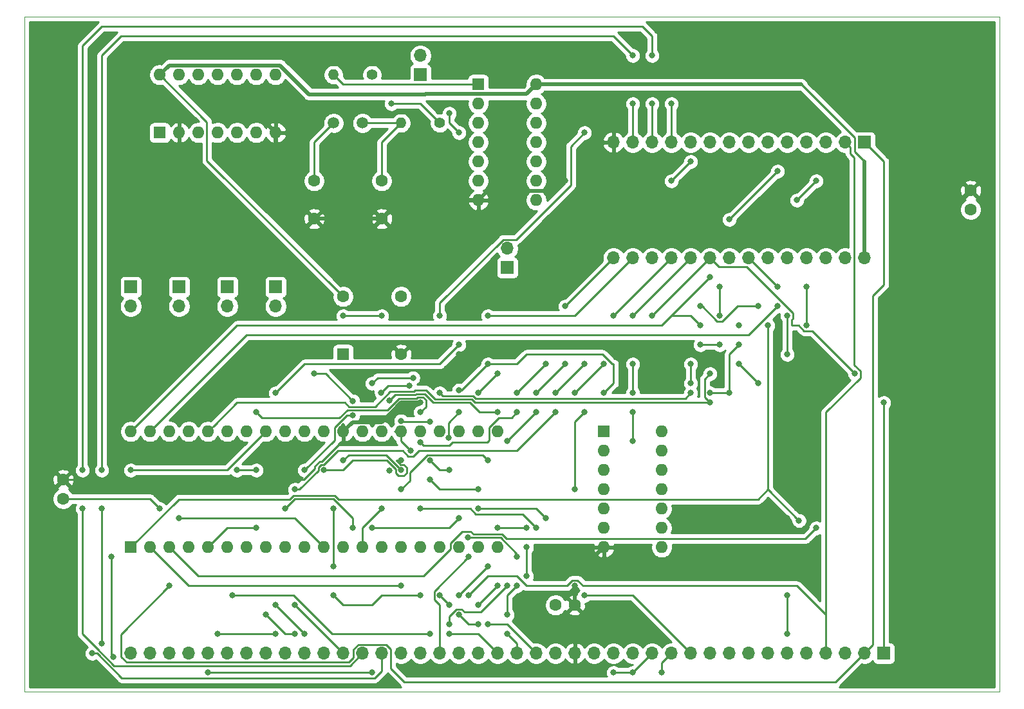
<source format=gbr>
G04 #@! TF.GenerationSoftware,KiCad,Pcbnew,5.1.9-73d0e3b20d~88~ubuntu20.04.1*
G04 #@! TF.CreationDate,2021-02-07T23:06:09+01:00*
G04 #@! TF.ProjectId,dtZ80,64745a38-302e-46b6-9963-61645f706362,1*
G04 #@! TF.SameCoordinates,PX60e4b00PY6bcb370*
G04 #@! TF.FileFunction,Copper,L2,Bot*
G04 #@! TF.FilePolarity,Positive*
%FSLAX46Y46*%
G04 Gerber Fmt 4.6, Leading zero omitted, Abs format (unit mm)*
G04 Created by KiCad (PCBNEW 5.1.9-73d0e3b20d~88~ubuntu20.04.1) date 2021-02-07 23:06:09*
%MOMM*%
%LPD*%
G01*
G04 APERTURE LIST*
G04 #@! TA.AperFunction,Profile*
%ADD10C,0.050000*%
G04 #@! TD*
G04 #@! TA.AperFunction,ComponentPad*
%ADD11C,1.500000*%
G04 #@! TD*
G04 #@! TA.AperFunction,ComponentPad*
%ADD12O,1.700000X1.700000*%
G04 #@! TD*
G04 #@! TA.AperFunction,ComponentPad*
%ADD13R,1.700000X1.700000*%
G04 #@! TD*
G04 #@! TA.AperFunction,ComponentPad*
%ADD14C,1.600000*%
G04 #@! TD*
G04 #@! TA.AperFunction,ComponentPad*
%ADD15R,1.600000X1.600000*%
G04 #@! TD*
G04 #@! TA.AperFunction,ComponentPad*
%ADD16O,1.600000X1.600000*%
G04 #@! TD*
G04 #@! TA.AperFunction,ComponentPad*
%ADD17O,1.400000X1.400000*%
G04 #@! TD*
G04 #@! TA.AperFunction,ComponentPad*
%ADD18C,1.400000*%
G04 #@! TD*
G04 #@! TA.AperFunction,ViaPad*
%ADD19C,0.800000*%
G04 #@! TD*
G04 #@! TA.AperFunction,Conductor*
%ADD20C,0.250000*%
G04 #@! TD*
G04 #@! TA.AperFunction,Conductor*
%ADD21C,0.500000*%
G04 #@! TD*
G04 #@! TA.AperFunction,Conductor*
%ADD22C,0.254000*%
G04 #@! TD*
G04 #@! TA.AperFunction,Conductor*
%ADD23C,0.100000*%
G04 #@! TD*
G04 APERTURE END LIST*
D10*
X-11430000Y0D02*
X-139700000Y0D01*
X-11430000Y88900000D02*
X-11430000Y0D01*
X-139700000Y88900000D02*
X-139700000Y0D01*
X-11430000Y88900000D02*
X-139700000Y88900000D01*
D11*
X-95260000Y74930000D03*
X-99060000Y74930000D03*
D12*
X-29210000Y57150000D03*
X-62230000Y72390000D03*
X-31750000Y57150000D03*
X-59690000Y72390000D03*
X-34290000Y57150000D03*
X-57150000Y72390000D03*
X-36830000Y57150000D03*
X-54610000Y72390000D03*
X-39370000Y57150000D03*
X-52070000Y72390000D03*
X-41910000Y57150000D03*
X-49530000Y72390000D03*
X-44450000Y57150000D03*
X-46990000Y72390000D03*
X-46990000Y57150000D03*
X-44450000Y72390000D03*
X-49530000Y57150000D03*
X-41910000Y72390000D03*
X-52070000Y57150000D03*
X-39370000Y72390000D03*
X-54610000Y57150000D03*
X-36830000Y72390000D03*
X-57150000Y57150000D03*
X-34290000Y72390000D03*
X-59690000Y57150000D03*
X-31750000Y72390000D03*
X-62230000Y57150000D03*
D13*
X-29210000Y72390000D03*
D14*
X-90170000Y44450000D03*
X-90170000Y52070000D03*
X-97790000Y52070000D03*
D15*
X-97790000Y44450000D03*
D16*
X-55880000Y34290000D03*
X-63500000Y19050000D03*
X-55880000Y31750000D03*
X-63500000Y21590000D03*
X-55880000Y29210000D03*
X-63500000Y24130000D03*
X-55880000Y26670000D03*
X-63500000Y26670000D03*
X-55880000Y24130000D03*
X-63500000Y29210000D03*
X-55880000Y21590000D03*
X-63500000Y31750000D03*
X-55880000Y19050000D03*
D15*
X-63500000Y34290000D03*
D16*
X-125730000Y34290000D03*
X-77470000Y19050000D03*
X-123190000Y34290000D03*
X-80010000Y19050000D03*
X-120650000Y34290000D03*
X-82550000Y19050000D03*
X-118110000Y34290000D03*
X-85090000Y19050000D03*
X-115570000Y34290000D03*
X-87630000Y19050000D03*
X-113030000Y34290000D03*
X-90170000Y19050000D03*
X-110490000Y34290000D03*
X-92710000Y19050000D03*
X-107950000Y34290000D03*
X-95250000Y19050000D03*
X-105410000Y34290000D03*
X-97790000Y19050000D03*
X-102870000Y34290000D03*
X-100330000Y19050000D03*
X-100330000Y34290000D03*
X-102870000Y19050000D03*
X-97790000Y34290000D03*
X-105410000Y19050000D03*
X-95250000Y34290000D03*
X-107950000Y19050000D03*
X-92710000Y34290000D03*
X-110490000Y19050000D03*
X-90170000Y34290000D03*
X-113030000Y19050000D03*
X-87630000Y34290000D03*
X-115570000Y19050000D03*
X-85090000Y34290000D03*
X-118110000Y19050000D03*
X-82550000Y34290000D03*
X-120650000Y19050000D03*
X-80010000Y34290000D03*
X-123190000Y19050000D03*
X-77470000Y34290000D03*
D15*
X-125730000Y19050000D03*
D12*
X-76200000Y58420000D03*
D13*
X-76200000Y55880000D03*
D14*
X-15240000Y63540000D03*
X-15240000Y66040000D03*
X-134620000Y25440000D03*
X-134620000Y27940000D03*
X-67350000Y11430000D03*
X-69850000Y11430000D03*
D16*
X-121920000Y81280000D03*
X-106680000Y73660000D03*
X-119380000Y81280000D03*
X-109220000Y73660000D03*
X-116840000Y81280000D03*
X-111760000Y73660000D03*
X-114300000Y81280000D03*
X-114300000Y73660000D03*
X-111760000Y81280000D03*
X-116840000Y73660000D03*
X-109220000Y81280000D03*
X-119380000Y73660000D03*
X-106680000Y81280000D03*
D15*
X-121920000Y73660000D03*
D16*
X-72390000Y80010000D03*
X-80010000Y64770000D03*
X-72390000Y77470000D03*
X-80010000Y67310000D03*
X-72390000Y74930000D03*
X-80010000Y69850000D03*
X-72390000Y72390000D03*
X-80010000Y72390000D03*
X-72390000Y69850000D03*
X-80010000Y74930000D03*
X-72390000Y67310000D03*
X-80010000Y77470000D03*
X-72390000Y64770000D03*
D15*
X-80010000Y80010000D03*
D17*
X-90170000Y74930000D03*
D18*
X-85090000Y74930000D03*
D17*
X-99060000Y81280000D03*
D18*
X-93980000Y81280000D03*
D12*
X-106680000Y50800000D03*
D13*
X-106680000Y53340000D03*
D12*
X-113030000Y50800000D03*
D13*
X-113030000Y53340000D03*
D12*
X-119380000Y50800000D03*
D13*
X-119380000Y53340000D03*
D12*
X-125730000Y50800000D03*
D13*
X-125730000Y53340000D03*
D12*
X-87630000Y83820000D03*
D13*
X-87630000Y81280000D03*
D12*
X-125730000Y5080000D03*
X-123190000Y5080000D03*
X-120650000Y5080000D03*
X-118110000Y5080000D03*
X-115570000Y5080000D03*
X-113030000Y5080000D03*
X-110490000Y5080000D03*
X-107950000Y5080000D03*
X-105410000Y5080000D03*
X-102870000Y5080000D03*
X-100330000Y5080000D03*
X-97790000Y5080000D03*
X-95250000Y5080000D03*
X-92710000Y5080000D03*
X-90170000Y5080000D03*
X-87630000Y5080000D03*
X-85090000Y5080000D03*
X-82550000Y5080000D03*
X-80010000Y5080000D03*
X-77470000Y5080000D03*
X-74930000Y5080000D03*
X-72390000Y5080000D03*
X-69850000Y5080000D03*
X-67310000Y5080000D03*
X-64770000Y5080000D03*
X-62230000Y5080000D03*
X-59690000Y5080000D03*
X-57150000Y5080000D03*
X-54610000Y5080000D03*
X-52070000Y5080000D03*
X-49530000Y5080000D03*
X-46990000Y5080000D03*
X-44450000Y5080000D03*
X-41910000Y5080000D03*
X-39370000Y5080000D03*
X-36830000Y5080000D03*
X-34290000Y5080000D03*
X-31750000Y5080000D03*
X-29210000Y5080000D03*
D13*
X-26670000Y5080000D03*
D14*
X-92710000Y62310000D03*
X-92710000Y67310000D03*
X-101600000Y62310000D03*
X-101600000Y67310000D03*
D19*
X-49530000Y54610000D03*
X-43180000Y40640000D03*
X-45720000Y43180000D03*
X-48260000Y45720000D03*
X-50800000Y45720000D03*
X-50800000Y48260000D03*
X-39370000Y49530000D03*
X-39370000Y44450000D03*
X-39370000Y12700000D03*
X-39370000Y7620000D03*
X-40640000Y50800000D03*
X-36830000Y53340000D03*
X-36830000Y48260000D03*
X-93980000Y40640000D03*
X-88604913Y41365010D03*
X-46990000Y39370000D03*
X-45720000Y45720000D03*
X-45720000Y48260000D03*
X-38100000Y64770000D03*
X-35560000Y67310000D03*
X-49530000Y39370000D03*
X-52070000Y39370000D03*
X-85090000Y39370000D03*
X-87630000Y36830000D03*
X-109220000Y36830000D03*
X-49530000Y38100000D03*
X-49530000Y41910000D03*
X-48260000Y49530000D03*
X-48260000Y53340000D03*
X-46990000Y62230000D03*
X-40640000Y68580000D03*
X-66040000Y12700000D03*
X-74930000Y17780000D03*
X-81355172Y20395163D03*
X-83820000Y29210000D03*
X-86360000Y30480000D03*
X-90170000Y30480000D03*
X-100330000Y29210000D03*
X-109220000Y29210000D03*
X-111760000Y29210000D03*
X-55880000Y2540000D03*
X-125730000Y29210000D03*
X-128270000Y17780000D03*
X-59690000Y2540000D03*
X-128020503Y4588642D03*
X-115570000Y2540000D03*
X-93980000Y2540000D03*
X-62230000Y2540000D03*
X-52070000Y43180000D03*
X-52070000Y40640000D03*
X-92781450Y39425382D03*
X-89090314Y40300041D03*
X-52070000Y69850000D03*
X-54610000Y67310000D03*
X-78740000Y43180000D03*
X-86360000Y35560000D03*
X-90170000Y35690003D03*
X-82550000Y39725032D03*
X-67310000Y26670000D03*
X-66040000Y36830000D03*
X-63500000Y39370000D03*
X-121920000Y24130000D03*
X-119380000Y22860000D03*
X-71120000Y22860000D03*
X-80010000Y24130000D03*
X-80010000Y26670000D03*
X-86360000Y27940000D03*
X-90170000Y29210000D03*
X-97790000Y30480000D03*
X-85090000Y49530000D03*
X-92710000Y49530000D03*
X-97790000Y49530000D03*
X-101600000Y41910000D03*
X-96520000Y38310032D03*
X-66040000Y73660000D03*
X-43180000Y68580000D03*
X-48260000Y68580000D03*
X-67310000Y13970000D03*
X-67310000Y17780000D03*
X-87630000Y38100000D03*
X-83820000Y41910000D03*
X-82550000Y44450000D03*
X-68580000Y67310000D03*
X-114300000Y76200000D03*
X-54610000Y22860000D03*
X-39370000Y22860000D03*
X-38100000Y24130000D03*
X-31750000Y40640000D03*
X-19050000Y59690000D03*
X-26670000Y38100000D03*
X-30480000Y41910000D03*
X-57150000Y49530000D03*
X-63500000Y43180000D03*
X-67310000Y39370000D03*
X-69850000Y36830000D03*
X-104140000Y26670000D03*
X-109220000Y21590000D03*
X-120650000Y13970000D03*
X-35560000Y21590000D03*
X-81280000Y12700000D03*
X-90170000Y13970000D03*
X-41910000Y48260000D03*
X-37831462Y22560030D03*
X-40640000Y53340000D03*
X-43180000Y50800000D03*
X-50800000Y50800000D03*
X-59690000Y43180000D03*
X-59690000Y39370000D03*
X-59690000Y36830000D03*
X-59690000Y33020000D03*
X-57150000Y77470000D03*
X-57150000Y83820000D03*
X-132080000Y29210000D03*
X-132080000Y24130000D03*
X-95250000Y5080000D03*
X-54610000Y77470000D03*
X-130810000Y5080000D03*
X-59690000Y49530000D03*
X-66040000Y43180000D03*
X-69850000Y39370000D03*
X-72390000Y36830000D03*
X-76200000Y33020000D03*
X-78740000Y30480000D03*
X-90170000Y26670000D03*
X-92710000Y24130000D03*
X-59690000Y77470000D03*
X-59690000Y83820000D03*
X-129540000Y29210000D03*
X-129540000Y24130000D03*
X-129540000Y6350000D03*
X-114300000Y7620000D03*
X-106680000Y7620000D03*
X-104140000Y11430000D03*
X-62230000Y49530000D03*
X-68580000Y43180000D03*
X-72390000Y39370000D03*
X-74930000Y36830000D03*
X-87630000Y32889997D03*
X-71120000Y43180000D03*
X-74930000Y39370000D03*
X-77470000Y36830000D03*
X-102870000Y29210000D03*
X-96520000Y36410010D03*
X-91709244Y38399264D03*
X-106680000Y11430000D03*
X-102870000Y7620000D03*
X-68580000Y50800000D03*
X-77470000Y41910000D03*
X-80010000Y39370000D03*
X-82550000Y36830000D03*
X-83956838Y33443826D03*
X-82550000Y22860000D03*
X-93980000Y21590000D03*
X-96520000Y21590000D03*
X-105410000Y24130000D03*
X-107950000Y10160000D03*
X-104140000Y7620000D03*
X-78740000Y49530000D03*
X-82550000Y45720000D03*
X-106680000Y39370000D03*
X-83820000Y7620000D03*
X-86360000Y7620000D03*
X-112340011Y12700000D03*
X-78740000Y16510000D03*
X-82550000Y12700000D03*
X-76200000Y13970000D03*
X-83820000Y8890000D03*
X-81280000Y17780000D03*
X-77470000Y13970000D03*
X-80010000Y11430000D03*
X-73660000Y21590000D03*
X-77470000Y21590000D03*
X-76200000Y7620000D03*
X-76200000Y10160000D03*
X-74930000Y13970000D03*
X-73660000Y15240000D03*
X-73660000Y19050000D03*
X-72390000Y21590000D03*
X-87630000Y24130000D03*
X-88900000Y31750000D03*
X-91746962Y29125232D03*
X-99060000Y24130000D03*
X-99060000Y16510000D03*
X-99060000Y12700000D03*
X-78740000Y8890000D03*
X-80010000Y8890000D03*
X-82550000Y10160000D03*
X-83820000Y11430000D03*
X-85090000Y12700000D03*
X-87630000Y12700000D03*
X-82550000Y73660000D03*
X-83820000Y76200000D03*
X-91440000Y77470000D03*
D20*
X-125730000Y34290000D02*
X-111760000Y48260000D01*
X-111760000Y48260000D02*
X-55880000Y48260000D01*
X-43180000Y40640000D02*
X-45720000Y43180000D01*
X-48260000Y45720000D02*
X-50800000Y45720000D01*
X-50800000Y53340000D02*
X-49530000Y54610000D01*
X-55880000Y48260000D02*
X-50800000Y53340000D01*
X-50800000Y48260000D02*
X-52070000Y49530000D01*
X-52070000Y49530000D02*
X-54610000Y49530000D01*
X-39370000Y49530000D02*
X-39370000Y44450000D01*
X-39370000Y12700000D02*
X-39370000Y7620000D01*
X-123190000Y34290000D02*
X-110490000Y46990000D01*
X-110490000Y46990000D02*
X-55880000Y46990000D01*
X-55880000Y46990000D02*
X-44450000Y46990000D01*
X-44450000Y46990000D02*
X-40640000Y50800000D01*
X-36830000Y53340000D02*
X-36830000Y48260000D01*
X-93980000Y40640000D02*
X-93254990Y41365010D01*
X-93254990Y41365010D02*
X-88604913Y41365010D01*
X-46990000Y44450000D02*
X-45720000Y45720000D01*
X-46990000Y39370000D02*
X-46990000Y44450000D01*
X-38100000Y64770000D02*
X-35560000Y67310000D01*
X-46990000Y39370000D02*
X-49530000Y39370000D01*
X-52070000Y39370000D02*
X-52795002Y38644998D01*
X-52795002Y38644998D02*
X-80358002Y38644998D01*
X-80358002Y38644998D02*
X-80713026Y39000022D01*
X-80713026Y39000022D02*
X-84720022Y39000022D01*
X-84720022Y39000022D02*
X-85090000Y39370000D01*
X-88127993Y38675011D02*
X-90408177Y38675011D01*
X-87978002Y38825002D02*
X-88127993Y38675011D01*
X-108494999Y36104999D02*
X-108820001Y36430001D01*
X-108820001Y36430001D02*
X-109220000Y36830000D01*
X-91948177Y37135011D02*
X-97246402Y37135011D01*
X-97246402Y37135011D02*
X-98276414Y36104999D01*
X-87630000Y36830000D02*
X-86904998Y37555002D01*
X-98276414Y36104999D02*
X-108494999Y36104999D01*
X-87281998Y38825002D02*
X-87978002Y38825002D01*
X-86904998Y37555002D02*
X-86904998Y38448002D01*
X-90408177Y38675011D02*
X-91948177Y37135011D01*
X-86904998Y38448002D02*
X-87281998Y38825002D01*
X-48260000Y49530000D02*
X-48260000Y53340000D01*
X-46990000Y62230000D02*
X-40640000Y68580000D01*
X-49530000Y38100000D02*
X-50255002Y38825002D01*
X-50255002Y38825002D02*
X-50255002Y41184998D01*
X-50255002Y41184998D02*
X-49530000Y41910000D01*
X-91606480Y39575032D02*
X-93596490Y37585022D01*
X-80449414Y38100000D02*
X-80899425Y38550011D01*
X-97593004Y38100000D02*
X-111760000Y38100000D01*
X-86909198Y39725024D02*
X-88350802Y39725024D01*
X-80899425Y38550011D02*
X-85734185Y38550011D01*
X-88350802Y39725024D02*
X-88500794Y39575031D01*
X-88500794Y39575031D02*
X-91606480Y39575032D01*
X-93596490Y37585022D02*
X-97078026Y37585022D01*
X-111760000Y38100000D02*
X-114770001Y35089999D01*
X-49530000Y38100000D02*
X-80449414Y38100000D01*
X-85734185Y38550011D02*
X-86909198Y39725024D01*
X-114770001Y35089999D02*
X-115570000Y34290000D01*
X-97078026Y37585022D02*
X-97593004Y38100000D01*
X-59690000Y12700000D02*
X-66040000Y12700000D01*
X-52070000Y5080000D02*
X-59690000Y12700000D01*
X-81280009Y20320000D02*
X-81355172Y20395163D01*
X-74930000Y18175002D02*
X-77074998Y20320000D01*
X-74930000Y17780000D02*
X-74930000Y18175002D01*
X-77074998Y20320000D02*
X-81280009Y20320000D01*
X-85090000Y29210000D02*
X-86360000Y30480000D01*
X-83820000Y29210000D02*
X-85090000Y29210000D01*
X-90895001Y29298591D02*
X-92076410Y30480000D01*
X-90895001Y28861999D02*
X-90895001Y29298591D01*
X-89821999Y28484999D02*
X-90518001Y28484999D01*
X-89444999Y28861999D02*
X-89821999Y28484999D01*
X-89444999Y29558001D02*
X-89444999Y28861999D01*
X-89821999Y29935001D02*
X-89444999Y29558001D01*
X-90258591Y29935001D02*
X-89821999Y29935001D01*
X-90170000Y30480000D02*
X-90803590Y30480000D01*
X-90518001Y28484999D02*
X-90895001Y28861999D01*
X-92076410Y30480000D02*
X-96520000Y30480000D01*
X-90803590Y30480000D02*
X-90258591Y29935001D01*
X-97790000Y29210000D02*
X-100330000Y29210000D01*
X-96520000Y30480000D02*
X-97790000Y29210000D01*
X-109220000Y29210000D02*
X-111760000Y29210000D01*
X-55880000Y3810000D02*
X-54610000Y5080000D01*
X-55880000Y2540000D02*
X-55880000Y3810000D01*
X-113030000Y29210000D02*
X-125730000Y29210000D01*
X-107950000Y34290000D02*
X-113030000Y29210000D01*
X-128270000Y4838139D02*
X-128020503Y4588642D01*
X-128270000Y17780000D02*
X-128270000Y4838139D01*
X-115570000Y2540000D02*
X-93980000Y2540000D01*
X-62230000Y2540000D02*
X-60960000Y2540000D01*
X-59690000Y2540000D02*
X-57150000Y5080000D01*
X-60960000Y2540000D02*
X-59690000Y2540000D01*
X-52070000Y43180000D02*
X-52070000Y40640000D01*
X-91906791Y40300041D02*
X-89090314Y40300041D01*
X-92781450Y39425382D02*
X-91906791Y40300041D01*
X-52070000Y69850000D02*
X-54610000Y67310000D01*
X-90039997Y35560000D02*
X-90170000Y35690003D01*
X-86360000Y35560000D02*
X-90039997Y35560000D01*
X-78740000Y43180000D02*
X-82194968Y39725032D01*
X-82194968Y39725032D02*
X-82550000Y39725032D01*
X-67310000Y35560000D02*
X-66040000Y36830000D01*
X-67310000Y26670000D02*
X-67310000Y35560000D01*
X-63696998Y44450000D02*
X-73660000Y44450000D01*
X-73660000Y44450000D02*
X-74930000Y43180000D01*
X-74930000Y43180000D02*
X-78740000Y43180000D01*
X-63500000Y39370000D02*
X-62230000Y40640000D01*
X-62230000Y40640000D02*
X-62230000Y43180000D01*
X-62426998Y43180000D02*
X-63696998Y44450000D01*
X-62230000Y43180000D02*
X-62426998Y43180000D01*
D21*
X-120669999Y82530001D02*
X-121920000Y81280000D01*
X-106079999Y82530001D02*
X-120669999Y82530001D01*
X-102259997Y78709999D02*
X-106079999Y82530001D01*
X-87005999Y78709999D02*
X-102259997Y78709999D01*
X-86955999Y78759999D02*
X-87005999Y78709999D01*
X-73640001Y78759999D02*
X-86955999Y78759999D01*
X-72390000Y80010000D02*
X-73640001Y78759999D01*
X-29210000Y57150000D02*
X-29210000Y69850000D01*
X-37519998Y80010000D02*
X-72390000Y80010000D01*
D20*
X-30499999Y72990001D02*
X-37519998Y80010000D01*
X-30499999Y71139999D02*
X-30499999Y72990001D01*
X-29210000Y69850000D02*
X-30499999Y71139999D01*
X-123230000Y25440000D02*
X-121920000Y24130000D01*
X-134620000Y25440000D02*
X-123230000Y25440000D01*
X-104140000Y22860000D02*
X-100330000Y19050000D01*
X-119380000Y22860000D02*
X-104140000Y22860000D01*
X-115714999Y75074999D02*
X-121920000Y81280000D01*
X-115714999Y69994999D02*
X-115714999Y75074999D01*
X-97790000Y52070000D02*
X-115714999Y69994999D01*
X-72390000Y24130000D02*
X-80010000Y24130000D01*
X-71120000Y22860000D02*
X-72390000Y24130000D01*
X-85090000Y26670000D02*
X-86360000Y27940000D01*
X-80010000Y26670000D02*
X-85090000Y26670000D01*
X-97064998Y31205002D02*
X-97790000Y30480000D01*
X-90170000Y29210000D02*
X-92165002Y31205002D01*
X-92165002Y31205002D02*
X-97064998Y31205002D01*
X-92710000Y49530000D02*
X-97790000Y49530000D01*
X-101600000Y41910000D02*
X-100119968Y41910000D01*
X-100119968Y41910000D02*
X-96520000Y38310032D01*
X-85090000Y51269002D02*
X-85090000Y49530000D01*
X-67854999Y66765001D02*
X-75024999Y59595001D01*
X-75024999Y59595001D02*
X-76764001Y59595001D01*
X-76764001Y59595001D02*
X-85090000Y51269002D01*
X-66040000Y73660000D02*
X-67854999Y71845001D01*
X-67854999Y71845001D02*
X-67854999Y66765001D01*
X-43180000Y68580000D02*
X-48260000Y68580000D01*
X-134620000Y27940000D02*
X-103008630Y27940000D01*
X-101505013Y29443617D02*
X-101505013Y29744402D01*
X-97790000Y33158630D02*
X-97790000Y34290000D01*
X-100563617Y30385013D02*
X-97790000Y33158630D01*
X-103008630Y27940000D02*
X-101505013Y29443617D01*
X-101505013Y29744402D02*
X-100864402Y30385013D01*
X-100864402Y30385013D02*
X-100563617Y30385013D01*
D21*
X-67350000Y11430000D02*
X-67350000Y13930000D01*
X-67350000Y13930000D02*
X-67310000Y13970000D01*
X-64770000Y17780000D02*
X-63500000Y19050000D01*
X-67310000Y17780000D02*
X-64770000Y17780000D01*
X-97790000Y34290000D02*
X-97790000Y35135312D01*
X-96539999Y35540001D02*
X-92729999Y35540001D01*
X-97790000Y34290000D02*
X-96539999Y35540001D01*
X-90170000Y38100000D02*
X-87630000Y38100000D01*
X-92729999Y35540001D02*
X-90170000Y38100000D01*
X-83820000Y41910000D02*
X-82550000Y43180000D01*
X-82550000Y43180000D02*
X-82550000Y44450000D01*
X-78759999Y66020001D02*
X-80010000Y64770000D01*
X-69869999Y66020001D02*
X-78759999Y66020001D01*
X-68580000Y67310000D02*
X-69869999Y66020001D01*
X-90250000Y64770000D02*
X-92710000Y62310000D01*
X-80010000Y64770000D02*
X-90250000Y64770000D01*
X-101600000Y62310000D02*
X-92710000Y62310000D01*
X-106680000Y67390000D02*
X-101600000Y62310000D01*
X-106680000Y73660000D02*
X-106680000Y67390000D01*
X-109220000Y76200000D02*
X-114300000Y76200000D01*
X-106680000Y73660000D02*
X-109220000Y76200000D01*
X-54610000Y22860000D02*
X-40640000Y22860000D01*
X-40640000Y22860000D02*
X-39370000Y22860000D01*
X-38100000Y24130000D02*
X-35560000Y26670000D01*
X-35560000Y36830000D02*
X-31750000Y40640000D01*
X-35560000Y26670000D02*
X-35560000Y36830000D01*
X-19050000Y62230000D02*
X-15240000Y66040000D01*
X-19050000Y59690000D02*
X-19050000Y62230000D01*
D20*
X-26670000Y5080000D02*
X-26670000Y38100000D01*
X-37178001Y47534999D02*
X-37903002Y48260000D01*
X-36104999Y47534999D02*
X-37178001Y47534999D01*
X-30480000Y41910000D02*
X-36104999Y47534999D01*
X-48354999Y55974999D02*
X-49530000Y57150000D01*
X-44741997Y55974999D02*
X-48354999Y55974999D01*
X-38644999Y49878001D02*
X-44741997Y55974999D01*
X-38644999Y49181999D02*
X-38644999Y49878001D01*
X-38794990Y49032008D02*
X-38644999Y49181999D01*
X-38794990Y48260000D02*
X-38794990Y49032008D01*
X-37903002Y48260000D02*
X-38794990Y48260000D01*
X-49530000Y57150000D02*
X-57150000Y49530000D01*
X-63500000Y43180000D02*
X-67310000Y39370000D01*
X-113030000Y21590000D02*
X-115570000Y19050000D01*
X-109220000Y21590000D02*
X-113030000Y21590000D01*
X-103574315Y26670000D02*
X-104140000Y26670000D01*
X-87826998Y31750000D02*
X-88551999Y31024999D01*
X-98494315Y31750000D02*
X-100309313Y29935002D01*
X-69850000Y36830000D02*
X-74930000Y31750000D01*
X-89248001Y31024999D02*
X-89973002Y31750000D01*
X-101055002Y29189313D02*
X-103574315Y26670000D01*
X-100678002Y29935002D02*
X-101055002Y29558002D01*
X-100309313Y29935002D02*
X-100678002Y29935002D01*
X-101055002Y29558002D02*
X-101055002Y29189313D01*
X-89973002Y31750000D02*
X-98494315Y31750000D01*
X-88551999Y31024999D02*
X-89248001Y31024999D01*
X-74930000Y31750000D02*
X-87826998Y31750000D01*
X-126294001Y3904999D02*
X-127030001Y4640999D01*
X-97061411Y3904999D02*
X-126294001Y3904999D01*
X-96425001Y5644001D02*
X-96425001Y4541409D01*
X-95814001Y6255001D02*
X-96425001Y5644001D01*
X-92145999Y6255001D02*
X-95814001Y6255001D01*
X-127030001Y4640999D02*
X-127030001Y7589999D01*
X-91534999Y3078591D02*
X-91534999Y5644001D01*
X-96425001Y4541409D02*
X-97061411Y3904999D01*
X-89726408Y1270000D02*
X-91534999Y3078591D01*
X-127030001Y7589999D02*
X-120650000Y13970000D01*
X-33020000Y1270000D02*
X-89726408Y1270000D01*
X-91534999Y5644001D02*
X-92145999Y6255001D01*
X-29210000Y5080000D02*
X-33020000Y1270000D01*
X-28084999Y6205001D02*
X-29210000Y5080000D01*
X-28084999Y52214999D02*
X-28084999Y6205001D01*
X-26670000Y53629998D02*
X-28084999Y52214999D01*
X-26670000Y69850000D02*
X-26670000Y53629998D01*
X-29210000Y72390000D02*
X-26670000Y69850000D01*
X-80657007Y20770011D02*
X-76888598Y20770011D01*
X-76293589Y20175001D02*
X-37955001Y20175001D01*
X-76888598Y20770011D02*
X-76293589Y20175001D01*
X-81007160Y21120164D02*
X-80657007Y20770011D01*
X-116840000Y15240000D02*
X-87234998Y15240000D01*
X-87234998Y15240000D02*
X-83675001Y18799997D01*
X-83675001Y18799997D02*
X-83675001Y19590001D01*
X-82144838Y21120164D02*
X-81007160Y21120164D01*
X-120650000Y19050000D02*
X-116840000Y15240000D01*
X-83675001Y19590001D02*
X-82144838Y21120164D01*
X-36974999Y20175001D02*
X-35560000Y21590000D01*
X-37955001Y20175001D02*
X-36974999Y20175001D01*
X-31075009Y71715009D02*
X-31750000Y72390000D01*
X-31075009Y70901823D02*
X-31075009Y71715009D01*
X-30574999Y70401813D02*
X-31075009Y70901823D01*
X-30574999Y43078001D02*
X-30574999Y70401813D01*
X-29754999Y42258001D02*
X-30574999Y43078001D01*
X-29754999Y41365001D02*
X-29754999Y42258001D01*
X-34290000Y36830000D02*
X-29754999Y41365001D01*
X-34290000Y5080000D02*
X-34290000Y7620000D01*
X-34290000Y7620000D02*
X-34290000Y36830000D01*
X-118110000Y13970000D02*
X-123190000Y19050000D01*
X-90170000Y13970000D02*
X-118110000Y13970000D01*
X-68383004Y13970000D02*
X-73660000Y13970000D01*
X-66236996Y13970000D02*
X-66961998Y14695002D01*
X-38100000Y13970000D02*
X-66236996Y13970000D01*
X-66961998Y14695002D02*
X-67658002Y14695002D01*
X-67658002Y14695002D02*
X-68383004Y13970000D01*
X-34290000Y7620000D02*
X-34290000Y10160000D01*
X-73660000Y13970000D02*
X-74930000Y15240000D01*
X-34290000Y10160000D02*
X-38100000Y13970000D01*
X-74930000Y15240000D02*
X-78740000Y15240000D01*
X-78740000Y15240000D02*
X-81280000Y12700000D01*
X-43199999Y25380001D02*
X-98403591Y25380001D01*
X-41910000Y48260000D02*
X-41910000Y26670000D01*
X-41910000Y26670000D02*
X-43199999Y25380001D01*
X-98873600Y25850011D02*
X-104326400Y25850011D01*
X-98403591Y25380001D02*
X-98873600Y25850011D01*
X-104796410Y25380001D02*
X-119399999Y25380001D01*
X-104326400Y25850011D02*
X-104796410Y25380001D01*
X-119399999Y25380001D02*
X-125730000Y19050000D01*
X-37831462Y22591462D02*
X-37831462Y22560030D01*
X-41910000Y26670000D02*
X-37831462Y22591462D01*
X-44450000Y57150000D02*
X-40640000Y53340000D01*
X-50603002Y50800000D02*
X-50800000Y50800000D01*
X-48608001Y48804999D02*
X-50603002Y50800000D01*
X-47911999Y48804999D02*
X-48608001Y48804999D01*
X-45916998Y50800000D02*
X-47911999Y48804999D01*
X-43180000Y50800000D02*
X-45916998Y50800000D01*
X-59690000Y43180000D02*
X-59690000Y39370000D01*
X-59690000Y36830000D02*
X-59690000Y33020000D01*
X-57150000Y72390000D02*
X-57150000Y77470000D01*
X-57150000Y83820000D02*
X-57150000Y86360000D01*
X-57150000Y86360000D02*
X-58420000Y87630000D01*
X-58420000Y87630000D02*
X-128270000Y87630000D01*
X-128270000Y87630000D02*
X-129540000Y87630000D01*
X-132080000Y85090000D02*
X-132080000Y29210000D01*
X-129540000Y87630000D02*
X-132080000Y85090000D01*
X-95688263Y4641737D02*
X-95250000Y5080000D01*
X-132080000Y7620000D02*
X-132080000Y24130000D01*
X-127912168Y3454988D02*
X-130262181Y5805001D01*
X-130265001Y5805001D02*
X-132080000Y7620000D01*
X-96875012Y3454988D02*
X-127912168Y3454988D01*
X-130262181Y5805001D02*
X-130265001Y5805001D01*
X-95250000Y5080000D02*
X-96875012Y3454988D01*
X-54610000Y72390000D02*
X-54610000Y77470000D01*
X-130810000Y5080000D02*
X-130613002Y5080000D01*
X-93510998Y5080000D02*
X-92710000Y5080000D01*
X-93631998Y1814998D02*
X-92710000Y2736996D01*
X-126908588Y1814998D02*
X-93631998Y1814998D01*
X-130810000Y5080000D02*
X-130173590Y5080000D01*
X-130173590Y5080000D02*
X-126908588Y1814998D01*
X-92710000Y2736996D02*
X-92710000Y5080000D01*
X-52070000Y57150000D02*
X-59690000Y49530000D01*
X-66040000Y43180000D02*
X-69850000Y39370000D01*
X-72390000Y36830000D02*
X-76200000Y33020000D01*
X-95250000Y21590000D02*
X-95250000Y19050000D01*
X-92710000Y24130000D02*
X-95250000Y21590000D01*
X-86708002Y31205002D02*
X-88994988Y28918016D01*
X-78740000Y30480000D02*
X-79465002Y31205002D01*
X-88994988Y28918016D02*
X-88994988Y27845012D01*
X-88994988Y27845012D02*
X-90170000Y26670000D01*
X-79465002Y31205002D02*
X-86708002Y31205002D01*
X-59690000Y72390000D02*
X-59690000Y77470000D01*
X-59690000Y83820000D02*
X-62230000Y86360000D01*
X-62230000Y86360000D02*
X-127000000Y86360000D01*
X-129540000Y83820000D02*
X-129540000Y29210000D01*
X-127000000Y86360000D02*
X-129540000Y83820000D01*
X-129540000Y24130000D02*
X-129540000Y6350000D01*
X-114300000Y7620000D02*
X-106680000Y7620000D01*
X-104140000Y11430000D02*
X-97790000Y5080000D01*
X-54610000Y57150000D02*
X-62230000Y49530000D01*
X-68580000Y43180000D02*
X-72390000Y39370000D01*
X-74930000Y36830000D02*
X-75655001Y36104999D01*
X-78595001Y34830001D02*
X-78595001Y33164999D01*
X-75655001Y36104999D02*
X-77320003Y36104999D01*
X-83437663Y32889997D02*
X-83837662Y32489998D01*
X-77320003Y36104999D02*
X-78595001Y34830001D01*
X-87230001Y32489998D02*
X-87630000Y32889997D01*
X-78595001Y33164999D02*
X-78870003Y32889997D01*
X-78870003Y32889997D02*
X-83437663Y32889997D01*
X-83837662Y32489998D02*
X-87230001Y32489998D01*
X-71120000Y43180000D02*
X-74930000Y39370000D01*
X-97334992Y36410010D02*
X-96520000Y36410010D01*
X-98915001Y34830001D02*
X-97334992Y36410010D01*
X-98915001Y33164999D02*
X-98915001Y34830001D01*
X-102870000Y29210000D02*
X-98915001Y33164999D01*
X-88314393Y39125022D02*
X-90983487Y39125021D01*
X-87095598Y39275013D02*
X-88164402Y39275013D01*
X-85920585Y38100000D02*
X-87095598Y39275013D01*
X-90983487Y39125021D02*
X-91709244Y38399264D01*
X-88164402Y39275013D02*
X-88314393Y39125022D01*
X-81085825Y38100000D02*
X-85920585Y38100000D01*
X-77470000Y36830000D02*
X-79815825Y36830000D01*
X-79815825Y36830000D02*
X-81085825Y38100000D01*
X-106680000Y11430000D02*
X-102870000Y7620000D01*
X-62230000Y57150000D02*
X-68580000Y50800000D01*
X-77470000Y41910000D02*
X-80010000Y39370000D01*
X-83956838Y35423162D02*
X-83956838Y33443826D01*
X-82550000Y36830000D02*
X-83956838Y35423162D01*
X-82550000Y22860000D02*
X-83820000Y21590000D01*
X-83820000Y21590000D02*
X-93980000Y21590000D01*
X-96520000Y21590000D02*
X-96520000Y22860000D01*
X-96520000Y22860000D02*
X-99060000Y25400000D01*
X-104140000Y25400000D02*
X-105410000Y24130000D01*
X-99060000Y25400000D02*
X-104140000Y25400000D01*
X-105410000Y7620000D02*
X-104140000Y7620000D01*
X-107950000Y10160000D02*
X-105410000Y7620000D01*
X-67310000Y49530000D02*
X-78740000Y49530000D01*
X-59690000Y57150000D02*
X-67310000Y49530000D01*
X-82550000Y45720000D02*
X-85090000Y43180000D01*
X-85090000Y43180000D02*
X-102870000Y43180000D01*
X-102870000Y43180000D02*
X-106680000Y39370000D01*
X-80010000Y7620000D02*
X-83820000Y7620000D01*
X-77470000Y5080000D02*
X-80010000Y7620000D01*
X-86360000Y7620000D02*
X-99256998Y7620000D01*
X-99256998Y7620000D02*
X-104336998Y12700000D01*
X-104336998Y12700000D02*
X-112340011Y12700000D01*
X-78740000Y16510000D02*
X-82550000Y12700000D01*
X-83820000Y9963004D02*
X-83820000Y8890000D01*
X-76200000Y13970000D02*
X-79661998Y10508002D01*
X-79661998Y10508002D02*
X-81824998Y10508002D01*
X-81824998Y10508002D02*
X-82201998Y10885002D01*
X-82201998Y10885002D02*
X-82898002Y10885002D01*
X-82898002Y10885002D02*
X-83820000Y9963004D01*
X-81280000Y17780000D02*
X-85815002Y13244998D01*
X-85815002Y13244998D02*
X-85815002Y12155002D01*
X-85815002Y12155002D02*
X-85090000Y11430000D01*
X-85090000Y11430000D02*
X-85090000Y5080000D01*
X-77470000Y13970000D02*
X-80010000Y11430000D01*
X-73660000Y21590000D02*
X-77470000Y21590000D01*
X-74930000Y6350000D02*
X-76200000Y7620000D01*
X-74930000Y5080000D02*
X-74930000Y6350000D01*
X-76200000Y12700000D02*
X-74930000Y13970000D01*
X-76200000Y10160000D02*
X-76200000Y12700000D01*
X-73660000Y15240000D02*
X-73660000Y19050000D01*
X-80358001Y23404999D02*
X-81083002Y24130000D01*
X-74204999Y23404999D02*
X-80358001Y23404999D01*
X-81083002Y24130000D02*
X-86360000Y24130000D01*
X-72390000Y21590000D02*
X-74204999Y23404999D01*
X-86360000Y24130000D02*
X-87630000Y24130000D01*
X-91044998Y34290000D02*
X-90170000Y34290000D01*
X-90170000Y33020000D02*
X-90170000Y34290000D01*
X-88900000Y31750000D02*
X-90170000Y33020000D01*
X-99060000Y24130000D02*
X-99060000Y16510000D01*
X-76200000Y8890000D02*
X-78740000Y8890000D01*
X-72390000Y5080000D02*
X-76200000Y8890000D01*
X-81280000Y8890000D02*
X-82550000Y10160000D01*
X-80010000Y8890000D02*
X-81280000Y8890000D01*
X-83820000Y11430000D02*
X-85090000Y12700000D01*
X-87630000Y12700000D02*
X-92710000Y12700000D01*
X-92710000Y12700000D02*
X-93980000Y11430000D01*
X-97790000Y11430000D02*
X-99060000Y12700000D01*
X-93980000Y11430000D02*
X-97790000Y11430000D01*
X-101600000Y72390000D02*
X-99060000Y74930000D01*
X-101600000Y67310000D02*
X-101600000Y72390000D01*
X-97790000Y80010000D02*
X-99060000Y81280000D01*
X-80010000Y80010000D02*
X-97790000Y80010000D01*
X-92710000Y72390000D02*
X-90170000Y74930000D01*
X-92710000Y67310000D02*
X-92710000Y72390000D01*
X-90170000Y74930000D02*
X-95260000Y74930000D01*
X-83820000Y74930000D02*
X-83820000Y76200000D01*
X-82550000Y73660000D02*
X-83820000Y74930000D01*
X-87630000Y77470000D02*
X-91440000Y77470000D01*
X-85090000Y74930000D02*
X-87630000Y77470000D01*
D22*
X-130051004Y88193799D02*
X-130051008Y88193795D01*
X-130080001Y88170001D01*
X-130103795Y88141008D01*
X-132590997Y85653804D01*
X-132620001Y85630001D01*
X-132675129Y85562826D01*
X-132714974Y85514276D01*
X-132785545Y85382247D01*
X-132785546Y85382246D01*
X-132829003Y85238985D01*
X-132840000Y85127332D01*
X-132840000Y85127322D01*
X-132843676Y85090000D01*
X-132840000Y85052678D01*
X-132839999Y29913712D01*
X-132883937Y29869774D01*
X-132997205Y29700256D01*
X-133075226Y29511898D01*
X-133115000Y29311939D01*
X-133115000Y29108061D01*
X-133075226Y28908102D01*
X-132997205Y28719744D01*
X-132883937Y28550226D01*
X-132739774Y28406063D01*
X-132570256Y28292795D01*
X-132381898Y28214774D01*
X-132181939Y28175000D01*
X-131978061Y28175000D01*
X-131778102Y28214774D01*
X-131589744Y28292795D01*
X-131420226Y28406063D01*
X-131276063Y28550226D01*
X-131162795Y28719744D01*
X-131084774Y28908102D01*
X-131045000Y29108061D01*
X-131045000Y29311939D01*
X-131084774Y29511898D01*
X-131162795Y29700256D01*
X-131276063Y29869774D01*
X-131320000Y29913711D01*
X-131320000Y84775199D01*
X-129225197Y86870000D01*
X-127564803Y86870000D01*
X-130050997Y84383804D01*
X-130080001Y84360001D01*
X-130120825Y84310256D01*
X-130174974Y84244276D01*
X-130240387Y84121898D01*
X-130245546Y84112246D01*
X-130289003Y83968985D01*
X-130300000Y83857332D01*
X-130300000Y83857322D01*
X-130303676Y83820000D01*
X-130300000Y83782678D01*
X-130299999Y29913712D01*
X-130343937Y29869774D01*
X-130457205Y29700256D01*
X-130535226Y29511898D01*
X-130575000Y29311939D01*
X-130575000Y29108061D01*
X-130535226Y28908102D01*
X-130457205Y28719744D01*
X-130343937Y28550226D01*
X-130199774Y28406063D01*
X-130030256Y28292795D01*
X-129841898Y28214774D01*
X-129641939Y28175000D01*
X-129438061Y28175000D01*
X-129238102Y28214774D01*
X-129049744Y28292795D01*
X-128880226Y28406063D01*
X-128736063Y28550226D01*
X-128622795Y28719744D01*
X-128544774Y28908102D01*
X-128505000Y29108061D01*
X-128505000Y29311939D01*
X-128544774Y29511898D01*
X-128622795Y29700256D01*
X-128736063Y29869774D01*
X-128780000Y29913711D01*
X-128780000Y54190000D01*
X-127218072Y54190000D01*
X-127218072Y52490000D01*
X-127205812Y52365518D01*
X-127169502Y52245820D01*
X-127110537Y52135506D01*
X-127031185Y52038815D01*
X-126934494Y51959463D01*
X-126824180Y51900498D01*
X-126751620Y51878487D01*
X-126883475Y51746632D01*
X-127045990Y51503411D01*
X-127157932Y51233158D01*
X-127215000Y50946260D01*
X-127215000Y50653740D01*
X-127157932Y50366842D01*
X-127045990Y50096589D01*
X-126883475Y49853368D01*
X-126676632Y49646525D01*
X-126433411Y49484010D01*
X-126163158Y49372068D01*
X-125876260Y49315000D01*
X-125583740Y49315000D01*
X-125296842Y49372068D01*
X-125026589Y49484010D01*
X-124783368Y49646525D01*
X-124576525Y49853368D01*
X-124414010Y50096589D01*
X-124302068Y50366842D01*
X-124245000Y50653740D01*
X-124245000Y50946260D01*
X-124302068Y51233158D01*
X-124414010Y51503411D01*
X-124576525Y51746632D01*
X-124708380Y51878487D01*
X-124635820Y51900498D01*
X-124525506Y51959463D01*
X-124428815Y52038815D01*
X-124349463Y52135506D01*
X-124290498Y52245820D01*
X-124254188Y52365518D01*
X-124241928Y52490000D01*
X-124241928Y54190000D01*
X-120868072Y54190000D01*
X-120868072Y52490000D01*
X-120855812Y52365518D01*
X-120819502Y52245820D01*
X-120760537Y52135506D01*
X-120681185Y52038815D01*
X-120584494Y51959463D01*
X-120474180Y51900498D01*
X-120401620Y51878487D01*
X-120533475Y51746632D01*
X-120695990Y51503411D01*
X-120807932Y51233158D01*
X-120865000Y50946260D01*
X-120865000Y50653740D01*
X-120807932Y50366842D01*
X-120695990Y50096589D01*
X-120533475Y49853368D01*
X-120326632Y49646525D01*
X-120083411Y49484010D01*
X-119813158Y49372068D01*
X-119526260Y49315000D01*
X-119233740Y49315000D01*
X-118946842Y49372068D01*
X-118676589Y49484010D01*
X-118433368Y49646525D01*
X-118226525Y49853368D01*
X-118064010Y50096589D01*
X-117952068Y50366842D01*
X-117895000Y50653740D01*
X-117895000Y50946260D01*
X-117952068Y51233158D01*
X-118064010Y51503411D01*
X-118226525Y51746632D01*
X-118358380Y51878487D01*
X-118285820Y51900498D01*
X-118175506Y51959463D01*
X-118078815Y52038815D01*
X-117999463Y52135506D01*
X-117940498Y52245820D01*
X-117904188Y52365518D01*
X-117891928Y52490000D01*
X-117891928Y54190000D01*
X-114518072Y54190000D01*
X-114518072Y52490000D01*
X-114505812Y52365518D01*
X-114469502Y52245820D01*
X-114410537Y52135506D01*
X-114331185Y52038815D01*
X-114234494Y51959463D01*
X-114124180Y51900498D01*
X-114051620Y51878487D01*
X-114183475Y51746632D01*
X-114345990Y51503411D01*
X-114457932Y51233158D01*
X-114515000Y50946260D01*
X-114515000Y50653740D01*
X-114457932Y50366842D01*
X-114345990Y50096589D01*
X-114183475Y49853368D01*
X-113976632Y49646525D01*
X-113733411Y49484010D01*
X-113463158Y49372068D01*
X-113176260Y49315000D01*
X-112883740Y49315000D01*
X-112596842Y49372068D01*
X-112326589Y49484010D01*
X-112083368Y49646525D01*
X-111876525Y49853368D01*
X-111714010Y50096589D01*
X-111602068Y50366842D01*
X-111545000Y50653740D01*
X-111545000Y50946260D01*
X-111602068Y51233158D01*
X-111714010Y51503411D01*
X-111876525Y51746632D01*
X-112008380Y51878487D01*
X-111935820Y51900498D01*
X-111825506Y51959463D01*
X-111728815Y52038815D01*
X-111649463Y52135506D01*
X-111590498Y52245820D01*
X-111554188Y52365518D01*
X-111541928Y52490000D01*
X-111541928Y54190000D01*
X-108168072Y54190000D01*
X-108168072Y52490000D01*
X-108155812Y52365518D01*
X-108119502Y52245820D01*
X-108060537Y52135506D01*
X-107981185Y52038815D01*
X-107884494Y51959463D01*
X-107774180Y51900498D01*
X-107701620Y51878487D01*
X-107833475Y51746632D01*
X-107995990Y51503411D01*
X-108107932Y51233158D01*
X-108165000Y50946260D01*
X-108165000Y50653740D01*
X-108107932Y50366842D01*
X-107995990Y50096589D01*
X-107833475Y49853368D01*
X-107626632Y49646525D01*
X-107383411Y49484010D01*
X-107113158Y49372068D01*
X-106826260Y49315000D01*
X-106533740Y49315000D01*
X-106246842Y49372068D01*
X-105976589Y49484010D01*
X-105733368Y49646525D01*
X-105526525Y49853368D01*
X-105364010Y50096589D01*
X-105252068Y50366842D01*
X-105195000Y50653740D01*
X-105195000Y50946260D01*
X-105252068Y51233158D01*
X-105364010Y51503411D01*
X-105526525Y51746632D01*
X-105658380Y51878487D01*
X-105585820Y51900498D01*
X-105475506Y51959463D01*
X-105378815Y52038815D01*
X-105299463Y52135506D01*
X-105240498Y52245820D01*
X-105204188Y52365518D01*
X-105191928Y52490000D01*
X-105191928Y54190000D01*
X-105204188Y54314482D01*
X-105240498Y54434180D01*
X-105299463Y54544494D01*
X-105378815Y54641185D01*
X-105475506Y54720537D01*
X-105585820Y54779502D01*
X-105705518Y54815812D01*
X-105830000Y54828072D01*
X-107530000Y54828072D01*
X-107654482Y54815812D01*
X-107774180Y54779502D01*
X-107884494Y54720537D01*
X-107981185Y54641185D01*
X-108060537Y54544494D01*
X-108119502Y54434180D01*
X-108155812Y54314482D01*
X-108168072Y54190000D01*
X-111541928Y54190000D01*
X-111554188Y54314482D01*
X-111590498Y54434180D01*
X-111649463Y54544494D01*
X-111728815Y54641185D01*
X-111825506Y54720537D01*
X-111935820Y54779502D01*
X-112055518Y54815812D01*
X-112180000Y54828072D01*
X-113880000Y54828072D01*
X-114004482Y54815812D01*
X-114124180Y54779502D01*
X-114234494Y54720537D01*
X-114331185Y54641185D01*
X-114410537Y54544494D01*
X-114469502Y54434180D01*
X-114505812Y54314482D01*
X-114518072Y54190000D01*
X-117891928Y54190000D01*
X-117904188Y54314482D01*
X-117940498Y54434180D01*
X-117999463Y54544494D01*
X-118078815Y54641185D01*
X-118175506Y54720537D01*
X-118285820Y54779502D01*
X-118405518Y54815812D01*
X-118530000Y54828072D01*
X-120230000Y54828072D01*
X-120354482Y54815812D01*
X-120474180Y54779502D01*
X-120584494Y54720537D01*
X-120681185Y54641185D01*
X-120760537Y54544494D01*
X-120819502Y54434180D01*
X-120855812Y54314482D01*
X-120868072Y54190000D01*
X-124241928Y54190000D01*
X-124254188Y54314482D01*
X-124290498Y54434180D01*
X-124349463Y54544494D01*
X-124428815Y54641185D01*
X-124525506Y54720537D01*
X-124635820Y54779502D01*
X-124755518Y54815812D01*
X-124880000Y54828072D01*
X-126580000Y54828072D01*
X-126704482Y54815812D01*
X-126824180Y54779502D01*
X-126934494Y54720537D01*
X-127031185Y54641185D01*
X-127110537Y54544494D01*
X-127169502Y54434180D01*
X-127205812Y54314482D01*
X-127218072Y54190000D01*
X-128780000Y54190000D01*
X-128780000Y74460000D01*
X-123358072Y74460000D01*
X-123358072Y72860000D01*
X-123345812Y72735518D01*
X-123309502Y72615820D01*
X-123250537Y72505506D01*
X-123171185Y72408815D01*
X-123074494Y72329463D01*
X-122964180Y72270498D01*
X-122844482Y72234188D01*
X-122720000Y72221928D01*
X-121120000Y72221928D01*
X-120995518Y72234188D01*
X-120875820Y72270498D01*
X-120765506Y72329463D01*
X-120668815Y72408815D01*
X-120589463Y72505506D01*
X-120530498Y72615820D01*
X-120494188Y72735518D01*
X-120491769Y72760080D01*
X-120343414Y72596481D01*
X-120117420Y72428963D01*
X-119863087Y72308754D01*
X-119729039Y72268096D01*
X-119507000Y72390085D01*
X-119507000Y73533000D01*
X-119527000Y73533000D01*
X-119527000Y73787000D01*
X-119507000Y73787000D01*
X-119507000Y74929915D01*
X-119729039Y75051904D01*
X-119863087Y75011246D01*
X-120117420Y74891037D01*
X-120343414Y74723519D01*
X-120491769Y74559920D01*
X-120494188Y74584482D01*
X-120530498Y74704180D01*
X-120589463Y74814494D01*
X-120668815Y74911185D01*
X-120765506Y74990537D01*
X-120875820Y75049502D01*
X-120995518Y75085812D01*
X-121120000Y75098072D01*
X-122720000Y75098072D01*
X-122844482Y75085812D01*
X-122964180Y75049502D01*
X-123074494Y74990537D01*
X-123171185Y74911185D01*
X-123250537Y74814494D01*
X-123309502Y74704180D01*
X-123345812Y74584482D01*
X-123358072Y74460000D01*
X-128780000Y74460000D01*
X-128780000Y83505199D01*
X-126685197Y85600000D01*
X-62544801Y85600000D01*
X-60725000Y83780197D01*
X-60725000Y83718061D01*
X-60685226Y83518102D01*
X-60607205Y83329744D01*
X-60493937Y83160226D01*
X-60349774Y83016063D01*
X-60180256Y82902795D01*
X-59991898Y82824774D01*
X-59791939Y82785000D01*
X-59588061Y82785000D01*
X-59388102Y82824774D01*
X-59199744Y82902795D01*
X-59030226Y83016063D01*
X-58886063Y83160226D01*
X-58772795Y83329744D01*
X-58694774Y83518102D01*
X-58655000Y83718061D01*
X-58655000Y83921939D01*
X-58694774Y84121898D01*
X-58772795Y84310256D01*
X-58886063Y84479774D01*
X-59030226Y84623937D01*
X-59199744Y84737205D01*
X-59388102Y84815226D01*
X-59588061Y84855000D01*
X-59650197Y84855000D01*
X-61665199Y86870000D01*
X-58734801Y86870000D01*
X-57909999Y86045197D01*
X-57910000Y84523711D01*
X-57953937Y84479774D01*
X-58067205Y84310256D01*
X-58145226Y84121898D01*
X-58185000Y83921939D01*
X-58185000Y83718061D01*
X-58145226Y83518102D01*
X-58067205Y83329744D01*
X-57953937Y83160226D01*
X-57809774Y83016063D01*
X-57640256Y82902795D01*
X-57451898Y82824774D01*
X-57251939Y82785000D01*
X-57048061Y82785000D01*
X-56848102Y82824774D01*
X-56659744Y82902795D01*
X-56490226Y83016063D01*
X-56346063Y83160226D01*
X-56232795Y83329744D01*
X-56154774Y83518102D01*
X-56115000Y83718061D01*
X-56115000Y83921939D01*
X-56154774Y84121898D01*
X-56232795Y84310256D01*
X-56346063Y84479774D01*
X-56390000Y84523711D01*
X-56390000Y86322678D01*
X-56386324Y86360001D01*
X-56390000Y86397324D01*
X-56390000Y86397333D01*
X-56400997Y86508986D01*
X-56444454Y86652247D01*
X-56515026Y86784276D01*
X-56609999Y86900001D01*
X-56638997Y86923799D01*
X-57856196Y88140997D01*
X-57879999Y88170001D01*
X-57965293Y88240000D01*
X-12090000Y88240000D01*
X-12089999Y660000D01*
X-32565293Y660000D01*
X-32479999Y729999D01*
X-32456196Y759003D01*
X-29576408Y3638790D01*
X-29356260Y3595000D01*
X-29063740Y3595000D01*
X-28776842Y3652068D01*
X-28506589Y3764010D01*
X-28263368Y3926525D01*
X-28131513Y4058380D01*
X-28109502Y3985820D01*
X-28050537Y3875506D01*
X-27971185Y3778815D01*
X-27874494Y3699463D01*
X-27764180Y3640498D01*
X-27644482Y3604188D01*
X-27520000Y3591928D01*
X-25820000Y3591928D01*
X-25695518Y3604188D01*
X-25575820Y3640498D01*
X-25465506Y3699463D01*
X-25368815Y3778815D01*
X-25289463Y3875506D01*
X-25230498Y3985820D01*
X-25194188Y4105518D01*
X-25181928Y4230000D01*
X-25181928Y5930000D01*
X-25194188Y6054482D01*
X-25230498Y6174180D01*
X-25289463Y6284494D01*
X-25368815Y6381185D01*
X-25465506Y6460537D01*
X-25575820Y6519502D01*
X-25695518Y6555812D01*
X-25820000Y6568072D01*
X-25910000Y6568072D01*
X-25910000Y37396289D01*
X-25866063Y37440226D01*
X-25752795Y37609744D01*
X-25674774Y37798102D01*
X-25635000Y37998061D01*
X-25635000Y38201939D01*
X-25674774Y38401898D01*
X-25752795Y38590256D01*
X-25866063Y38759774D01*
X-26010226Y38903937D01*
X-26179744Y39017205D01*
X-26368102Y39095226D01*
X-26568061Y39135000D01*
X-26771939Y39135000D01*
X-26971898Y39095226D01*
X-27160256Y39017205D01*
X-27324999Y38907128D01*
X-27324999Y51900198D01*
X-26158997Y53066199D01*
X-26129999Y53089997D01*
X-26035026Y53205722D01*
X-25964454Y53337751D01*
X-25920997Y53481012D01*
X-25910000Y53592665D01*
X-25910000Y53592673D01*
X-25906324Y53629998D01*
X-25910000Y53667323D01*
X-25910000Y63681335D01*
X-16675000Y63681335D01*
X-16675000Y63398665D01*
X-16619853Y63121426D01*
X-16511680Y62860273D01*
X-16354637Y62625241D01*
X-16154759Y62425363D01*
X-15919727Y62268320D01*
X-15658574Y62160147D01*
X-15381335Y62105000D01*
X-15098665Y62105000D01*
X-14821426Y62160147D01*
X-14560273Y62268320D01*
X-14325241Y62425363D01*
X-14125363Y62625241D01*
X-13968320Y62860273D01*
X-13860147Y63121426D01*
X-13805000Y63398665D01*
X-13805000Y63681335D01*
X-13860147Y63958574D01*
X-13968320Y64219727D01*
X-14125363Y64454759D01*
X-14325241Y64654637D01*
X-14525869Y64788692D01*
X-14498486Y64803329D01*
X-14426903Y65047298D01*
X-15240000Y65860395D01*
X-16053097Y65047298D01*
X-15981514Y64803329D01*
X-15952659Y64789676D01*
X-16154759Y64654637D01*
X-16354637Y64454759D01*
X-16511680Y64219727D01*
X-16619853Y63958574D01*
X-16675000Y63681335D01*
X-25910000Y63681335D01*
X-25910000Y65969488D01*
X-16680217Y65969488D01*
X-16638787Y65689870D01*
X-16543603Y65423708D01*
X-16476671Y65298486D01*
X-16232702Y65226903D01*
X-15419605Y66040000D01*
X-15060395Y66040000D01*
X-14247298Y65226903D01*
X-14003329Y65298486D01*
X-13882429Y65553996D01*
X-13813700Y65828184D01*
X-13799783Y66110512D01*
X-13841213Y66390130D01*
X-13936397Y66656292D01*
X-14003329Y66781514D01*
X-14247298Y66853097D01*
X-15060395Y66040000D01*
X-15419605Y66040000D01*
X-16232702Y66853097D01*
X-16476671Y66781514D01*
X-16597571Y66526004D01*
X-16666300Y66251816D01*
X-16680217Y65969488D01*
X-25910000Y65969488D01*
X-25910000Y67032702D01*
X-16053097Y67032702D01*
X-15240000Y66219605D01*
X-14426903Y67032702D01*
X-14498486Y67276671D01*
X-14753996Y67397571D01*
X-15028184Y67466300D01*
X-15310512Y67480217D01*
X-15590130Y67438787D01*
X-15856292Y67343603D01*
X-15981514Y67276671D01*
X-16053097Y67032702D01*
X-25910000Y67032702D01*
X-25910000Y69812678D01*
X-25906324Y69850001D01*
X-25910000Y69887324D01*
X-25910000Y69887333D01*
X-25920997Y69998986D01*
X-25964454Y70142247D01*
X-26035026Y70274276D01*
X-26092295Y70344059D01*
X-26106201Y70361004D01*
X-26106205Y70361008D01*
X-26129999Y70390001D01*
X-26158991Y70413794D01*
X-27721928Y71976730D01*
X-27721928Y73240000D01*
X-27734188Y73364482D01*
X-27770498Y73484180D01*
X-27829463Y73594494D01*
X-27908815Y73691185D01*
X-28005506Y73770537D01*
X-28115820Y73829502D01*
X-28235518Y73865812D01*
X-28360000Y73878072D01*
X-30060000Y73878072D01*
X-30184482Y73865812D01*
X-30273887Y73838691D01*
X-36660481Y80225284D01*
X-36698409Y80350313D01*
X-36780587Y80504059D01*
X-36891181Y80638817D01*
X-37025939Y80749411D01*
X-37179685Y80831589D01*
X-37346508Y80882195D01*
X-37476521Y80895000D01*
X-71255479Y80895000D01*
X-71275363Y80924759D01*
X-71475241Y81124637D01*
X-71710273Y81281680D01*
X-71971426Y81389853D01*
X-72248665Y81445000D01*
X-72531335Y81445000D01*
X-72808574Y81389853D01*
X-73069727Y81281680D01*
X-73304759Y81124637D01*
X-73504637Y80924759D01*
X-73661680Y80689727D01*
X-73769853Y80428574D01*
X-73825000Y80151335D01*
X-73825000Y79868665D01*
X-73818017Y79833561D01*
X-74006579Y79644999D01*
X-78571928Y79644999D01*
X-78571928Y80810000D01*
X-78584188Y80934482D01*
X-78620498Y81054180D01*
X-78679463Y81164494D01*
X-78758815Y81261185D01*
X-78855506Y81340537D01*
X-78965820Y81399502D01*
X-79085518Y81435812D01*
X-79210000Y81448072D01*
X-80810000Y81448072D01*
X-80934482Y81435812D01*
X-81054180Y81399502D01*
X-81164494Y81340537D01*
X-81261185Y81261185D01*
X-81340537Y81164494D01*
X-81399502Y81054180D01*
X-81435812Y80934482D01*
X-81448072Y80810000D01*
X-81448072Y80770000D01*
X-86141928Y80770000D01*
X-86141928Y82130000D01*
X-86154188Y82254482D01*
X-86190498Y82374180D01*
X-86249463Y82484494D01*
X-86328815Y82581185D01*
X-86425506Y82660537D01*
X-86535820Y82719502D01*
X-86608380Y82741513D01*
X-86476525Y82873368D01*
X-86314010Y83116589D01*
X-86202068Y83386842D01*
X-86145000Y83673740D01*
X-86145000Y83966260D01*
X-86202068Y84253158D01*
X-86314010Y84523411D01*
X-86476525Y84766632D01*
X-86683368Y84973475D01*
X-86926589Y85135990D01*
X-87196842Y85247932D01*
X-87483740Y85305000D01*
X-87776260Y85305000D01*
X-88063158Y85247932D01*
X-88333411Y85135990D01*
X-88576632Y84973475D01*
X-88783475Y84766632D01*
X-88945990Y84523411D01*
X-89057932Y84253158D01*
X-89115000Y83966260D01*
X-89115000Y83673740D01*
X-89057932Y83386842D01*
X-88945990Y83116589D01*
X-88783475Y82873368D01*
X-88651620Y82741513D01*
X-88724180Y82719502D01*
X-88834494Y82660537D01*
X-88931185Y82581185D01*
X-89010537Y82484494D01*
X-89069502Y82374180D01*
X-89105812Y82254482D01*
X-89118072Y82130000D01*
X-89118072Y80770000D01*
X-92746256Y80770000D01*
X-92696304Y80890595D01*
X-92645000Y81148514D01*
X-92645000Y81411486D01*
X-92696304Y81669405D01*
X-92796939Y81912359D01*
X-92943038Y82131013D01*
X-93128987Y82316962D01*
X-93347641Y82463061D01*
X-93590595Y82563696D01*
X-93848514Y82615000D01*
X-94111486Y82615000D01*
X-94369405Y82563696D01*
X-94612359Y82463061D01*
X-94831013Y82316962D01*
X-95016962Y82131013D01*
X-95163061Y81912359D01*
X-95263696Y81669405D01*
X-95315000Y81411486D01*
X-95315000Y81148514D01*
X-95263696Y80890595D01*
X-95213744Y80770000D01*
X-97475198Y80770000D01*
X-97746355Y81041157D01*
X-97725000Y81148514D01*
X-97725000Y81411486D01*
X-97776304Y81669405D01*
X-97876939Y81912359D01*
X-98023038Y82131013D01*
X-98208987Y82316962D01*
X-98427641Y82463061D01*
X-98670595Y82563696D01*
X-98928514Y82615000D01*
X-99191486Y82615000D01*
X-99449405Y82563696D01*
X-99692359Y82463061D01*
X-99911013Y82316962D01*
X-100096962Y82131013D01*
X-100243061Y81912359D01*
X-100343696Y81669405D01*
X-100395000Y81411486D01*
X-100395000Y81148514D01*
X-100343696Y80890595D01*
X-100243061Y80647641D01*
X-100096962Y80428987D01*
X-99911013Y80243038D01*
X-99692359Y80096939D01*
X-99449405Y79996304D01*
X-99191486Y79945000D01*
X-98928514Y79945000D01*
X-98821157Y79966355D01*
X-98449801Y79594999D01*
X-101893418Y79594999D01*
X-105423465Y83125045D01*
X-105451182Y83158818D01*
X-105585940Y83269412D01*
X-105739686Y83351590D01*
X-105906509Y83402196D01*
X-106036522Y83415001D01*
X-106036530Y83415001D01*
X-106079999Y83419282D01*
X-106123468Y83415001D01*
X-120626534Y83415001D01*
X-120670000Y83419282D01*
X-120713466Y83415001D01*
X-120713476Y83415001D01*
X-120843489Y83402196D01*
X-121010312Y83351590D01*
X-121164058Y83269412D01*
X-121193547Y83245211D01*
X-121265046Y83186533D01*
X-121265048Y83186531D01*
X-121298816Y83158818D01*
X-121326529Y83125050D01*
X-121743561Y82708017D01*
X-121778665Y82715000D01*
X-122061335Y82715000D01*
X-122338574Y82659853D01*
X-122599727Y82551680D01*
X-122834759Y82394637D01*
X-123034637Y82194759D01*
X-123191680Y81959727D01*
X-123299853Y81698574D01*
X-123355000Y81421335D01*
X-123355000Y81138665D01*
X-123299853Y80861426D01*
X-123191680Y80600273D01*
X-123034637Y80365241D01*
X-122834759Y80165363D01*
X-122599727Y80008320D01*
X-122338574Y79900147D01*
X-122061335Y79845000D01*
X-121778665Y79845000D01*
X-121596113Y79881312D01*
X-116809802Y75095000D01*
X-116981335Y75095000D01*
X-117258574Y75039853D01*
X-117519727Y74931680D01*
X-117754759Y74774637D01*
X-117954637Y74574759D01*
X-118111680Y74339727D01*
X-118116067Y74329135D01*
X-118227615Y74515131D01*
X-118416586Y74723519D01*
X-118642580Y74891037D01*
X-118896913Y75011246D01*
X-119030961Y75051904D01*
X-119253000Y74929915D01*
X-119253000Y73787000D01*
X-119233000Y73787000D01*
X-119233000Y73533000D01*
X-119253000Y73533000D01*
X-119253000Y72390085D01*
X-119030961Y72268096D01*
X-118896913Y72308754D01*
X-118642580Y72428963D01*
X-118416586Y72596481D01*
X-118227615Y72804869D01*
X-118116067Y72990865D01*
X-118111680Y72980273D01*
X-117954637Y72745241D01*
X-117754759Y72545363D01*
X-117519727Y72388320D01*
X-117258574Y72280147D01*
X-116981335Y72225000D01*
X-116698665Y72225000D01*
X-116474999Y72269491D01*
X-116474999Y70032322D01*
X-116478675Y69994999D01*
X-116474999Y69957677D01*
X-116474999Y69957667D01*
X-116464002Y69846014D01*
X-116422338Y69708665D01*
X-116420545Y69702753D01*
X-116349973Y69570723D01*
X-116331408Y69548102D01*
X-116255000Y69454998D01*
X-116225996Y69431195D01*
X-99188688Y52393886D01*
X-99225000Y52211335D01*
X-99225000Y51928665D01*
X-99169853Y51651426D01*
X-99061680Y51390273D01*
X-98904637Y51155241D01*
X-98704759Y50955363D01*
X-98469727Y50798320D01*
X-98208574Y50690147D01*
X-97931335Y50635000D01*
X-97648665Y50635000D01*
X-97371426Y50690147D01*
X-97110273Y50798320D01*
X-96875241Y50955363D01*
X-96675363Y51155241D01*
X-96518320Y51390273D01*
X-96410147Y51651426D01*
X-96355000Y51928665D01*
X-96355000Y52211335D01*
X-91605000Y52211335D01*
X-91605000Y51928665D01*
X-91549853Y51651426D01*
X-91441680Y51390273D01*
X-91284637Y51155241D01*
X-91084759Y50955363D01*
X-90849727Y50798320D01*
X-90588574Y50690147D01*
X-90311335Y50635000D01*
X-90028665Y50635000D01*
X-89751426Y50690147D01*
X-89490273Y50798320D01*
X-89255241Y50955363D01*
X-89055363Y51155241D01*
X-88898320Y51390273D01*
X-88790147Y51651426D01*
X-88735000Y51928665D01*
X-88735000Y52211335D01*
X-88790147Y52488574D01*
X-88898320Y52749727D01*
X-89055363Y52984759D01*
X-89255241Y53184637D01*
X-89490273Y53341680D01*
X-89751426Y53449853D01*
X-90028665Y53505000D01*
X-90311335Y53505000D01*
X-90588574Y53449853D01*
X-90849727Y53341680D01*
X-91084759Y53184637D01*
X-91284637Y52984759D01*
X-91441680Y52749727D01*
X-91549853Y52488574D01*
X-91605000Y52211335D01*
X-96355000Y52211335D01*
X-96410147Y52488574D01*
X-96518320Y52749727D01*
X-96675363Y52984759D01*
X-96875241Y53184637D01*
X-97110273Y53341680D01*
X-97371426Y53449853D01*
X-97648665Y53505000D01*
X-97931335Y53505000D01*
X-98113886Y53468688D01*
X-105962496Y61317298D01*
X-102413097Y61317298D01*
X-102341514Y61073329D01*
X-102086004Y60952429D01*
X-101811816Y60883700D01*
X-101529488Y60869783D01*
X-101249870Y60911213D01*
X-100983708Y61006397D01*
X-100858486Y61073329D01*
X-100786903Y61317298D01*
X-93523097Y61317298D01*
X-93451514Y61073329D01*
X-93196004Y60952429D01*
X-92921816Y60883700D01*
X-92639488Y60869783D01*
X-92359870Y60911213D01*
X-92093708Y61006397D01*
X-91968486Y61073329D01*
X-91896903Y61317298D01*
X-92710000Y62130395D01*
X-93523097Y61317298D01*
X-100786903Y61317298D01*
X-101600000Y62130395D01*
X-102413097Y61317298D01*
X-105962496Y61317298D01*
X-106884686Y62239488D01*
X-103040217Y62239488D01*
X-102998787Y61959870D01*
X-102903603Y61693708D01*
X-102836671Y61568486D01*
X-102592702Y61496903D01*
X-101779605Y62310000D01*
X-101420395Y62310000D01*
X-100607298Y61496903D01*
X-100363329Y61568486D01*
X-100242429Y61823996D01*
X-100173700Y62098184D01*
X-100166735Y62239488D01*
X-94150217Y62239488D01*
X-94108787Y61959870D01*
X-94013603Y61693708D01*
X-93946671Y61568486D01*
X-93702702Y61496903D01*
X-92889605Y62310000D01*
X-92530395Y62310000D01*
X-91717298Y61496903D01*
X-91473329Y61568486D01*
X-91352429Y61823996D01*
X-91283700Y62098184D01*
X-91269783Y62380512D01*
X-91311213Y62660130D01*
X-91406397Y62926292D01*
X-91473329Y63051514D01*
X-91717298Y63123097D01*
X-92530395Y62310000D01*
X-92889605Y62310000D01*
X-93702702Y63123097D01*
X-93946671Y63051514D01*
X-94067571Y62796004D01*
X-94136300Y62521816D01*
X-94150217Y62239488D01*
X-100166735Y62239488D01*
X-100159783Y62380512D01*
X-100201213Y62660130D01*
X-100296397Y62926292D01*
X-100363329Y63051514D01*
X-100607298Y63123097D01*
X-101420395Y62310000D01*
X-101779605Y62310000D01*
X-102592702Y63123097D01*
X-102836671Y63051514D01*
X-102957571Y62796004D01*
X-103026300Y62521816D01*
X-103040217Y62239488D01*
X-106884686Y62239488D01*
X-107947900Y63302702D01*
X-102413097Y63302702D01*
X-101600000Y62489605D01*
X-100786903Y63302702D01*
X-93523097Y63302702D01*
X-92710000Y62489605D01*
X-91896903Y63302702D01*
X-91968486Y63546671D01*
X-92223996Y63667571D01*
X-92498184Y63736300D01*
X-92780512Y63750217D01*
X-93060130Y63708787D01*
X-93326292Y63613603D01*
X-93451514Y63546671D01*
X-93523097Y63302702D01*
X-100786903Y63302702D01*
X-100858486Y63546671D01*
X-101113996Y63667571D01*
X-101388184Y63736300D01*
X-101670512Y63750217D01*
X-101950130Y63708787D01*
X-102216292Y63613603D01*
X-102341514Y63546671D01*
X-102413097Y63302702D01*
X-107947900Y63302702D01*
X-109066159Y64420961D01*
X-81401904Y64420961D01*
X-81361246Y64286913D01*
X-81241037Y64032580D01*
X-81073519Y63806586D01*
X-80865131Y63617615D01*
X-80623881Y63472930D01*
X-80359040Y63378091D01*
X-80137000Y63499376D01*
X-80137000Y64643000D01*
X-79883000Y64643000D01*
X-79883000Y63499376D01*
X-79660960Y63378091D01*
X-79396119Y63472930D01*
X-79154869Y63617615D01*
X-78946481Y63806586D01*
X-78778963Y64032580D01*
X-78658754Y64286913D01*
X-78618096Y64420961D01*
X-78740085Y64643000D01*
X-79883000Y64643000D01*
X-80137000Y64643000D01*
X-81279915Y64643000D01*
X-81401904Y64420961D01*
X-109066159Y64420961D01*
X-112096533Y67451335D01*
X-103035000Y67451335D01*
X-103035000Y67168665D01*
X-102979853Y66891426D01*
X-102871680Y66630273D01*
X-102714637Y66395241D01*
X-102514759Y66195363D01*
X-102279727Y66038320D01*
X-102018574Y65930147D01*
X-101741335Y65875000D01*
X-101458665Y65875000D01*
X-101181426Y65930147D01*
X-100920273Y66038320D01*
X-100685241Y66195363D01*
X-100485363Y66395241D01*
X-100328320Y66630273D01*
X-100220147Y66891426D01*
X-100165000Y67168665D01*
X-100165000Y67451335D01*
X-100220147Y67728574D01*
X-100328320Y67989727D01*
X-100485363Y68224759D01*
X-100685241Y68424637D01*
X-100840000Y68528043D01*
X-100840000Y72075199D01*
X-99341364Y73573833D01*
X-99196411Y73545000D01*
X-98923589Y73545000D01*
X-98656011Y73598225D01*
X-98403957Y73702629D01*
X-98177114Y73854201D01*
X-97984201Y74047114D01*
X-97832629Y74273957D01*
X-97728225Y74526011D01*
X-97675000Y74793589D01*
X-97675000Y75066411D01*
X-96645000Y75066411D01*
X-96645000Y74793589D01*
X-96591775Y74526011D01*
X-96487371Y74273957D01*
X-96335799Y74047114D01*
X-96142886Y73854201D01*
X-95916043Y73702629D01*
X-95663989Y73598225D01*
X-95396411Y73545000D01*
X-95123589Y73545000D01*
X-94856011Y73598225D01*
X-94603957Y73702629D01*
X-94377114Y73854201D01*
X-94184201Y74047114D01*
X-94102091Y74170000D01*
X-92004802Y74170000D01*
X-93221002Y72953799D01*
X-93250000Y72930001D01*
X-93273798Y72901003D01*
X-93273799Y72901002D01*
X-93344974Y72814276D01*
X-93415546Y72682246D01*
X-93435695Y72615820D01*
X-93459002Y72538986D01*
X-93464814Y72479975D01*
X-93473676Y72390000D01*
X-93469999Y72352668D01*
X-93470000Y68528044D01*
X-93624759Y68424637D01*
X-93824637Y68224759D01*
X-93981680Y67989727D01*
X-94089853Y67728574D01*
X-94145000Y67451335D01*
X-94145000Y67168665D01*
X-94089853Y66891426D01*
X-93981680Y66630273D01*
X-93824637Y66395241D01*
X-93624759Y66195363D01*
X-93389727Y66038320D01*
X-93128574Y65930147D01*
X-92851335Y65875000D01*
X-92568665Y65875000D01*
X-92291426Y65930147D01*
X-92030273Y66038320D01*
X-91795241Y66195363D01*
X-91595363Y66395241D01*
X-91438320Y66630273D01*
X-91330147Y66891426D01*
X-91275000Y67168665D01*
X-91275000Y67451335D01*
X-91330147Y67728574D01*
X-91438320Y67989727D01*
X-91595363Y68224759D01*
X-91795241Y68424637D01*
X-91950000Y68528043D01*
X-91950000Y72075199D01*
X-90408843Y73616355D01*
X-90301486Y73595000D01*
X-90038514Y73595000D01*
X-89780595Y73646304D01*
X-89537641Y73746939D01*
X-89318987Y73893038D01*
X-89133038Y74078987D01*
X-88986939Y74297641D01*
X-88886304Y74540595D01*
X-88835000Y74798514D01*
X-88835000Y75061486D01*
X-88886304Y75319405D01*
X-88986939Y75562359D01*
X-89133038Y75781013D01*
X-89318987Y75966962D01*
X-89537641Y76113061D01*
X-89780595Y76213696D01*
X-90038514Y76265000D01*
X-90301486Y76265000D01*
X-90559405Y76213696D01*
X-90802359Y76113061D01*
X-91021013Y75966962D01*
X-91206962Y75781013D01*
X-91267775Y75690000D01*
X-94102091Y75690000D01*
X-94184201Y75812886D01*
X-94377114Y76005799D01*
X-94603957Y76157371D01*
X-94856011Y76261775D01*
X-95123589Y76315000D01*
X-95396411Y76315000D01*
X-95663989Y76261775D01*
X-95916043Y76157371D01*
X-96142886Y76005799D01*
X-96335799Y75812886D01*
X-96487371Y75586043D01*
X-96591775Y75333989D01*
X-96645000Y75066411D01*
X-97675000Y75066411D01*
X-97728225Y75333989D01*
X-97832629Y75586043D01*
X-97984201Y75812886D01*
X-98177114Y76005799D01*
X-98403957Y76157371D01*
X-98656011Y76261775D01*
X-98923589Y76315000D01*
X-99196411Y76315000D01*
X-99463989Y76261775D01*
X-99716043Y76157371D01*
X-99942886Y76005799D01*
X-100135799Y75812886D01*
X-100287371Y75586043D01*
X-100391775Y75333989D01*
X-100445000Y75066411D01*
X-100445000Y74793589D01*
X-100416167Y74648636D01*
X-102111002Y72953799D01*
X-102140000Y72930001D01*
X-102163798Y72901003D01*
X-102163799Y72901002D01*
X-102234974Y72814276D01*
X-102305546Y72682246D01*
X-102325695Y72615820D01*
X-102349002Y72538986D01*
X-102354814Y72479975D01*
X-102363676Y72390000D01*
X-102359999Y72352668D01*
X-102360000Y68528044D01*
X-102514759Y68424637D01*
X-102714637Y68224759D01*
X-102871680Y67989727D01*
X-102979853Y67728574D01*
X-103035000Y67451335D01*
X-112096533Y67451335D01*
X-114954999Y70309800D01*
X-114954999Y72378077D01*
X-114718574Y72280147D01*
X-114441335Y72225000D01*
X-114158665Y72225000D01*
X-113881426Y72280147D01*
X-113620273Y72388320D01*
X-113385241Y72545363D01*
X-113185363Y72745241D01*
X-113030000Y72977759D01*
X-112874637Y72745241D01*
X-112674759Y72545363D01*
X-112439727Y72388320D01*
X-112178574Y72280147D01*
X-111901335Y72225000D01*
X-111618665Y72225000D01*
X-111341426Y72280147D01*
X-111080273Y72388320D01*
X-110845241Y72545363D01*
X-110645363Y72745241D01*
X-110490000Y72977759D01*
X-110334637Y72745241D01*
X-110134759Y72545363D01*
X-109899727Y72388320D01*
X-109638574Y72280147D01*
X-109361335Y72225000D01*
X-109078665Y72225000D01*
X-108801426Y72280147D01*
X-108540273Y72388320D01*
X-108305241Y72545363D01*
X-108105363Y72745241D01*
X-107948320Y72980273D01*
X-107943933Y72990865D01*
X-107832385Y72804869D01*
X-107643414Y72596481D01*
X-107417420Y72428963D01*
X-107163087Y72308754D01*
X-107029039Y72268096D01*
X-106807000Y72390085D01*
X-106807000Y73533000D01*
X-106553000Y73533000D01*
X-106553000Y72390085D01*
X-106330961Y72268096D01*
X-106196913Y72308754D01*
X-105942580Y72428963D01*
X-105716586Y72596481D01*
X-105527615Y72804869D01*
X-105382930Y73046119D01*
X-105288091Y73310960D01*
X-105409376Y73533000D01*
X-106553000Y73533000D01*
X-106807000Y73533000D01*
X-106827000Y73533000D01*
X-106827000Y73787000D01*
X-106807000Y73787000D01*
X-106807000Y74929915D01*
X-106553000Y74929915D01*
X-106553000Y73787000D01*
X-105409376Y73787000D01*
X-105288091Y74009040D01*
X-105382930Y74273881D01*
X-105527615Y74515131D01*
X-105716586Y74723519D01*
X-105942580Y74891037D01*
X-106196913Y75011246D01*
X-106330961Y75051904D01*
X-106553000Y74929915D01*
X-106807000Y74929915D01*
X-107029039Y75051904D01*
X-107163087Y75011246D01*
X-107417420Y74891037D01*
X-107643414Y74723519D01*
X-107832385Y74515131D01*
X-107943933Y74329135D01*
X-107948320Y74339727D01*
X-108105363Y74574759D01*
X-108305241Y74774637D01*
X-108540273Y74931680D01*
X-108801426Y75039853D01*
X-109078665Y75095000D01*
X-109361335Y75095000D01*
X-109638574Y75039853D01*
X-109899727Y74931680D01*
X-110134759Y74774637D01*
X-110334637Y74574759D01*
X-110490000Y74342241D01*
X-110645363Y74574759D01*
X-110845241Y74774637D01*
X-111080273Y74931680D01*
X-111341426Y75039853D01*
X-111618665Y75095000D01*
X-111901335Y75095000D01*
X-112178574Y75039853D01*
X-112439727Y74931680D01*
X-112674759Y74774637D01*
X-112874637Y74574759D01*
X-113030000Y74342241D01*
X-113185363Y74574759D01*
X-113385241Y74774637D01*
X-113620273Y74931680D01*
X-113881426Y75039853D01*
X-114158665Y75095000D01*
X-114441335Y75095000D01*
X-114718574Y75039853D01*
X-114954999Y74941923D01*
X-114954999Y75037666D01*
X-114951322Y75074999D01*
X-114965996Y75223985D01*
X-115009453Y75367246D01*
X-115080025Y75499275D01*
X-115151200Y75586002D01*
X-115174998Y75615000D01*
X-115203996Y75638798D01*
X-119410199Y79845000D01*
X-119238665Y79845000D01*
X-118961426Y79900147D01*
X-118700273Y80008320D01*
X-118465241Y80165363D01*
X-118265363Y80365241D01*
X-118110000Y80597759D01*
X-117954637Y80365241D01*
X-117754759Y80165363D01*
X-117519727Y80008320D01*
X-117258574Y79900147D01*
X-116981335Y79845000D01*
X-116698665Y79845000D01*
X-116421426Y79900147D01*
X-116160273Y80008320D01*
X-115925241Y80165363D01*
X-115725363Y80365241D01*
X-115570000Y80597759D01*
X-115414637Y80365241D01*
X-115214759Y80165363D01*
X-114979727Y80008320D01*
X-114718574Y79900147D01*
X-114441335Y79845000D01*
X-114158665Y79845000D01*
X-113881426Y79900147D01*
X-113620273Y80008320D01*
X-113385241Y80165363D01*
X-113185363Y80365241D01*
X-113030000Y80597759D01*
X-112874637Y80365241D01*
X-112674759Y80165363D01*
X-112439727Y80008320D01*
X-112178574Y79900147D01*
X-111901335Y79845000D01*
X-111618665Y79845000D01*
X-111341426Y79900147D01*
X-111080273Y80008320D01*
X-110845241Y80165363D01*
X-110645363Y80365241D01*
X-110490000Y80597759D01*
X-110334637Y80365241D01*
X-110134759Y80165363D01*
X-109899727Y80008320D01*
X-109638574Y79900147D01*
X-109361335Y79845000D01*
X-109078665Y79845000D01*
X-108801426Y79900147D01*
X-108540273Y80008320D01*
X-108305241Y80165363D01*
X-108105363Y80365241D01*
X-107950000Y80597759D01*
X-107794637Y80365241D01*
X-107594759Y80165363D01*
X-107359727Y80008320D01*
X-107098574Y79900147D01*
X-106821335Y79845000D01*
X-106538665Y79845000D01*
X-106261426Y79900147D01*
X-106000273Y80008320D01*
X-105765241Y80165363D01*
X-105565363Y80365241D01*
X-105408320Y80600273D01*
X-105406425Y80604848D01*
X-102916527Y78114950D01*
X-102888814Y78081182D01*
X-102855046Y78053469D01*
X-102855044Y78053467D01*
X-102754056Y77970588D01*
X-102600311Y77888410D01*
X-102433487Y77837804D01*
X-102303474Y77824999D01*
X-102303466Y77824999D01*
X-102259997Y77820718D01*
X-102216528Y77824999D01*
X-92413231Y77824999D01*
X-92435226Y77771898D01*
X-92475000Y77571939D01*
X-92475000Y77368061D01*
X-92435226Y77168102D01*
X-92357205Y76979744D01*
X-92243937Y76810226D01*
X-92099774Y76666063D01*
X-91930256Y76552795D01*
X-91741898Y76474774D01*
X-91541939Y76435000D01*
X-91338061Y76435000D01*
X-91138102Y76474774D01*
X-90949744Y76552795D01*
X-90780226Y76666063D01*
X-90736289Y76710000D01*
X-87944801Y76710000D01*
X-86403645Y75168843D01*
X-86425000Y75061486D01*
X-86425000Y74798514D01*
X-86373696Y74540595D01*
X-86273061Y74297641D01*
X-86126962Y74078987D01*
X-85941013Y73893038D01*
X-85722359Y73746939D01*
X-85479405Y73646304D01*
X-85221486Y73595000D01*
X-84958514Y73595000D01*
X-84700595Y73646304D01*
X-84457641Y73746939D01*
X-84238987Y73893038D01*
X-84053038Y74078987D01*
X-84049333Y74084532D01*
X-83585000Y73620198D01*
X-83585000Y73558061D01*
X-83545226Y73358102D01*
X-83467205Y73169744D01*
X-83353937Y73000226D01*
X-83209774Y72856063D01*
X-83040256Y72742795D01*
X-82851898Y72664774D01*
X-82651939Y72625000D01*
X-82448061Y72625000D01*
X-82248102Y72664774D01*
X-82059744Y72742795D01*
X-81890226Y72856063D01*
X-81746063Y73000226D01*
X-81632795Y73169744D01*
X-81554774Y73358102D01*
X-81515000Y73558061D01*
X-81515000Y73761939D01*
X-81554774Y73961898D01*
X-81632795Y74150256D01*
X-81746063Y74319774D01*
X-81890226Y74463937D01*
X-82059744Y74577205D01*
X-82248102Y74655226D01*
X-82448061Y74695000D01*
X-82510198Y74695000D01*
X-83060000Y75244801D01*
X-83060000Y75496289D01*
X-83016063Y75540226D01*
X-82902795Y75709744D01*
X-82824774Y75898102D01*
X-82785000Y76098061D01*
X-82785000Y76301939D01*
X-82824774Y76501898D01*
X-82902795Y76690256D01*
X-83016063Y76859774D01*
X-83160226Y77003937D01*
X-83329744Y77117205D01*
X-83518102Y77195226D01*
X-83718061Y77235000D01*
X-83921939Y77235000D01*
X-84121898Y77195226D01*
X-84310256Y77117205D01*
X-84479774Y77003937D01*
X-84623937Y76859774D01*
X-84737205Y76690256D01*
X-84815226Y76501898D01*
X-84855000Y76301939D01*
X-84855000Y76244409D01*
X-84958514Y76265000D01*
X-85221486Y76265000D01*
X-85328843Y76243645D01*
X-86914889Y77829690D01*
X-86832509Y77837804D01*
X-86709895Y77874999D01*
X-81392553Y77874999D01*
X-81445000Y77611335D01*
X-81445000Y77328665D01*
X-81389853Y77051426D01*
X-81281680Y76790273D01*
X-81124637Y76555241D01*
X-80924759Y76355363D01*
X-80692241Y76200000D01*
X-80924759Y76044637D01*
X-81124637Y75844759D01*
X-81281680Y75609727D01*
X-81389853Y75348574D01*
X-81445000Y75071335D01*
X-81445000Y74788665D01*
X-81389853Y74511426D01*
X-81281680Y74250273D01*
X-81124637Y74015241D01*
X-80924759Y73815363D01*
X-80692241Y73660000D01*
X-80924759Y73504637D01*
X-81124637Y73304759D01*
X-81281680Y73069727D01*
X-81389853Y72808574D01*
X-81445000Y72531335D01*
X-81445000Y72248665D01*
X-81389853Y71971426D01*
X-81281680Y71710273D01*
X-81124637Y71475241D01*
X-80924759Y71275363D01*
X-80692241Y71120000D01*
X-80924759Y70964637D01*
X-81124637Y70764759D01*
X-81281680Y70529727D01*
X-81389853Y70268574D01*
X-81445000Y69991335D01*
X-81445000Y69708665D01*
X-81389853Y69431426D01*
X-81281680Y69170273D01*
X-81124637Y68935241D01*
X-80924759Y68735363D01*
X-80692241Y68580000D01*
X-80924759Y68424637D01*
X-81124637Y68224759D01*
X-81281680Y67989727D01*
X-81389853Y67728574D01*
X-81445000Y67451335D01*
X-81445000Y67168665D01*
X-81389853Y66891426D01*
X-81281680Y66630273D01*
X-81124637Y66395241D01*
X-80924759Y66195363D01*
X-80689727Y66038320D01*
X-80679135Y66033933D01*
X-80865131Y65922385D01*
X-81073519Y65733414D01*
X-81241037Y65507420D01*
X-81361246Y65253087D01*
X-81401904Y65119039D01*
X-81279915Y64897000D01*
X-80137000Y64897000D01*
X-80137000Y64917000D01*
X-79883000Y64917000D01*
X-79883000Y64897000D01*
X-78740085Y64897000D01*
X-78618096Y65119039D01*
X-78658754Y65253087D01*
X-78778963Y65507420D01*
X-78946481Y65733414D01*
X-79154869Y65922385D01*
X-79340865Y66033933D01*
X-79330273Y66038320D01*
X-79095241Y66195363D01*
X-78895363Y66395241D01*
X-78738320Y66630273D01*
X-78630147Y66891426D01*
X-78575000Y67168665D01*
X-78575000Y67451335D01*
X-78630147Y67728574D01*
X-78738320Y67989727D01*
X-78895363Y68224759D01*
X-79095241Y68424637D01*
X-79327759Y68580000D01*
X-79095241Y68735363D01*
X-78895363Y68935241D01*
X-78738320Y69170273D01*
X-78630147Y69431426D01*
X-78575000Y69708665D01*
X-78575000Y69991335D01*
X-78630147Y70268574D01*
X-78738320Y70529727D01*
X-78895363Y70764759D01*
X-79095241Y70964637D01*
X-79327759Y71120000D01*
X-79095241Y71275363D01*
X-78895363Y71475241D01*
X-78738320Y71710273D01*
X-78630147Y71971426D01*
X-78575000Y72248665D01*
X-78575000Y72531335D01*
X-78630147Y72808574D01*
X-78738320Y73069727D01*
X-78895363Y73304759D01*
X-79095241Y73504637D01*
X-79327759Y73660000D01*
X-79095241Y73815363D01*
X-78895363Y74015241D01*
X-78738320Y74250273D01*
X-78630147Y74511426D01*
X-78575000Y74788665D01*
X-78575000Y75071335D01*
X-78630147Y75348574D01*
X-78738320Y75609727D01*
X-78895363Y75844759D01*
X-79095241Y76044637D01*
X-79327759Y76200000D01*
X-79095241Y76355363D01*
X-78895363Y76555241D01*
X-78738320Y76790273D01*
X-78630147Y77051426D01*
X-78575000Y77328665D01*
X-78575000Y77611335D01*
X-78627447Y77874999D01*
X-73772553Y77874999D01*
X-73825000Y77611335D01*
X-73825000Y77328665D01*
X-73769853Y77051426D01*
X-73661680Y76790273D01*
X-73504637Y76555241D01*
X-73304759Y76355363D01*
X-73072241Y76200000D01*
X-73304759Y76044637D01*
X-73504637Y75844759D01*
X-73661680Y75609727D01*
X-73769853Y75348574D01*
X-73825000Y75071335D01*
X-73825000Y74788665D01*
X-73769853Y74511426D01*
X-73661680Y74250273D01*
X-73504637Y74015241D01*
X-73304759Y73815363D01*
X-73072241Y73660000D01*
X-73304759Y73504637D01*
X-73504637Y73304759D01*
X-73661680Y73069727D01*
X-73769853Y72808574D01*
X-73825000Y72531335D01*
X-73825000Y72248665D01*
X-73769853Y71971426D01*
X-73661680Y71710273D01*
X-73504637Y71475241D01*
X-73304759Y71275363D01*
X-73072241Y71120000D01*
X-73304759Y70964637D01*
X-73504637Y70764759D01*
X-73661680Y70529727D01*
X-73769853Y70268574D01*
X-73825000Y69991335D01*
X-73825000Y69708665D01*
X-73769853Y69431426D01*
X-73661680Y69170273D01*
X-73504637Y68935241D01*
X-73304759Y68735363D01*
X-73072241Y68580000D01*
X-73304759Y68424637D01*
X-73504637Y68224759D01*
X-73661680Y67989727D01*
X-73769853Y67728574D01*
X-73825000Y67451335D01*
X-73825000Y67168665D01*
X-73769853Y66891426D01*
X-73661680Y66630273D01*
X-73504637Y66395241D01*
X-73304759Y66195363D01*
X-73072241Y66040000D01*
X-73304759Y65884637D01*
X-73504637Y65684759D01*
X-73661680Y65449727D01*
X-73769853Y65188574D01*
X-73825000Y64911335D01*
X-73825000Y64628665D01*
X-73769853Y64351426D01*
X-73661680Y64090273D01*
X-73504637Y63855241D01*
X-73304759Y63655363D01*
X-73069727Y63498320D01*
X-72808574Y63390147D01*
X-72531335Y63335000D01*
X-72359801Y63335000D01*
X-75339800Y60355001D01*
X-76726676Y60355001D01*
X-76764001Y60358677D01*
X-76801326Y60355001D01*
X-76801334Y60355001D01*
X-76912987Y60344004D01*
X-77056248Y60300547D01*
X-77188277Y60229975D01*
X-77304002Y60135002D01*
X-77327800Y60106004D01*
X-85600997Y51832806D01*
X-85630001Y51809003D01*
X-85655646Y51777754D01*
X-85724974Y51693278D01*
X-85747465Y51651200D01*
X-85795546Y51561248D01*
X-85839003Y51417987D01*
X-85850000Y51306334D01*
X-85850000Y51306324D01*
X-85853676Y51269002D01*
X-85850000Y51231679D01*
X-85849999Y50233712D01*
X-85893937Y50189774D01*
X-86007205Y50020256D01*
X-86085226Y49831898D01*
X-86125000Y49631939D01*
X-86125000Y49428061D01*
X-86085226Y49228102D01*
X-86007205Y49039744D01*
X-85994013Y49020000D01*
X-91805987Y49020000D01*
X-91792795Y49039744D01*
X-91714774Y49228102D01*
X-91675000Y49428061D01*
X-91675000Y49631939D01*
X-91714774Y49831898D01*
X-91792795Y50020256D01*
X-91906063Y50189774D01*
X-92050226Y50333937D01*
X-92219744Y50447205D01*
X-92408102Y50525226D01*
X-92608061Y50565000D01*
X-92811939Y50565000D01*
X-93011898Y50525226D01*
X-93200256Y50447205D01*
X-93369774Y50333937D01*
X-93413711Y50290000D01*
X-97086289Y50290000D01*
X-97130226Y50333937D01*
X-97299744Y50447205D01*
X-97488102Y50525226D01*
X-97688061Y50565000D01*
X-97891939Y50565000D01*
X-98091898Y50525226D01*
X-98280256Y50447205D01*
X-98449774Y50333937D01*
X-98593937Y50189774D01*
X-98707205Y50020256D01*
X-98785226Y49831898D01*
X-98825000Y49631939D01*
X-98825000Y49428061D01*
X-98785226Y49228102D01*
X-98707205Y49039744D01*
X-98694013Y49020000D01*
X-111722678Y49020000D01*
X-111760001Y49023676D01*
X-111797324Y49020000D01*
X-111797333Y49020000D01*
X-111908986Y49009003D01*
X-112052247Y48965546D01*
X-112184276Y48894974D01*
X-112184278Y48894973D01*
X-112184277Y48894973D01*
X-112271004Y48823799D01*
X-112271008Y48823795D01*
X-112300001Y48800001D01*
X-112323795Y48771008D01*
X-125406113Y35688688D01*
X-125588665Y35725000D01*
X-125871335Y35725000D01*
X-126148574Y35669853D01*
X-126409727Y35561680D01*
X-126644759Y35404637D01*
X-126844637Y35204759D01*
X-127001680Y34969727D01*
X-127109853Y34708574D01*
X-127165000Y34431335D01*
X-127165000Y34148665D01*
X-127109853Y33871426D01*
X-127001680Y33610273D01*
X-126844637Y33375241D01*
X-126644759Y33175363D01*
X-126409727Y33018320D01*
X-126148574Y32910147D01*
X-125871335Y32855000D01*
X-125588665Y32855000D01*
X-125311426Y32910147D01*
X-125050273Y33018320D01*
X-124815241Y33175363D01*
X-124615363Y33375241D01*
X-124460000Y33607759D01*
X-124304637Y33375241D01*
X-124104759Y33175363D01*
X-123869727Y33018320D01*
X-123608574Y32910147D01*
X-123331335Y32855000D01*
X-123048665Y32855000D01*
X-122771426Y32910147D01*
X-122510273Y33018320D01*
X-122275241Y33175363D01*
X-122075363Y33375241D01*
X-121920000Y33607759D01*
X-121764637Y33375241D01*
X-121564759Y33175363D01*
X-121329727Y33018320D01*
X-121068574Y32910147D01*
X-120791335Y32855000D01*
X-120508665Y32855000D01*
X-120231426Y32910147D01*
X-119970273Y33018320D01*
X-119735241Y33175363D01*
X-119535363Y33375241D01*
X-119380000Y33607759D01*
X-119224637Y33375241D01*
X-119024759Y33175363D01*
X-118789727Y33018320D01*
X-118528574Y32910147D01*
X-118251335Y32855000D01*
X-117968665Y32855000D01*
X-117691426Y32910147D01*
X-117430273Y33018320D01*
X-117195241Y33175363D01*
X-116995363Y33375241D01*
X-116840000Y33607759D01*
X-116684637Y33375241D01*
X-116484759Y33175363D01*
X-116249727Y33018320D01*
X-115988574Y32910147D01*
X-115711335Y32855000D01*
X-115428665Y32855000D01*
X-115151426Y32910147D01*
X-114890273Y33018320D01*
X-114655241Y33175363D01*
X-114455363Y33375241D01*
X-114300000Y33607759D01*
X-114144637Y33375241D01*
X-113944759Y33175363D01*
X-113709727Y33018320D01*
X-113448574Y32910147D01*
X-113171335Y32855000D01*
X-112888665Y32855000D01*
X-112611426Y32910147D01*
X-112350273Y33018320D01*
X-112115241Y33175363D01*
X-111915363Y33375241D01*
X-111760000Y33607759D01*
X-111604637Y33375241D01*
X-111404759Y33175363D01*
X-111169727Y33018320D01*
X-110908574Y32910147D01*
X-110631335Y32855000D01*
X-110459802Y32855000D01*
X-113344801Y29970000D01*
X-125026289Y29970000D01*
X-125070226Y30013937D01*
X-125239744Y30127205D01*
X-125428102Y30205226D01*
X-125628061Y30245000D01*
X-125831939Y30245000D01*
X-126031898Y30205226D01*
X-126220256Y30127205D01*
X-126389774Y30013937D01*
X-126533937Y29869774D01*
X-126647205Y29700256D01*
X-126725226Y29511898D01*
X-126765000Y29311939D01*
X-126765000Y29108061D01*
X-126725226Y28908102D01*
X-126647205Y28719744D01*
X-126533937Y28550226D01*
X-126389774Y28406063D01*
X-126220256Y28292795D01*
X-126031898Y28214774D01*
X-125831939Y28175000D01*
X-125628061Y28175000D01*
X-125428102Y28214774D01*
X-125239744Y28292795D01*
X-125070226Y28406063D01*
X-125026289Y28450000D01*
X-113067322Y28450000D01*
X-113030000Y28446324D01*
X-112992678Y28450000D01*
X-112992667Y28450000D01*
X-112881014Y28460997D01*
X-112737753Y28504454D01*
X-112605724Y28575026D01*
X-112589438Y28588391D01*
X-112563937Y28550226D01*
X-112419774Y28406063D01*
X-112250256Y28292795D01*
X-112061898Y28214774D01*
X-111861939Y28175000D01*
X-111658061Y28175000D01*
X-111458102Y28214774D01*
X-111269744Y28292795D01*
X-111100226Y28406063D01*
X-111056289Y28450000D01*
X-109923711Y28450000D01*
X-109879774Y28406063D01*
X-109710256Y28292795D01*
X-109521898Y28214774D01*
X-109321939Y28175000D01*
X-109118061Y28175000D01*
X-108918102Y28214774D01*
X-108729744Y28292795D01*
X-108560226Y28406063D01*
X-108416063Y28550226D01*
X-108302795Y28719744D01*
X-108224774Y28908102D01*
X-108185000Y29108061D01*
X-108185000Y29311939D01*
X-108224774Y29511898D01*
X-108302795Y29700256D01*
X-108416063Y29869774D01*
X-108560226Y30013937D01*
X-108729744Y30127205D01*
X-108918102Y30205226D01*
X-109118061Y30245000D01*
X-109321939Y30245000D01*
X-109521898Y30205226D01*
X-109710256Y30127205D01*
X-109879774Y30013937D01*
X-109923711Y29970000D01*
X-111056289Y29970000D01*
X-111100226Y30013937D01*
X-111130820Y30034379D01*
X-108273886Y32891312D01*
X-108091335Y32855000D01*
X-107808665Y32855000D01*
X-107531426Y32910147D01*
X-107270273Y33018320D01*
X-107035241Y33175363D01*
X-106835363Y33375241D01*
X-106680000Y33607759D01*
X-106524637Y33375241D01*
X-106324759Y33175363D01*
X-106089727Y33018320D01*
X-105828574Y32910147D01*
X-105551335Y32855000D01*
X-105268665Y32855000D01*
X-104991426Y32910147D01*
X-104730273Y33018320D01*
X-104495241Y33175363D01*
X-104295363Y33375241D01*
X-104140000Y33607759D01*
X-103984637Y33375241D01*
X-103784759Y33175363D01*
X-103549727Y33018320D01*
X-103288574Y32910147D01*
X-103011335Y32855000D01*
X-102728665Y32855000D01*
X-102451426Y32910147D01*
X-102190273Y33018320D01*
X-101955241Y33175363D01*
X-101755363Y33375241D01*
X-101600000Y33607759D01*
X-101444637Y33375241D01*
X-101244759Y33175363D01*
X-101009727Y33018320D01*
X-100748574Y32910147D01*
X-100471335Y32855000D01*
X-100299802Y32855000D01*
X-102909801Y30245000D01*
X-102971939Y30245000D01*
X-103171898Y30205226D01*
X-103360256Y30127205D01*
X-103529774Y30013937D01*
X-103673937Y29869774D01*
X-103787205Y29700256D01*
X-103865226Y29511898D01*
X-103905000Y29311939D01*
X-103905000Y29108061D01*
X-103865226Y28908102D01*
X-103787205Y28719744D01*
X-103673937Y28550226D01*
X-103529774Y28406063D01*
X-103360256Y28292795D01*
X-103171898Y28214774D01*
X-103115551Y28203566D01*
X-103707845Y27611271D01*
X-103838102Y27665226D01*
X-104038061Y27705000D01*
X-104241939Y27705000D01*
X-104441898Y27665226D01*
X-104630256Y27587205D01*
X-104799774Y27473937D01*
X-104943937Y27329774D01*
X-105057205Y27160256D01*
X-105135226Y26971898D01*
X-105175000Y26771939D01*
X-105175000Y26568061D01*
X-105135226Y26368102D01*
X-105061383Y26189829D01*
X-105111211Y26140001D01*
X-119362677Y26140001D01*
X-119400000Y26143677D01*
X-119437323Y26140001D01*
X-119437332Y26140001D01*
X-119548985Y26129004D01*
X-119692246Y26085547D01*
X-119824275Y26014975D01*
X-119940000Y25920002D01*
X-119963798Y25891004D01*
X-121095621Y24759181D01*
X-121116063Y24789774D01*
X-121260226Y24933937D01*
X-121429744Y25047205D01*
X-121618102Y25125226D01*
X-121818061Y25165000D01*
X-121880198Y25165000D01*
X-122666196Y25950997D01*
X-122689999Y25980001D01*
X-122805724Y26074974D01*
X-122937753Y26145546D01*
X-123081014Y26189003D01*
X-123192667Y26200000D01*
X-123192678Y26200000D01*
X-123230000Y26203676D01*
X-123267322Y26200000D01*
X-133401957Y26200000D01*
X-133505363Y26354759D01*
X-133705241Y26554637D01*
X-133905869Y26688692D01*
X-133878486Y26703329D01*
X-133806903Y26947298D01*
X-134620000Y27760395D01*
X-135433097Y26947298D01*
X-135361514Y26703329D01*
X-135332659Y26689676D01*
X-135534759Y26554637D01*
X-135734637Y26354759D01*
X-135891680Y26119727D01*
X-135999853Y25858574D01*
X-136055000Y25581335D01*
X-136055000Y25298665D01*
X-135999853Y25021426D01*
X-135891680Y24760273D01*
X-135734637Y24525241D01*
X-135534759Y24325363D01*
X-135299727Y24168320D01*
X-135038574Y24060147D01*
X-134761335Y24005000D01*
X-134478665Y24005000D01*
X-134201426Y24060147D01*
X-133940273Y24168320D01*
X-133705241Y24325363D01*
X-133505363Y24525241D01*
X-133401957Y24680000D01*
X-132957285Y24680000D01*
X-132997205Y24620256D01*
X-133075226Y24431898D01*
X-133115000Y24231939D01*
X-133115000Y24028061D01*
X-133075226Y23828102D01*
X-132997205Y23639744D01*
X-132883937Y23470226D01*
X-132839999Y23426288D01*
X-132840000Y7657322D01*
X-132843676Y7620000D01*
X-132840000Y7582678D01*
X-132840000Y7582668D01*
X-132829003Y7471015D01*
X-132819902Y7441014D01*
X-132785546Y7327754D01*
X-132714974Y7195724D01*
X-132680680Y7153937D01*
X-132620001Y7079999D01*
X-132590997Y7056196D01*
X-131439181Y5904379D01*
X-131469774Y5883937D01*
X-131613937Y5739774D01*
X-131727205Y5570256D01*
X-131805226Y5381898D01*
X-131845000Y5181939D01*
X-131845000Y4978061D01*
X-131805226Y4778102D01*
X-131727205Y4589744D01*
X-131613937Y4420226D01*
X-131469774Y4276063D01*
X-131300256Y4162795D01*
X-131111898Y4084774D01*
X-130911939Y4045000D01*
X-130708061Y4045000D01*
X-130508102Y4084774D01*
X-130327835Y4159444D01*
X-127472387Y1303995D01*
X-127448589Y1274997D01*
X-127419591Y1251199D01*
X-127332865Y1180024D01*
X-127222468Y1121015D01*
X-127200835Y1109452D01*
X-127057574Y1065995D01*
X-126945921Y1054998D01*
X-126945912Y1054998D01*
X-126908589Y1051322D01*
X-126871266Y1054998D01*
X-93669320Y1054998D01*
X-93631998Y1051322D01*
X-93594676Y1054998D01*
X-93594665Y1054998D01*
X-93483012Y1065995D01*
X-93339751Y1109452D01*
X-93207722Y1180024D01*
X-93091997Y1274997D01*
X-93068195Y1304000D01*
X-92198996Y2173198D01*
X-92169999Y2196995D01*
X-92136263Y2238102D01*
X-92075026Y2312719D01*
X-92004454Y2444749D01*
X-91997822Y2466613D01*
X-90290207Y758997D01*
X-90266409Y729999D01*
X-90237411Y706201D01*
X-90181116Y660000D01*
X-139040000Y660000D01*
X-139040000Y27869488D01*
X-136060217Y27869488D01*
X-136018787Y27589870D01*
X-135923603Y27323708D01*
X-135856671Y27198486D01*
X-135612702Y27126903D01*
X-134799605Y27940000D01*
X-134440395Y27940000D01*
X-133627298Y27126903D01*
X-133383329Y27198486D01*
X-133262429Y27453996D01*
X-133193700Y27728184D01*
X-133179783Y28010512D01*
X-133221213Y28290130D01*
X-133316397Y28556292D01*
X-133383329Y28681514D01*
X-133627298Y28753097D01*
X-134440395Y27940000D01*
X-134799605Y27940000D01*
X-135612702Y28753097D01*
X-135856671Y28681514D01*
X-135977571Y28426004D01*
X-136046300Y28151816D01*
X-136060217Y27869488D01*
X-139040000Y27869488D01*
X-139040000Y28932702D01*
X-135433097Y28932702D01*
X-134620000Y28119605D01*
X-133806903Y28932702D01*
X-133878486Y29176671D01*
X-134133996Y29297571D01*
X-134408184Y29366300D01*
X-134690512Y29380217D01*
X-134970130Y29338787D01*
X-135236292Y29243603D01*
X-135361514Y29176671D01*
X-135433097Y28932702D01*
X-139040000Y28932702D01*
X-139040000Y88240000D01*
X-129994707Y88240000D01*
X-130051004Y88193799D01*
G04 #@! TA.AperFunction,Conductor*
D23*
G36*
X-130051004Y88193799D02*
G01*
X-130051008Y88193795D01*
X-130080001Y88170001D01*
X-130103795Y88141008D01*
X-132590997Y85653804D01*
X-132620001Y85630001D01*
X-132675129Y85562826D01*
X-132714974Y85514276D01*
X-132785545Y85382247D01*
X-132785546Y85382246D01*
X-132829003Y85238985D01*
X-132840000Y85127332D01*
X-132840000Y85127322D01*
X-132843676Y85090000D01*
X-132840000Y85052678D01*
X-132839999Y29913712D01*
X-132883937Y29869774D01*
X-132997205Y29700256D01*
X-133075226Y29511898D01*
X-133115000Y29311939D01*
X-133115000Y29108061D01*
X-133075226Y28908102D01*
X-132997205Y28719744D01*
X-132883937Y28550226D01*
X-132739774Y28406063D01*
X-132570256Y28292795D01*
X-132381898Y28214774D01*
X-132181939Y28175000D01*
X-131978061Y28175000D01*
X-131778102Y28214774D01*
X-131589744Y28292795D01*
X-131420226Y28406063D01*
X-131276063Y28550226D01*
X-131162795Y28719744D01*
X-131084774Y28908102D01*
X-131045000Y29108061D01*
X-131045000Y29311939D01*
X-131084774Y29511898D01*
X-131162795Y29700256D01*
X-131276063Y29869774D01*
X-131320000Y29913711D01*
X-131320000Y84775199D01*
X-129225197Y86870000D01*
X-127564803Y86870000D01*
X-130050997Y84383804D01*
X-130080001Y84360001D01*
X-130120825Y84310256D01*
X-130174974Y84244276D01*
X-130240387Y84121898D01*
X-130245546Y84112246D01*
X-130289003Y83968985D01*
X-130300000Y83857332D01*
X-130300000Y83857322D01*
X-130303676Y83820000D01*
X-130300000Y83782678D01*
X-130299999Y29913712D01*
X-130343937Y29869774D01*
X-130457205Y29700256D01*
X-130535226Y29511898D01*
X-130575000Y29311939D01*
X-130575000Y29108061D01*
X-130535226Y28908102D01*
X-130457205Y28719744D01*
X-130343937Y28550226D01*
X-130199774Y28406063D01*
X-130030256Y28292795D01*
X-129841898Y28214774D01*
X-129641939Y28175000D01*
X-129438061Y28175000D01*
X-129238102Y28214774D01*
X-129049744Y28292795D01*
X-128880226Y28406063D01*
X-128736063Y28550226D01*
X-128622795Y28719744D01*
X-128544774Y28908102D01*
X-128505000Y29108061D01*
X-128505000Y29311939D01*
X-128544774Y29511898D01*
X-128622795Y29700256D01*
X-128736063Y29869774D01*
X-128780000Y29913711D01*
X-128780000Y54190000D01*
X-127218072Y54190000D01*
X-127218072Y52490000D01*
X-127205812Y52365518D01*
X-127169502Y52245820D01*
X-127110537Y52135506D01*
X-127031185Y52038815D01*
X-126934494Y51959463D01*
X-126824180Y51900498D01*
X-126751620Y51878487D01*
X-126883475Y51746632D01*
X-127045990Y51503411D01*
X-127157932Y51233158D01*
X-127215000Y50946260D01*
X-127215000Y50653740D01*
X-127157932Y50366842D01*
X-127045990Y50096589D01*
X-126883475Y49853368D01*
X-126676632Y49646525D01*
X-126433411Y49484010D01*
X-126163158Y49372068D01*
X-125876260Y49315000D01*
X-125583740Y49315000D01*
X-125296842Y49372068D01*
X-125026589Y49484010D01*
X-124783368Y49646525D01*
X-124576525Y49853368D01*
X-124414010Y50096589D01*
X-124302068Y50366842D01*
X-124245000Y50653740D01*
X-124245000Y50946260D01*
X-124302068Y51233158D01*
X-124414010Y51503411D01*
X-124576525Y51746632D01*
X-124708380Y51878487D01*
X-124635820Y51900498D01*
X-124525506Y51959463D01*
X-124428815Y52038815D01*
X-124349463Y52135506D01*
X-124290498Y52245820D01*
X-124254188Y52365518D01*
X-124241928Y52490000D01*
X-124241928Y54190000D01*
X-120868072Y54190000D01*
X-120868072Y52490000D01*
X-120855812Y52365518D01*
X-120819502Y52245820D01*
X-120760537Y52135506D01*
X-120681185Y52038815D01*
X-120584494Y51959463D01*
X-120474180Y51900498D01*
X-120401620Y51878487D01*
X-120533475Y51746632D01*
X-120695990Y51503411D01*
X-120807932Y51233158D01*
X-120865000Y50946260D01*
X-120865000Y50653740D01*
X-120807932Y50366842D01*
X-120695990Y50096589D01*
X-120533475Y49853368D01*
X-120326632Y49646525D01*
X-120083411Y49484010D01*
X-119813158Y49372068D01*
X-119526260Y49315000D01*
X-119233740Y49315000D01*
X-118946842Y49372068D01*
X-118676589Y49484010D01*
X-118433368Y49646525D01*
X-118226525Y49853368D01*
X-118064010Y50096589D01*
X-117952068Y50366842D01*
X-117895000Y50653740D01*
X-117895000Y50946260D01*
X-117952068Y51233158D01*
X-118064010Y51503411D01*
X-118226525Y51746632D01*
X-118358380Y51878487D01*
X-118285820Y51900498D01*
X-118175506Y51959463D01*
X-118078815Y52038815D01*
X-117999463Y52135506D01*
X-117940498Y52245820D01*
X-117904188Y52365518D01*
X-117891928Y52490000D01*
X-117891928Y54190000D01*
X-114518072Y54190000D01*
X-114518072Y52490000D01*
X-114505812Y52365518D01*
X-114469502Y52245820D01*
X-114410537Y52135506D01*
X-114331185Y52038815D01*
X-114234494Y51959463D01*
X-114124180Y51900498D01*
X-114051620Y51878487D01*
X-114183475Y51746632D01*
X-114345990Y51503411D01*
X-114457932Y51233158D01*
X-114515000Y50946260D01*
X-114515000Y50653740D01*
X-114457932Y50366842D01*
X-114345990Y50096589D01*
X-114183475Y49853368D01*
X-113976632Y49646525D01*
X-113733411Y49484010D01*
X-113463158Y49372068D01*
X-113176260Y49315000D01*
X-112883740Y49315000D01*
X-112596842Y49372068D01*
X-112326589Y49484010D01*
X-112083368Y49646525D01*
X-111876525Y49853368D01*
X-111714010Y50096589D01*
X-111602068Y50366842D01*
X-111545000Y50653740D01*
X-111545000Y50946260D01*
X-111602068Y51233158D01*
X-111714010Y51503411D01*
X-111876525Y51746632D01*
X-112008380Y51878487D01*
X-111935820Y51900498D01*
X-111825506Y51959463D01*
X-111728815Y52038815D01*
X-111649463Y52135506D01*
X-111590498Y52245820D01*
X-111554188Y52365518D01*
X-111541928Y52490000D01*
X-111541928Y54190000D01*
X-108168072Y54190000D01*
X-108168072Y52490000D01*
X-108155812Y52365518D01*
X-108119502Y52245820D01*
X-108060537Y52135506D01*
X-107981185Y52038815D01*
X-107884494Y51959463D01*
X-107774180Y51900498D01*
X-107701620Y51878487D01*
X-107833475Y51746632D01*
X-107995990Y51503411D01*
X-108107932Y51233158D01*
X-108165000Y50946260D01*
X-108165000Y50653740D01*
X-108107932Y50366842D01*
X-107995990Y50096589D01*
X-107833475Y49853368D01*
X-107626632Y49646525D01*
X-107383411Y49484010D01*
X-107113158Y49372068D01*
X-106826260Y49315000D01*
X-106533740Y49315000D01*
X-106246842Y49372068D01*
X-105976589Y49484010D01*
X-105733368Y49646525D01*
X-105526525Y49853368D01*
X-105364010Y50096589D01*
X-105252068Y50366842D01*
X-105195000Y50653740D01*
X-105195000Y50946260D01*
X-105252068Y51233158D01*
X-105364010Y51503411D01*
X-105526525Y51746632D01*
X-105658380Y51878487D01*
X-105585820Y51900498D01*
X-105475506Y51959463D01*
X-105378815Y52038815D01*
X-105299463Y52135506D01*
X-105240498Y52245820D01*
X-105204188Y52365518D01*
X-105191928Y52490000D01*
X-105191928Y54190000D01*
X-105204188Y54314482D01*
X-105240498Y54434180D01*
X-105299463Y54544494D01*
X-105378815Y54641185D01*
X-105475506Y54720537D01*
X-105585820Y54779502D01*
X-105705518Y54815812D01*
X-105830000Y54828072D01*
X-107530000Y54828072D01*
X-107654482Y54815812D01*
X-107774180Y54779502D01*
X-107884494Y54720537D01*
X-107981185Y54641185D01*
X-108060537Y54544494D01*
X-108119502Y54434180D01*
X-108155812Y54314482D01*
X-108168072Y54190000D01*
X-111541928Y54190000D01*
X-111554188Y54314482D01*
X-111590498Y54434180D01*
X-111649463Y54544494D01*
X-111728815Y54641185D01*
X-111825506Y54720537D01*
X-111935820Y54779502D01*
X-112055518Y54815812D01*
X-112180000Y54828072D01*
X-113880000Y54828072D01*
X-114004482Y54815812D01*
X-114124180Y54779502D01*
X-114234494Y54720537D01*
X-114331185Y54641185D01*
X-114410537Y54544494D01*
X-114469502Y54434180D01*
X-114505812Y54314482D01*
X-114518072Y54190000D01*
X-117891928Y54190000D01*
X-117904188Y54314482D01*
X-117940498Y54434180D01*
X-117999463Y54544494D01*
X-118078815Y54641185D01*
X-118175506Y54720537D01*
X-118285820Y54779502D01*
X-118405518Y54815812D01*
X-118530000Y54828072D01*
X-120230000Y54828072D01*
X-120354482Y54815812D01*
X-120474180Y54779502D01*
X-120584494Y54720537D01*
X-120681185Y54641185D01*
X-120760537Y54544494D01*
X-120819502Y54434180D01*
X-120855812Y54314482D01*
X-120868072Y54190000D01*
X-124241928Y54190000D01*
X-124254188Y54314482D01*
X-124290498Y54434180D01*
X-124349463Y54544494D01*
X-124428815Y54641185D01*
X-124525506Y54720537D01*
X-124635820Y54779502D01*
X-124755518Y54815812D01*
X-124880000Y54828072D01*
X-126580000Y54828072D01*
X-126704482Y54815812D01*
X-126824180Y54779502D01*
X-126934494Y54720537D01*
X-127031185Y54641185D01*
X-127110537Y54544494D01*
X-127169502Y54434180D01*
X-127205812Y54314482D01*
X-127218072Y54190000D01*
X-128780000Y54190000D01*
X-128780000Y74460000D01*
X-123358072Y74460000D01*
X-123358072Y72860000D01*
X-123345812Y72735518D01*
X-123309502Y72615820D01*
X-123250537Y72505506D01*
X-123171185Y72408815D01*
X-123074494Y72329463D01*
X-122964180Y72270498D01*
X-122844482Y72234188D01*
X-122720000Y72221928D01*
X-121120000Y72221928D01*
X-120995518Y72234188D01*
X-120875820Y72270498D01*
X-120765506Y72329463D01*
X-120668815Y72408815D01*
X-120589463Y72505506D01*
X-120530498Y72615820D01*
X-120494188Y72735518D01*
X-120491769Y72760080D01*
X-120343414Y72596481D01*
X-120117420Y72428963D01*
X-119863087Y72308754D01*
X-119729039Y72268096D01*
X-119507000Y72390085D01*
X-119507000Y73533000D01*
X-119527000Y73533000D01*
X-119527000Y73787000D01*
X-119507000Y73787000D01*
X-119507000Y74929915D01*
X-119729039Y75051904D01*
X-119863087Y75011246D01*
X-120117420Y74891037D01*
X-120343414Y74723519D01*
X-120491769Y74559920D01*
X-120494188Y74584482D01*
X-120530498Y74704180D01*
X-120589463Y74814494D01*
X-120668815Y74911185D01*
X-120765506Y74990537D01*
X-120875820Y75049502D01*
X-120995518Y75085812D01*
X-121120000Y75098072D01*
X-122720000Y75098072D01*
X-122844482Y75085812D01*
X-122964180Y75049502D01*
X-123074494Y74990537D01*
X-123171185Y74911185D01*
X-123250537Y74814494D01*
X-123309502Y74704180D01*
X-123345812Y74584482D01*
X-123358072Y74460000D01*
X-128780000Y74460000D01*
X-128780000Y83505199D01*
X-126685197Y85600000D01*
X-62544801Y85600000D01*
X-60725000Y83780197D01*
X-60725000Y83718061D01*
X-60685226Y83518102D01*
X-60607205Y83329744D01*
X-60493937Y83160226D01*
X-60349774Y83016063D01*
X-60180256Y82902795D01*
X-59991898Y82824774D01*
X-59791939Y82785000D01*
X-59588061Y82785000D01*
X-59388102Y82824774D01*
X-59199744Y82902795D01*
X-59030226Y83016063D01*
X-58886063Y83160226D01*
X-58772795Y83329744D01*
X-58694774Y83518102D01*
X-58655000Y83718061D01*
X-58655000Y83921939D01*
X-58694774Y84121898D01*
X-58772795Y84310256D01*
X-58886063Y84479774D01*
X-59030226Y84623937D01*
X-59199744Y84737205D01*
X-59388102Y84815226D01*
X-59588061Y84855000D01*
X-59650197Y84855000D01*
X-61665199Y86870000D01*
X-58734801Y86870000D01*
X-57909999Y86045197D01*
X-57910000Y84523711D01*
X-57953937Y84479774D01*
X-58067205Y84310256D01*
X-58145226Y84121898D01*
X-58185000Y83921939D01*
X-58185000Y83718061D01*
X-58145226Y83518102D01*
X-58067205Y83329744D01*
X-57953937Y83160226D01*
X-57809774Y83016063D01*
X-57640256Y82902795D01*
X-57451898Y82824774D01*
X-57251939Y82785000D01*
X-57048061Y82785000D01*
X-56848102Y82824774D01*
X-56659744Y82902795D01*
X-56490226Y83016063D01*
X-56346063Y83160226D01*
X-56232795Y83329744D01*
X-56154774Y83518102D01*
X-56115000Y83718061D01*
X-56115000Y83921939D01*
X-56154774Y84121898D01*
X-56232795Y84310256D01*
X-56346063Y84479774D01*
X-56390000Y84523711D01*
X-56390000Y86322678D01*
X-56386324Y86360001D01*
X-56390000Y86397324D01*
X-56390000Y86397333D01*
X-56400997Y86508986D01*
X-56444454Y86652247D01*
X-56515026Y86784276D01*
X-56609999Y86900001D01*
X-56638997Y86923799D01*
X-57856196Y88140997D01*
X-57879999Y88170001D01*
X-57965293Y88240000D01*
X-12090000Y88240000D01*
X-12089999Y660000D01*
X-32565293Y660000D01*
X-32479999Y729999D01*
X-32456196Y759003D01*
X-29576408Y3638790D01*
X-29356260Y3595000D01*
X-29063740Y3595000D01*
X-28776842Y3652068D01*
X-28506589Y3764010D01*
X-28263368Y3926525D01*
X-28131513Y4058380D01*
X-28109502Y3985820D01*
X-28050537Y3875506D01*
X-27971185Y3778815D01*
X-27874494Y3699463D01*
X-27764180Y3640498D01*
X-27644482Y3604188D01*
X-27520000Y3591928D01*
X-25820000Y3591928D01*
X-25695518Y3604188D01*
X-25575820Y3640498D01*
X-25465506Y3699463D01*
X-25368815Y3778815D01*
X-25289463Y3875506D01*
X-25230498Y3985820D01*
X-25194188Y4105518D01*
X-25181928Y4230000D01*
X-25181928Y5930000D01*
X-25194188Y6054482D01*
X-25230498Y6174180D01*
X-25289463Y6284494D01*
X-25368815Y6381185D01*
X-25465506Y6460537D01*
X-25575820Y6519502D01*
X-25695518Y6555812D01*
X-25820000Y6568072D01*
X-25910000Y6568072D01*
X-25910000Y37396289D01*
X-25866063Y37440226D01*
X-25752795Y37609744D01*
X-25674774Y37798102D01*
X-25635000Y37998061D01*
X-25635000Y38201939D01*
X-25674774Y38401898D01*
X-25752795Y38590256D01*
X-25866063Y38759774D01*
X-26010226Y38903937D01*
X-26179744Y39017205D01*
X-26368102Y39095226D01*
X-26568061Y39135000D01*
X-26771939Y39135000D01*
X-26971898Y39095226D01*
X-27160256Y39017205D01*
X-27324999Y38907128D01*
X-27324999Y51900198D01*
X-26158997Y53066199D01*
X-26129999Y53089997D01*
X-26035026Y53205722D01*
X-25964454Y53337751D01*
X-25920997Y53481012D01*
X-25910000Y53592665D01*
X-25910000Y53592673D01*
X-25906324Y53629998D01*
X-25910000Y53667323D01*
X-25910000Y63681335D01*
X-16675000Y63681335D01*
X-16675000Y63398665D01*
X-16619853Y63121426D01*
X-16511680Y62860273D01*
X-16354637Y62625241D01*
X-16154759Y62425363D01*
X-15919727Y62268320D01*
X-15658574Y62160147D01*
X-15381335Y62105000D01*
X-15098665Y62105000D01*
X-14821426Y62160147D01*
X-14560273Y62268320D01*
X-14325241Y62425363D01*
X-14125363Y62625241D01*
X-13968320Y62860273D01*
X-13860147Y63121426D01*
X-13805000Y63398665D01*
X-13805000Y63681335D01*
X-13860147Y63958574D01*
X-13968320Y64219727D01*
X-14125363Y64454759D01*
X-14325241Y64654637D01*
X-14525869Y64788692D01*
X-14498486Y64803329D01*
X-14426903Y65047298D01*
X-15240000Y65860395D01*
X-16053097Y65047298D01*
X-15981514Y64803329D01*
X-15952659Y64789676D01*
X-16154759Y64654637D01*
X-16354637Y64454759D01*
X-16511680Y64219727D01*
X-16619853Y63958574D01*
X-16675000Y63681335D01*
X-25910000Y63681335D01*
X-25910000Y65969488D01*
X-16680217Y65969488D01*
X-16638787Y65689870D01*
X-16543603Y65423708D01*
X-16476671Y65298486D01*
X-16232702Y65226903D01*
X-15419605Y66040000D01*
X-15060395Y66040000D01*
X-14247298Y65226903D01*
X-14003329Y65298486D01*
X-13882429Y65553996D01*
X-13813700Y65828184D01*
X-13799783Y66110512D01*
X-13841213Y66390130D01*
X-13936397Y66656292D01*
X-14003329Y66781514D01*
X-14247298Y66853097D01*
X-15060395Y66040000D01*
X-15419605Y66040000D01*
X-16232702Y66853097D01*
X-16476671Y66781514D01*
X-16597571Y66526004D01*
X-16666300Y66251816D01*
X-16680217Y65969488D01*
X-25910000Y65969488D01*
X-25910000Y67032702D01*
X-16053097Y67032702D01*
X-15240000Y66219605D01*
X-14426903Y67032702D01*
X-14498486Y67276671D01*
X-14753996Y67397571D01*
X-15028184Y67466300D01*
X-15310512Y67480217D01*
X-15590130Y67438787D01*
X-15856292Y67343603D01*
X-15981514Y67276671D01*
X-16053097Y67032702D01*
X-25910000Y67032702D01*
X-25910000Y69812678D01*
X-25906324Y69850001D01*
X-25910000Y69887324D01*
X-25910000Y69887333D01*
X-25920997Y69998986D01*
X-25964454Y70142247D01*
X-26035026Y70274276D01*
X-26092295Y70344059D01*
X-26106201Y70361004D01*
X-26106205Y70361008D01*
X-26129999Y70390001D01*
X-26158991Y70413794D01*
X-27721928Y71976730D01*
X-27721928Y73240000D01*
X-27734188Y73364482D01*
X-27770498Y73484180D01*
X-27829463Y73594494D01*
X-27908815Y73691185D01*
X-28005506Y73770537D01*
X-28115820Y73829502D01*
X-28235518Y73865812D01*
X-28360000Y73878072D01*
X-30060000Y73878072D01*
X-30184482Y73865812D01*
X-30273887Y73838691D01*
X-36660481Y80225284D01*
X-36698409Y80350313D01*
X-36780587Y80504059D01*
X-36891181Y80638817D01*
X-37025939Y80749411D01*
X-37179685Y80831589D01*
X-37346508Y80882195D01*
X-37476521Y80895000D01*
X-71255479Y80895000D01*
X-71275363Y80924759D01*
X-71475241Y81124637D01*
X-71710273Y81281680D01*
X-71971426Y81389853D01*
X-72248665Y81445000D01*
X-72531335Y81445000D01*
X-72808574Y81389853D01*
X-73069727Y81281680D01*
X-73304759Y81124637D01*
X-73504637Y80924759D01*
X-73661680Y80689727D01*
X-73769853Y80428574D01*
X-73825000Y80151335D01*
X-73825000Y79868665D01*
X-73818017Y79833561D01*
X-74006579Y79644999D01*
X-78571928Y79644999D01*
X-78571928Y80810000D01*
X-78584188Y80934482D01*
X-78620498Y81054180D01*
X-78679463Y81164494D01*
X-78758815Y81261185D01*
X-78855506Y81340537D01*
X-78965820Y81399502D01*
X-79085518Y81435812D01*
X-79210000Y81448072D01*
X-80810000Y81448072D01*
X-80934482Y81435812D01*
X-81054180Y81399502D01*
X-81164494Y81340537D01*
X-81261185Y81261185D01*
X-81340537Y81164494D01*
X-81399502Y81054180D01*
X-81435812Y80934482D01*
X-81448072Y80810000D01*
X-81448072Y80770000D01*
X-86141928Y80770000D01*
X-86141928Y82130000D01*
X-86154188Y82254482D01*
X-86190498Y82374180D01*
X-86249463Y82484494D01*
X-86328815Y82581185D01*
X-86425506Y82660537D01*
X-86535820Y82719502D01*
X-86608380Y82741513D01*
X-86476525Y82873368D01*
X-86314010Y83116589D01*
X-86202068Y83386842D01*
X-86145000Y83673740D01*
X-86145000Y83966260D01*
X-86202068Y84253158D01*
X-86314010Y84523411D01*
X-86476525Y84766632D01*
X-86683368Y84973475D01*
X-86926589Y85135990D01*
X-87196842Y85247932D01*
X-87483740Y85305000D01*
X-87776260Y85305000D01*
X-88063158Y85247932D01*
X-88333411Y85135990D01*
X-88576632Y84973475D01*
X-88783475Y84766632D01*
X-88945990Y84523411D01*
X-89057932Y84253158D01*
X-89115000Y83966260D01*
X-89115000Y83673740D01*
X-89057932Y83386842D01*
X-88945990Y83116589D01*
X-88783475Y82873368D01*
X-88651620Y82741513D01*
X-88724180Y82719502D01*
X-88834494Y82660537D01*
X-88931185Y82581185D01*
X-89010537Y82484494D01*
X-89069502Y82374180D01*
X-89105812Y82254482D01*
X-89118072Y82130000D01*
X-89118072Y80770000D01*
X-92746256Y80770000D01*
X-92696304Y80890595D01*
X-92645000Y81148514D01*
X-92645000Y81411486D01*
X-92696304Y81669405D01*
X-92796939Y81912359D01*
X-92943038Y82131013D01*
X-93128987Y82316962D01*
X-93347641Y82463061D01*
X-93590595Y82563696D01*
X-93848514Y82615000D01*
X-94111486Y82615000D01*
X-94369405Y82563696D01*
X-94612359Y82463061D01*
X-94831013Y82316962D01*
X-95016962Y82131013D01*
X-95163061Y81912359D01*
X-95263696Y81669405D01*
X-95315000Y81411486D01*
X-95315000Y81148514D01*
X-95263696Y80890595D01*
X-95213744Y80770000D01*
X-97475198Y80770000D01*
X-97746355Y81041157D01*
X-97725000Y81148514D01*
X-97725000Y81411486D01*
X-97776304Y81669405D01*
X-97876939Y81912359D01*
X-98023038Y82131013D01*
X-98208987Y82316962D01*
X-98427641Y82463061D01*
X-98670595Y82563696D01*
X-98928514Y82615000D01*
X-99191486Y82615000D01*
X-99449405Y82563696D01*
X-99692359Y82463061D01*
X-99911013Y82316962D01*
X-100096962Y82131013D01*
X-100243061Y81912359D01*
X-100343696Y81669405D01*
X-100395000Y81411486D01*
X-100395000Y81148514D01*
X-100343696Y80890595D01*
X-100243061Y80647641D01*
X-100096962Y80428987D01*
X-99911013Y80243038D01*
X-99692359Y80096939D01*
X-99449405Y79996304D01*
X-99191486Y79945000D01*
X-98928514Y79945000D01*
X-98821157Y79966355D01*
X-98449801Y79594999D01*
X-101893418Y79594999D01*
X-105423465Y83125045D01*
X-105451182Y83158818D01*
X-105585940Y83269412D01*
X-105739686Y83351590D01*
X-105906509Y83402196D01*
X-106036522Y83415001D01*
X-106036530Y83415001D01*
X-106079999Y83419282D01*
X-106123468Y83415001D01*
X-120626534Y83415001D01*
X-120670000Y83419282D01*
X-120713466Y83415001D01*
X-120713476Y83415001D01*
X-120843489Y83402196D01*
X-121010312Y83351590D01*
X-121164058Y83269412D01*
X-121193547Y83245211D01*
X-121265046Y83186533D01*
X-121265048Y83186531D01*
X-121298816Y83158818D01*
X-121326529Y83125050D01*
X-121743561Y82708017D01*
X-121778665Y82715000D01*
X-122061335Y82715000D01*
X-122338574Y82659853D01*
X-122599727Y82551680D01*
X-122834759Y82394637D01*
X-123034637Y82194759D01*
X-123191680Y81959727D01*
X-123299853Y81698574D01*
X-123355000Y81421335D01*
X-123355000Y81138665D01*
X-123299853Y80861426D01*
X-123191680Y80600273D01*
X-123034637Y80365241D01*
X-122834759Y80165363D01*
X-122599727Y80008320D01*
X-122338574Y79900147D01*
X-122061335Y79845000D01*
X-121778665Y79845000D01*
X-121596113Y79881312D01*
X-116809802Y75095000D01*
X-116981335Y75095000D01*
X-117258574Y75039853D01*
X-117519727Y74931680D01*
X-117754759Y74774637D01*
X-117954637Y74574759D01*
X-118111680Y74339727D01*
X-118116067Y74329135D01*
X-118227615Y74515131D01*
X-118416586Y74723519D01*
X-118642580Y74891037D01*
X-118896913Y75011246D01*
X-119030961Y75051904D01*
X-119253000Y74929915D01*
X-119253000Y73787000D01*
X-119233000Y73787000D01*
X-119233000Y73533000D01*
X-119253000Y73533000D01*
X-119253000Y72390085D01*
X-119030961Y72268096D01*
X-118896913Y72308754D01*
X-118642580Y72428963D01*
X-118416586Y72596481D01*
X-118227615Y72804869D01*
X-118116067Y72990865D01*
X-118111680Y72980273D01*
X-117954637Y72745241D01*
X-117754759Y72545363D01*
X-117519727Y72388320D01*
X-117258574Y72280147D01*
X-116981335Y72225000D01*
X-116698665Y72225000D01*
X-116474999Y72269491D01*
X-116474999Y70032322D01*
X-116478675Y69994999D01*
X-116474999Y69957677D01*
X-116474999Y69957667D01*
X-116464002Y69846014D01*
X-116422338Y69708665D01*
X-116420545Y69702753D01*
X-116349973Y69570723D01*
X-116331408Y69548102D01*
X-116255000Y69454998D01*
X-116225996Y69431195D01*
X-99188688Y52393886D01*
X-99225000Y52211335D01*
X-99225000Y51928665D01*
X-99169853Y51651426D01*
X-99061680Y51390273D01*
X-98904637Y51155241D01*
X-98704759Y50955363D01*
X-98469727Y50798320D01*
X-98208574Y50690147D01*
X-97931335Y50635000D01*
X-97648665Y50635000D01*
X-97371426Y50690147D01*
X-97110273Y50798320D01*
X-96875241Y50955363D01*
X-96675363Y51155241D01*
X-96518320Y51390273D01*
X-96410147Y51651426D01*
X-96355000Y51928665D01*
X-96355000Y52211335D01*
X-91605000Y52211335D01*
X-91605000Y51928665D01*
X-91549853Y51651426D01*
X-91441680Y51390273D01*
X-91284637Y51155241D01*
X-91084759Y50955363D01*
X-90849727Y50798320D01*
X-90588574Y50690147D01*
X-90311335Y50635000D01*
X-90028665Y50635000D01*
X-89751426Y50690147D01*
X-89490273Y50798320D01*
X-89255241Y50955363D01*
X-89055363Y51155241D01*
X-88898320Y51390273D01*
X-88790147Y51651426D01*
X-88735000Y51928665D01*
X-88735000Y52211335D01*
X-88790147Y52488574D01*
X-88898320Y52749727D01*
X-89055363Y52984759D01*
X-89255241Y53184637D01*
X-89490273Y53341680D01*
X-89751426Y53449853D01*
X-90028665Y53505000D01*
X-90311335Y53505000D01*
X-90588574Y53449853D01*
X-90849727Y53341680D01*
X-91084759Y53184637D01*
X-91284637Y52984759D01*
X-91441680Y52749727D01*
X-91549853Y52488574D01*
X-91605000Y52211335D01*
X-96355000Y52211335D01*
X-96410147Y52488574D01*
X-96518320Y52749727D01*
X-96675363Y52984759D01*
X-96875241Y53184637D01*
X-97110273Y53341680D01*
X-97371426Y53449853D01*
X-97648665Y53505000D01*
X-97931335Y53505000D01*
X-98113886Y53468688D01*
X-105962496Y61317298D01*
X-102413097Y61317298D01*
X-102341514Y61073329D01*
X-102086004Y60952429D01*
X-101811816Y60883700D01*
X-101529488Y60869783D01*
X-101249870Y60911213D01*
X-100983708Y61006397D01*
X-100858486Y61073329D01*
X-100786903Y61317298D01*
X-93523097Y61317298D01*
X-93451514Y61073329D01*
X-93196004Y60952429D01*
X-92921816Y60883700D01*
X-92639488Y60869783D01*
X-92359870Y60911213D01*
X-92093708Y61006397D01*
X-91968486Y61073329D01*
X-91896903Y61317298D01*
X-92710000Y62130395D01*
X-93523097Y61317298D01*
X-100786903Y61317298D01*
X-101600000Y62130395D01*
X-102413097Y61317298D01*
X-105962496Y61317298D01*
X-106884686Y62239488D01*
X-103040217Y62239488D01*
X-102998787Y61959870D01*
X-102903603Y61693708D01*
X-102836671Y61568486D01*
X-102592702Y61496903D01*
X-101779605Y62310000D01*
X-101420395Y62310000D01*
X-100607298Y61496903D01*
X-100363329Y61568486D01*
X-100242429Y61823996D01*
X-100173700Y62098184D01*
X-100166735Y62239488D01*
X-94150217Y62239488D01*
X-94108787Y61959870D01*
X-94013603Y61693708D01*
X-93946671Y61568486D01*
X-93702702Y61496903D01*
X-92889605Y62310000D01*
X-92530395Y62310000D01*
X-91717298Y61496903D01*
X-91473329Y61568486D01*
X-91352429Y61823996D01*
X-91283700Y62098184D01*
X-91269783Y62380512D01*
X-91311213Y62660130D01*
X-91406397Y62926292D01*
X-91473329Y63051514D01*
X-91717298Y63123097D01*
X-92530395Y62310000D01*
X-92889605Y62310000D01*
X-93702702Y63123097D01*
X-93946671Y63051514D01*
X-94067571Y62796004D01*
X-94136300Y62521816D01*
X-94150217Y62239488D01*
X-100166735Y62239488D01*
X-100159783Y62380512D01*
X-100201213Y62660130D01*
X-100296397Y62926292D01*
X-100363329Y63051514D01*
X-100607298Y63123097D01*
X-101420395Y62310000D01*
X-101779605Y62310000D01*
X-102592702Y63123097D01*
X-102836671Y63051514D01*
X-102957571Y62796004D01*
X-103026300Y62521816D01*
X-103040217Y62239488D01*
X-106884686Y62239488D01*
X-107947900Y63302702D01*
X-102413097Y63302702D01*
X-101600000Y62489605D01*
X-100786903Y63302702D01*
X-93523097Y63302702D01*
X-92710000Y62489605D01*
X-91896903Y63302702D01*
X-91968486Y63546671D01*
X-92223996Y63667571D01*
X-92498184Y63736300D01*
X-92780512Y63750217D01*
X-93060130Y63708787D01*
X-93326292Y63613603D01*
X-93451514Y63546671D01*
X-93523097Y63302702D01*
X-100786903Y63302702D01*
X-100858486Y63546671D01*
X-101113996Y63667571D01*
X-101388184Y63736300D01*
X-101670512Y63750217D01*
X-101950130Y63708787D01*
X-102216292Y63613603D01*
X-102341514Y63546671D01*
X-102413097Y63302702D01*
X-107947900Y63302702D01*
X-109066159Y64420961D01*
X-81401904Y64420961D01*
X-81361246Y64286913D01*
X-81241037Y64032580D01*
X-81073519Y63806586D01*
X-80865131Y63617615D01*
X-80623881Y63472930D01*
X-80359040Y63378091D01*
X-80137000Y63499376D01*
X-80137000Y64643000D01*
X-79883000Y64643000D01*
X-79883000Y63499376D01*
X-79660960Y63378091D01*
X-79396119Y63472930D01*
X-79154869Y63617615D01*
X-78946481Y63806586D01*
X-78778963Y64032580D01*
X-78658754Y64286913D01*
X-78618096Y64420961D01*
X-78740085Y64643000D01*
X-79883000Y64643000D01*
X-80137000Y64643000D01*
X-81279915Y64643000D01*
X-81401904Y64420961D01*
X-109066159Y64420961D01*
X-112096533Y67451335D01*
X-103035000Y67451335D01*
X-103035000Y67168665D01*
X-102979853Y66891426D01*
X-102871680Y66630273D01*
X-102714637Y66395241D01*
X-102514759Y66195363D01*
X-102279727Y66038320D01*
X-102018574Y65930147D01*
X-101741335Y65875000D01*
X-101458665Y65875000D01*
X-101181426Y65930147D01*
X-100920273Y66038320D01*
X-100685241Y66195363D01*
X-100485363Y66395241D01*
X-100328320Y66630273D01*
X-100220147Y66891426D01*
X-100165000Y67168665D01*
X-100165000Y67451335D01*
X-100220147Y67728574D01*
X-100328320Y67989727D01*
X-100485363Y68224759D01*
X-100685241Y68424637D01*
X-100840000Y68528043D01*
X-100840000Y72075199D01*
X-99341364Y73573833D01*
X-99196411Y73545000D01*
X-98923589Y73545000D01*
X-98656011Y73598225D01*
X-98403957Y73702629D01*
X-98177114Y73854201D01*
X-97984201Y74047114D01*
X-97832629Y74273957D01*
X-97728225Y74526011D01*
X-97675000Y74793589D01*
X-97675000Y75066411D01*
X-96645000Y75066411D01*
X-96645000Y74793589D01*
X-96591775Y74526011D01*
X-96487371Y74273957D01*
X-96335799Y74047114D01*
X-96142886Y73854201D01*
X-95916043Y73702629D01*
X-95663989Y73598225D01*
X-95396411Y73545000D01*
X-95123589Y73545000D01*
X-94856011Y73598225D01*
X-94603957Y73702629D01*
X-94377114Y73854201D01*
X-94184201Y74047114D01*
X-94102091Y74170000D01*
X-92004802Y74170000D01*
X-93221002Y72953799D01*
X-93250000Y72930001D01*
X-93273798Y72901003D01*
X-93273799Y72901002D01*
X-93344974Y72814276D01*
X-93415546Y72682246D01*
X-93435695Y72615820D01*
X-93459002Y72538986D01*
X-93464814Y72479975D01*
X-93473676Y72390000D01*
X-93469999Y72352668D01*
X-93470000Y68528044D01*
X-93624759Y68424637D01*
X-93824637Y68224759D01*
X-93981680Y67989727D01*
X-94089853Y67728574D01*
X-94145000Y67451335D01*
X-94145000Y67168665D01*
X-94089853Y66891426D01*
X-93981680Y66630273D01*
X-93824637Y66395241D01*
X-93624759Y66195363D01*
X-93389727Y66038320D01*
X-93128574Y65930147D01*
X-92851335Y65875000D01*
X-92568665Y65875000D01*
X-92291426Y65930147D01*
X-92030273Y66038320D01*
X-91795241Y66195363D01*
X-91595363Y66395241D01*
X-91438320Y66630273D01*
X-91330147Y66891426D01*
X-91275000Y67168665D01*
X-91275000Y67451335D01*
X-91330147Y67728574D01*
X-91438320Y67989727D01*
X-91595363Y68224759D01*
X-91795241Y68424637D01*
X-91950000Y68528043D01*
X-91950000Y72075199D01*
X-90408843Y73616355D01*
X-90301486Y73595000D01*
X-90038514Y73595000D01*
X-89780595Y73646304D01*
X-89537641Y73746939D01*
X-89318987Y73893038D01*
X-89133038Y74078987D01*
X-88986939Y74297641D01*
X-88886304Y74540595D01*
X-88835000Y74798514D01*
X-88835000Y75061486D01*
X-88886304Y75319405D01*
X-88986939Y75562359D01*
X-89133038Y75781013D01*
X-89318987Y75966962D01*
X-89537641Y76113061D01*
X-89780595Y76213696D01*
X-90038514Y76265000D01*
X-90301486Y76265000D01*
X-90559405Y76213696D01*
X-90802359Y76113061D01*
X-91021013Y75966962D01*
X-91206962Y75781013D01*
X-91267775Y75690000D01*
X-94102091Y75690000D01*
X-94184201Y75812886D01*
X-94377114Y76005799D01*
X-94603957Y76157371D01*
X-94856011Y76261775D01*
X-95123589Y76315000D01*
X-95396411Y76315000D01*
X-95663989Y76261775D01*
X-95916043Y76157371D01*
X-96142886Y76005799D01*
X-96335799Y75812886D01*
X-96487371Y75586043D01*
X-96591775Y75333989D01*
X-96645000Y75066411D01*
X-97675000Y75066411D01*
X-97728225Y75333989D01*
X-97832629Y75586043D01*
X-97984201Y75812886D01*
X-98177114Y76005799D01*
X-98403957Y76157371D01*
X-98656011Y76261775D01*
X-98923589Y76315000D01*
X-99196411Y76315000D01*
X-99463989Y76261775D01*
X-99716043Y76157371D01*
X-99942886Y76005799D01*
X-100135799Y75812886D01*
X-100287371Y75586043D01*
X-100391775Y75333989D01*
X-100445000Y75066411D01*
X-100445000Y74793589D01*
X-100416167Y74648636D01*
X-102111002Y72953799D01*
X-102140000Y72930001D01*
X-102163798Y72901003D01*
X-102163799Y72901002D01*
X-102234974Y72814276D01*
X-102305546Y72682246D01*
X-102325695Y72615820D01*
X-102349002Y72538986D01*
X-102354814Y72479975D01*
X-102363676Y72390000D01*
X-102359999Y72352668D01*
X-102360000Y68528044D01*
X-102514759Y68424637D01*
X-102714637Y68224759D01*
X-102871680Y67989727D01*
X-102979853Y67728574D01*
X-103035000Y67451335D01*
X-112096533Y67451335D01*
X-114954999Y70309800D01*
X-114954999Y72378077D01*
X-114718574Y72280147D01*
X-114441335Y72225000D01*
X-114158665Y72225000D01*
X-113881426Y72280147D01*
X-113620273Y72388320D01*
X-113385241Y72545363D01*
X-113185363Y72745241D01*
X-113030000Y72977759D01*
X-112874637Y72745241D01*
X-112674759Y72545363D01*
X-112439727Y72388320D01*
X-112178574Y72280147D01*
X-111901335Y72225000D01*
X-111618665Y72225000D01*
X-111341426Y72280147D01*
X-111080273Y72388320D01*
X-110845241Y72545363D01*
X-110645363Y72745241D01*
X-110490000Y72977759D01*
X-110334637Y72745241D01*
X-110134759Y72545363D01*
X-109899727Y72388320D01*
X-109638574Y72280147D01*
X-109361335Y72225000D01*
X-109078665Y72225000D01*
X-108801426Y72280147D01*
X-108540273Y72388320D01*
X-108305241Y72545363D01*
X-108105363Y72745241D01*
X-107948320Y72980273D01*
X-107943933Y72990865D01*
X-107832385Y72804869D01*
X-107643414Y72596481D01*
X-107417420Y72428963D01*
X-107163087Y72308754D01*
X-107029039Y72268096D01*
X-106807000Y72390085D01*
X-106807000Y73533000D01*
X-106553000Y73533000D01*
X-106553000Y72390085D01*
X-106330961Y72268096D01*
X-106196913Y72308754D01*
X-105942580Y72428963D01*
X-105716586Y72596481D01*
X-105527615Y72804869D01*
X-105382930Y73046119D01*
X-105288091Y73310960D01*
X-105409376Y73533000D01*
X-106553000Y73533000D01*
X-106807000Y73533000D01*
X-106827000Y73533000D01*
X-106827000Y73787000D01*
X-106807000Y73787000D01*
X-106807000Y74929915D01*
X-106553000Y74929915D01*
X-106553000Y73787000D01*
X-105409376Y73787000D01*
X-105288091Y74009040D01*
X-105382930Y74273881D01*
X-105527615Y74515131D01*
X-105716586Y74723519D01*
X-105942580Y74891037D01*
X-106196913Y75011246D01*
X-106330961Y75051904D01*
X-106553000Y74929915D01*
X-106807000Y74929915D01*
X-107029039Y75051904D01*
X-107163087Y75011246D01*
X-107417420Y74891037D01*
X-107643414Y74723519D01*
X-107832385Y74515131D01*
X-107943933Y74329135D01*
X-107948320Y74339727D01*
X-108105363Y74574759D01*
X-108305241Y74774637D01*
X-108540273Y74931680D01*
X-108801426Y75039853D01*
X-109078665Y75095000D01*
X-109361335Y75095000D01*
X-109638574Y75039853D01*
X-109899727Y74931680D01*
X-110134759Y74774637D01*
X-110334637Y74574759D01*
X-110490000Y74342241D01*
X-110645363Y74574759D01*
X-110845241Y74774637D01*
X-111080273Y74931680D01*
X-111341426Y75039853D01*
X-111618665Y75095000D01*
X-111901335Y75095000D01*
X-112178574Y75039853D01*
X-112439727Y74931680D01*
X-112674759Y74774637D01*
X-112874637Y74574759D01*
X-113030000Y74342241D01*
X-113185363Y74574759D01*
X-113385241Y74774637D01*
X-113620273Y74931680D01*
X-113881426Y75039853D01*
X-114158665Y75095000D01*
X-114441335Y75095000D01*
X-114718574Y75039853D01*
X-114954999Y74941923D01*
X-114954999Y75037666D01*
X-114951322Y75074999D01*
X-114965996Y75223985D01*
X-115009453Y75367246D01*
X-115080025Y75499275D01*
X-115151200Y75586002D01*
X-115174998Y75615000D01*
X-115203996Y75638798D01*
X-119410199Y79845000D01*
X-119238665Y79845000D01*
X-118961426Y79900147D01*
X-118700273Y80008320D01*
X-118465241Y80165363D01*
X-118265363Y80365241D01*
X-118110000Y80597759D01*
X-117954637Y80365241D01*
X-117754759Y80165363D01*
X-117519727Y80008320D01*
X-117258574Y79900147D01*
X-116981335Y79845000D01*
X-116698665Y79845000D01*
X-116421426Y79900147D01*
X-116160273Y80008320D01*
X-115925241Y80165363D01*
X-115725363Y80365241D01*
X-115570000Y80597759D01*
X-115414637Y80365241D01*
X-115214759Y80165363D01*
X-114979727Y80008320D01*
X-114718574Y79900147D01*
X-114441335Y79845000D01*
X-114158665Y79845000D01*
X-113881426Y79900147D01*
X-113620273Y80008320D01*
X-113385241Y80165363D01*
X-113185363Y80365241D01*
X-113030000Y80597759D01*
X-112874637Y80365241D01*
X-112674759Y80165363D01*
X-112439727Y80008320D01*
X-112178574Y79900147D01*
X-111901335Y79845000D01*
X-111618665Y79845000D01*
X-111341426Y79900147D01*
X-111080273Y80008320D01*
X-110845241Y80165363D01*
X-110645363Y80365241D01*
X-110490000Y80597759D01*
X-110334637Y80365241D01*
X-110134759Y80165363D01*
X-109899727Y80008320D01*
X-109638574Y79900147D01*
X-109361335Y79845000D01*
X-109078665Y79845000D01*
X-108801426Y79900147D01*
X-108540273Y80008320D01*
X-108305241Y80165363D01*
X-108105363Y80365241D01*
X-107950000Y80597759D01*
X-107794637Y80365241D01*
X-107594759Y80165363D01*
X-107359727Y80008320D01*
X-107098574Y79900147D01*
X-106821335Y79845000D01*
X-106538665Y79845000D01*
X-106261426Y79900147D01*
X-106000273Y80008320D01*
X-105765241Y80165363D01*
X-105565363Y80365241D01*
X-105408320Y80600273D01*
X-105406425Y80604848D01*
X-102916527Y78114950D01*
X-102888814Y78081182D01*
X-102855046Y78053469D01*
X-102855044Y78053467D01*
X-102754056Y77970588D01*
X-102600311Y77888410D01*
X-102433487Y77837804D01*
X-102303474Y77824999D01*
X-102303466Y77824999D01*
X-102259997Y77820718D01*
X-102216528Y77824999D01*
X-92413231Y77824999D01*
X-92435226Y77771898D01*
X-92475000Y77571939D01*
X-92475000Y77368061D01*
X-92435226Y77168102D01*
X-92357205Y76979744D01*
X-92243937Y76810226D01*
X-92099774Y76666063D01*
X-91930256Y76552795D01*
X-91741898Y76474774D01*
X-91541939Y76435000D01*
X-91338061Y76435000D01*
X-91138102Y76474774D01*
X-90949744Y76552795D01*
X-90780226Y76666063D01*
X-90736289Y76710000D01*
X-87944801Y76710000D01*
X-86403645Y75168843D01*
X-86425000Y75061486D01*
X-86425000Y74798514D01*
X-86373696Y74540595D01*
X-86273061Y74297641D01*
X-86126962Y74078987D01*
X-85941013Y73893038D01*
X-85722359Y73746939D01*
X-85479405Y73646304D01*
X-85221486Y73595000D01*
X-84958514Y73595000D01*
X-84700595Y73646304D01*
X-84457641Y73746939D01*
X-84238987Y73893038D01*
X-84053038Y74078987D01*
X-84049333Y74084532D01*
X-83585000Y73620198D01*
X-83585000Y73558061D01*
X-83545226Y73358102D01*
X-83467205Y73169744D01*
X-83353937Y73000226D01*
X-83209774Y72856063D01*
X-83040256Y72742795D01*
X-82851898Y72664774D01*
X-82651939Y72625000D01*
X-82448061Y72625000D01*
X-82248102Y72664774D01*
X-82059744Y72742795D01*
X-81890226Y72856063D01*
X-81746063Y73000226D01*
X-81632795Y73169744D01*
X-81554774Y73358102D01*
X-81515000Y73558061D01*
X-81515000Y73761939D01*
X-81554774Y73961898D01*
X-81632795Y74150256D01*
X-81746063Y74319774D01*
X-81890226Y74463937D01*
X-82059744Y74577205D01*
X-82248102Y74655226D01*
X-82448061Y74695000D01*
X-82510198Y74695000D01*
X-83060000Y75244801D01*
X-83060000Y75496289D01*
X-83016063Y75540226D01*
X-82902795Y75709744D01*
X-82824774Y75898102D01*
X-82785000Y76098061D01*
X-82785000Y76301939D01*
X-82824774Y76501898D01*
X-82902795Y76690256D01*
X-83016063Y76859774D01*
X-83160226Y77003937D01*
X-83329744Y77117205D01*
X-83518102Y77195226D01*
X-83718061Y77235000D01*
X-83921939Y77235000D01*
X-84121898Y77195226D01*
X-84310256Y77117205D01*
X-84479774Y77003937D01*
X-84623937Y76859774D01*
X-84737205Y76690256D01*
X-84815226Y76501898D01*
X-84855000Y76301939D01*
X-84855000Y76244409D01*
X-84958514Y76265000D01*
X-85221486Y76265000D01*
X-85328843Y76243645D01*
X-86914889Y77829690D01*
X-86832509Y77837804D01*
X-86709895Y77874999D01*
X-81392553Y77874999D01*
X-81445000Y77611335D01*
X-81445000Y77328665D01*
X-81389853Y77051426D01*
X-81281680Y76790273D01*
X-81124637Y76555241D01*
X-80924759Y76355363D01*
X-80692241Y76200000D01*
X-80924759Y76044637D01*
X-81124637Y75844759D01*
X-81281680Y75609727D01*
X-81389853Y75348574D01*
X-81445000Y75071335D01*
X-81445000Y74788665D01*
X-81389853Y74511426D01*
X-81281680Y74250273D01*
X-81124637Y74015241D01*
X-80924759Y73815363D01*
X-80692241Y73660000D01*
X-80924759Y73504637D01*
X-81124637Y73304759D01*
X-81281680Y73069727D01*
X-81389853Y72808574D01*
X-81445000Y72531335D01*
X-81445000Y72248665D01*
X-81389853Y71971426D01*
X-81281680Y71710273D01*
X-81124637Y71475241D01*
X-80924759Y71275363D01*
X-80692241Y71120000D01*
X-80924759Y70964637D01*
X-81124637Y70764759D01*
X-81281680Y70529727D01*
X-81389853Y70268574D01*
X-81445000Y69991335D01*
X-81445000Y69708665D01*
X-81389853Y69431426D01*
X-81281680Y69170273D01*
X-81124637Y68935241D01*
X-80924759Y68735363D01*
X-80692241Y68580000D01*
X-80924759Y68424637D01*
X-81124637Y68224759D01*
X-81281680Y67989727D01*
X-81389853Y67728574D01*
X-81445000Y67451335D01*
X-81445000Y67168665D01*
X-81389853Y66891426D01*
X-81281680Y66630273D01*
X-81124637Y66395241D01*
X-80924759Y66195363D01*
X-80689727Y66038320D01*
X-80679135Y66033933D01*
X-80865131Y65922385D01*
X-81073519Y65733414D01*
X-81241037Y65507420D01*
X-81361246Y65253087D01*
X-81401904Y65119039D01*
X-81279915Y64897000D01*
X-80137000Y64897000D01*
X-80137000Y64917000D01*
X-79883000Y64917000D01*
X-79883000Y64897000D01*
X-78740085Y64897000D01*
X-78618096Y65119039D01*
X-78658754Y65253087D01*
X-78778963Y65507420D01*
X-78946481Y65733414D01*
X-79154869Y65922385D01*
X-79340865Y66033933D01*
X-79330273Y66038320D01*
X-79095241Y66195363D01*
X-78895363Y66395241D01*
X-78738320Y66630273D01*
X-78630147Y66891426D01*
X-78575000Y67168665D01*
X-78575000Y67451335D01*
X-78630147Y67728574D01*
X-78738320Y67989727D01*
X-78895363Y68224759D01*
X-79095241Y68424637D01*
X-79327759Y68580000D01*
X-79095241Y68735363D01*
X-78895363Y68935241D01*
X-78738320Y69170273D01*
X-78630147Y69431426D01*
X-78575000Y69708665D01*
X-78575000Y69991335D01*
X-78630147Y70268574D01*
X-78738320Y70529727D01*
X-78895363Y70764759D01*
X-79095241Y70964637D01*
X-79327759Y71120000D01*
X-79095241Y71275363D01*
X-78895363Y71475241D01*
X-78738320Y71710273D01*
X-78630147Y71971426D01*
X-78575000Y72248665D01*
X-78575000Y72531335D01*
X-78630147Y72808574D01*
X-78738320Y73069727D01*
X-78895363Y73304759D01*
X-79095241Y73504637D01*
X-79327759Y73660000D01*
X-79095241Y73815363D01*
X-78895363Y74015241D01*
X-78738320Y74250273D01*
X-78630147Y74511426D01*
X-78575000Y74788665D01*
X-78575000Y75071335D01*
X-78630147Y75348574D01*
X-78738320Y75609727D01*
X-78895363Y75844759D01*
X-79095241Y76044637D01*
X-79327759Y76200000D01*
X-79095241Y76355363D01*
X-78895363Y76555241D01*
X-78738320Y76790273D01*
X-78630147Y77051426D01*
X-78575000Y77328665D01*
X-78575000Y77611335D01*
X-78627447Y77874999D01*
X-73772553Y77874999D01*
X-73825000Y77611335D01*
X-73825000Y77328665D01*
X-73769853Y77051426D01*
X-73661680Y76790273D01*
X-73504637Y76555241D01*
X-73304759Y76355363D01*
X-73072241Y76200000D01*
X-73304759Y76044637D01*
X-73504637Y75844759D01*
X-73661680Y75609727D01*
X-73769853Y75348574D01*
X-73825000Y75071335D01*
X-73825000Y74788665D01*
X-73769853Y74511426D01*
X-73661680Y74250273D01*
X-73504637Y74015241D01*
X-73304759Y73815363D01*
X-73072241Y73660000D01*
X-73304759Y73504637D01*
X-73504637Y73304759D01*
X-73661680Y73069727D01*
X-73769853Y72808574D01*
X-73825000Y72531335D01*
X-73825000Y72248665D01*
X-73769853Y71971426D01*
X-73661680Y71710273D01*
X-73504637Y71475241D01*
X-73304759Y71275363D01*
X-73072241Y71120000D01*
X-73304759Y70964637D01*
X-73504637Y70764759D01*
X-73661680Y70529727D01*
X-73769853Y70268574D01*
X-73825000Y69991335D01*
X-73825000Y69708665D01*
X-73769853Y69431426D01*
X-73661680Y69170273D01*
X-73504637Y68935241D01*
X-73304759Y68735363D01*
X-73072241Y68580000D01*
X-73304759Y68424637D01*
X-73504637Y68224759D01*
X-73661680Y67989727D01*
X-73769853Y67728574D01*
X-73825000Y67451335D01*
X-73825000Y67168665D01*
X-73769853Y66891426D01*
X-73661680Y66630273D01*
X-73504637Y66395241D01*
X-73304759Y66195363D01*
X-73072241Y66040000D01*
X-73304759Y65884637D01*
X-73504637Y65684759D01*
X-73661680Y65449727D01*
X-73769853Y65188574D01*
X-73825000Y64911335D01*
X-73825000Y64628665D01*
X-73769853Y64351426D01*
X-73661680Y64090273D01*
X-73504637Y63855241D01*
X-73304759Y63655363D01*
X-73069727Y63498320D01*
X-72808574Y63390147D01*
X-72531335Y63335000D01*
X-72359801Y63335000D01*
X-75339800Y60355001D01*
X-76726676Y60355001D01*
X-76764001Y60358677D01*
X-76801326Y60355001D01*
X-76801334Y60355001D01*
X-76912987Y60344004D01*
X-77056248Y60300547D01*
X-77188277Y60229975D01*
X-77304002Y60135002D01*
X-77327800Y60106004D01*
X-85600997Y51832806D01*
X-85630001Y51809003D01*
X-85655646Y51777754D01*
X-85724974Y51693278D01*
X-85747465Y51651200D01*
X-85795546Y51561248D01*
X-85839003Y51417987D01*
X-85850000Y51306334D01*
X-85850000Y51306324D01*
X-85853676Y51269002D01*
X-85850000Y51231679D01*
X-85849999Y50233712D01*
X-85893937Y50189774D01*
X-86007205Y50020256D01*
X-86085226Y49831898D01*
X-86125000Y49631939D01*
X-86125000Y49428061D01*
X-86085226Y49228102D01*
X-86007205Y49039744D01*
X-85994013Y49020000D01*
X-91805987Y49020000D01*
X-91792795Y49039744D01*
X-91714774Y49228102D01*
X-91675000Y49428061D01*
X-91675000Y49631939D01*
X-91714774Y49831898D01*
X-91792795Y50020256D01*
X-91906063Y50189774D01*
X-92050226Y50333937D01*
X-92219744Y50447205D01*
X-92408102Y50525226D01*
X-92608061Y50565000D01*
X-92811939Y50565000D01*
X-93011898Y50525226D01*
X-93200256Y50447205D01*
X-93369774Y50333937D01*
X-93413711Y50290000D01*
X-97086289Y50290000D01*
X-97130226Y50333937D01*
X-97299744Y50447205D01*
X-97488102Y50525226D01*
X-97688061Y50565000D01*
X-97891939Y50565000D01*
X-98091898Y50525226D01*
X-98280256Y50447205D01*
X-98449774Y50333937D01*
X-98593937Y50189774D01*
X-98707205Y50020256D01*
X-98785226Y49831898D01*
X-98825000Y49631939D01*
X-98825000Y49428061D01*
X-98785226Y49228102D01*
X-98707205Y49039744D01*
X-98694013Y49020000D01*
X-111722678Y49020000D01*
X-111760001Y49023676D01*
X-111797324Y49020000D01*
X-111797333Y49020000D01*
X-111908986Y49009003D01*
X-112052247Y48965546D01*
X-112184276Y48894974D01*
X-112184278Y48894973D01*
X-112184277Y48894973D01*
X-112271004Y48823799D01*
X-112271008Y48823795D01*
X-112300001Y48800001D01*
X-112323795Y48771008D01*
X-125406113Y35688688D01*
X-125588665Y35725000D01*
X-125871335Y35725000D01*
X-126148574Y35669853D01*
X-126409727Y35561680D01*
X-126644759Y35404637D01*
X-126844637Y35204759D01*
X-127001680Y34969727D01*
X-127109853Y34708574D01*
X-127165000Y34431335D01*
X-127165000Y34148665D01*
X-127109853Y33871426D01*
X-127001680Y33610273D01*
X-126844637Y33375241D01*
X-126644759Y33175363D01*
X-126409727Y33018320D01*
X-126148574Y32910147D01*
X-125871335Y32855000D01*
X-125588665Y32855000D01*
X-125311426Y32910147D01*
X-125050273Y33018320D01*
X-124815241Y33175363D01*
X-124615363Y33375241D01*
X-124460000Y33607759D01*
X-124304637Y33375241D01*
X-124104759Y33175363D01*
X-123869727Y33018320D01*
X-123608574Y32910147D01*
X-123331335Y32855000D01*
X-123048665Y32855000D01*
X-122771426Y32910147D01*
X-122510273Y33018320D01*
X-122275241Y33175363D01*
X-122075363Y33375241D01*
X-121920000Y33607759D01*
X-121764637Y33375241D01*
X-121564759Y33175363D01*
X-121329727Y33018320D01*
X-121068574Y32910147D01*
X-120791335Y32855000D01*
X-120508665Y32855000D01*
X-120231426Y32910147D01*
X-119970273Y33018320D01*
X-119735241Y33175363D01*
X-119535363Y33375241D01*
X-119380000Y33607759D01*
X-119224637Y33375241D01*
X-119024759Y33175363D01*
X-118789727Y33018320D01*
X-118528574Y32910147D01*
X-118251335Y32855000D01*
X-117968665Y32855000D01*
X-117691426Y32910147D01*
X-117430273Y33018320D01*
X-117195241Y33175363D01*
X-116995363Y33375241D01*
X-116840000Y33607759D01*
X-116684637Y33375241D01*
X-116484759Y33175363D01*
X-116249727Y33018320D01*
X-115988574Y32910147D01*
X-115711335Y32855000D01*
X-115428665Y32855000D01*
X-115151426Y32910147D01*
X-114890273Y33018320D01*
X-114655241Y33175363D01*
X-114455363Y33375241D01*
X-114300000Y33607759D01*
X-114144637Y33375241D01*
X-113944759Y33175363D01*
X-113709727Y33018320D01*
X-113448574Y32910147D01*
X-113171335Y32855000D01*
X-112888665Y32855000D01*
X-112611426Y32910147D01*
X-112350273Y33018320D01*
X-112115241Y33175363D01*
X-111915363Y33375241D01*
X-111760000Y33607759D01*
X-111604637Y33375241D01*
X-111404759Y33175363D01*
X-111169727Y33018320D01*
X-110908574Y32910147D01*
X-110631335Y32855000D01*
X-110459802Y32855000D01*
X-113344801Y29970000D01*
X-125026289Y29970000D01*
X-125070226Y30013937D01*
X-125239744Y30127205D01*
X-125428102Y30205226D01*
X-125628061Y30245000D01*
X-125831939Y30245000D01*
X-126031898Y30205226D01*
X-126220256Y30127205D01*
X-126389774Y30013937D01*
X-126533937Y29869774D01*
X-126647205Y29700256D01*
X-126725226Y29511898D01*
X-126765000Y29311939D01*
X-126765000Y29108061D01*
X-126725226Y28908102D01*
X-126647205Y28719744D01*
X-126533937Y28550226D01*
X-126389774Y28406063D01*
X-126220256Y28292795D01*
X-126031898Y28214774D01*
X-125831939Y28175000D01*
X-125628061Y28175000D01*
X-125428102Y28214774D01*
X-125239744Y28292795D01*
X-125070226Y28406063D01*
X-125026289Y28450000D01*
X-113067322Y28450000D01*
X-113030000Y28446324D01*
X-112992678Y28450000D01*
X-112992667Y28450000D01*
X-112881014Y28460997D01*
X-112737753Y28504454D01*
X-112605724Y28575026D01*
X-112589438Y28588391D01*
X-112563937Y28550226D01*
X-112419774Y28406063D01*
X-112250256Y28292795D01*
X-112061898Y28214774D01*
X-111861939Y28175000D01*
X-111658061Y28175000D01*
X-111458102Y28214774D01*
X-111269744Y28292795D01*
X-111100226Y28406063D01*
X-111056289Y28450000D01*
X-109923711Y28450000D01*
X-109879774Y28406063D01*
X-109710256Y28292795D01*
X-109521898Y28214774D01*
X-109321939Y28175000D01*
X-109118061Y28175000D01*
X-108918102Y28214774D01*
X-108729744Y28292795D01*
X-108560226Y28406063D01*
X-108416063Y28550226D01*
X-108302795Y28719744D01*
X-108224774Y28908102D01*
X-108185000Y29108061D01*
X-108185000Y29311939D01*
X-108224774Y29511898D01*
X-108302795Y29700256D01*
X-108416063Y29869774D01*
X-108560226Y30013937D01*
X-108729744Y30127205D01*
X-108918102Y30205226D01*
X-109118061Y30245000D01*
X-109321939Y30245000D01*
X-109521898Y30205226D01*
X-109710256Y30127205D01*
X-109879774Y30013937D01*
X-109923711Y29970000D01*
X-111056289Y29970000D01*
X-111100226Y30013937D01*
X-111130820Y30034379D01*
X-108273886Y32891312D01*
X-108091335Y32855000D01*
X-107808665Y32855000D01*
X-107531426Y32910147D01*
X-107270273Y33018320D01*
X-107035241Y33175363D01*
X-106835363Y33375241D01*
X-106680000Y33607759D01*
X-106524637Y33375241D01*
X-106324759Y33175363D01*
X-106089727Y33018320D01*
X-105828574Y32910147D01*
X-105551335Y32855000D01*
X-105268665Y32855000D01*
X-104991426Y32910147D01*
X-104730273Y33018320D01*
X-104495241Y33175363D01*
X-104295363Y33375241D01*
X-104140000Y33607759D01*
X-103984637Y33375241D01*
X-103784759Y33175363D01*
X-103549727Y33018320D01*
X-103288574Y32910147D01*
X-103011335Y32855000D01*
X-102728665Y32855000D01*
X-102451426Y32910147D01*
X-102190273Y33018320D01*
X-101955241Y33175363D01*
X-101755363Y33375241D01*
X-101600000Y33607759D01*
X-101444637Y33375241D01*
X-101244759Y33175363D01*
X-101009727Y33018320D01*
X-100748574Y32910147D01*
X-100471335Y32855000D01*
X-100299802Y32855000D01*
X-102909801Y30245000D01*
X-102971939Y30245000D01*
X-103171898Y30205226D01*
X-103360256Y30127205D01*
X-103529774Y30013937D01*
X-103673937Y29869774D01*
X-103787205Y29700256D01*
X-103865226Y29511898D01*
X-103905000Y29311939D01*
X-103905000Y29108061D01*
X-103865226Y28908102D01*
X-103787205Y28719744D01*
X-103673937Y28550226D01*
X-103529774Y28406063D01*
X-103360256Y28292795D01*
X-103171898Y28214774D01*
X-103115551Y28203566D01*
X-103707845Y27611271D01*
X-103838102Y27665226D01*
X-104038061Y27705000D01*
X-104241939Y27705000D01*
X-104441898Y27665226D01*
X-104630256Y27587205D01*
X-104799774Y27473937D01*
X-104943937Y27329774D01*
X-105057205Y27160256D01*
X-105135226Y26971898D01*
X-105175000Y26771939D01*
X-105175000Y26568061D01*
X-105135226Y26368102D01*
X-105061383Y26189829D01*
X-105111211Y26140001D01*
X-119362677Y26140001D01*
X-119400000Y26143677D01*
X-119437323Y26140001D01*
X-119437332Y26140001D01*
X-119548985Y26129004D01*
X-119692246Y26085547D01*
X-119824275Y26014975D01*
X-119940000Y25920002D01*
X-119963798Y25891004D01*
X-121095621Y24759181D01*
X-121116063Y24789774D01*
X-121260226Y24933937D01*
X-121429744Y25047205D01*
X-121618102Y25125226D01*
X-121818061Y25165000D01*
X-121880198Y25165000D01*
X-122666196Y25950997D01*
X-122689999Y25980001D01*
X-122805724Y26074974D01*
X-122937753Y26145546D01*
X-123081014Y26189003D01*
X-123192667Y26200000D01*
X-123192678Y26200000D01*
X-123230000Y26203676D01*
X-123267322Y26200000D01*
X-133401957Y26200000D01*
X-133505363Y26354759D01*
X-133705241Y26554637D01*
X-133905869Y26688692D01*
X-133878486Y26703329D01*
X-133806903Y26947298D01*
X-134620000Y27760395D01*
X-135433097Y26947298D01*
X-135361514Y26703329D01*
X-135332659Y26689676D01*
X-135534759Y26554637D01*
X-135734637Y26354759D01*
X-135891680Y26119727D01*
X-135999853Y25858574D01*
X-136055000Y25581335D01*
X-136055000Y25298665D01*
X-135999853Y25021426D01*
X-135891680Y24760273D01*
X-135734637Y24525241D01*
X-135534759Y24325363D01*
X-135299727Y24168320D01*
X-135038574Y24060147D01*
X-134761335Y24005000D01*
X-134478665Y24005000D01*
X-134201426Y24060147D01*
X-133940273Y24168320D01*
X-133705241Y24325363D01*
X-133505363Y24525241D01*
X-133401957Y24680000D01*
X-132957285Y24680000D01*
X-132997205Y24620256D01*
X-133075226Y24431898D01*
X-133115000Y24231939D01*
X-133115000Y24028061D01*
X-133075226Y23828102D01*
X-132997205Y23639744D01*
X-132883937Y23470226D01*
X-132839999Y23426288D01*
X-132840000Y7657322D01*
X-132843676Y7620000D01*
X-132840000Y7582678D01*
X-132840000Y7582668D01*
X-132829003Y7471015D01*
X-132819902Y7441014D01*
X-132785546Y7327754D01*
X-132714974Y7195724D01*
X-132680680Y7153937D01*
X-132620001Y7079999D01*
X-132590997Y7056196D01*
X-131439181Y5904379D01*
X-131469774Y5883937D01*
X-131613937Y5739774D01*
X-131727205Y5570256D01*
X-131805226Y5381898D01*
X-131845000Y5181939D01*
X-131845000Y4978061D01*
X-131805226Y4778102D01*
X-131727205Y4589744D01*
X-131613937Y4420226D01*
X-131469774Y4276063D01*
X-131300256Y4162795D01*
X-131111898Y4084774D01*
X-130911939Y4045000D01*
X-130708061Y4045000D01*
X-130508102Y4084774D01*
X-130327835Y4159444D01*
X-127472387Y1303995D01*
X-127448589Y1274997D01*
X-127419591Y1251199D01*
X-127332865Y1180024D01*
X-127222468Y1121015D01*
X-127200835Y1109452D01*
X-127057574Y1065995D01*
X-126945921Y1054998D01*
X-126945912Y1054998D01*
X-126908589Y1051322D01*
X-126871266Y1054998D01*
X-93669320Y1054998D01*
X-93631998Y1051322D01*
X-93594676Y1054998D01*
X-93594665Y1054998D01*
X-93483012Y1065995D01*
X-93339751Y1109452D01*
X-93207722Y1180024D01*
X-93091997Y1274997D01*
X-93068195Y1304000D01*
X-92198996Y2173198D01*
X-92169999Y2196995D01*
X-92136263Y2238102D01*
X-92075026Y2312719D01*
X-92004454Y2444749D01*
X-91997822Y2466613D01*
X-90290207Y758997D01*
X-90266409Y729999D01*
X-90237411Y706201D01*
X-90181116Y660000D01*
X-139040000Y660000D01*
X-139040000Y27869488D01*
X-136060217Y27869488D01*
X-136018787Y27589870D01*
X-135923603Y27323708D01*
X-135856671Y27198486D01*
X-135612702Y27126903D01*
X-134799605Y27940000D01*
X-134440395Y27940000D01*
X-133627298Y27126903D01*
X-133383329Y27198486D01*
X-133262429Y27453996D01*
X-133193700Y27728184D01*
X-133179783Y28010512D01*
X-133221213Y28290130D01*
X-133316397Y28556292D01*
X-133383329Y28681514D01*
X-133627298Y28753097D01*
X-134440395Y27940000D01*
X-134799605Y27940000D01*
X-135612702Y28753097D01*
X-135856671Y28681514D01*
X-135977571Y28426004D01*
X-136046300Y28151816D01*
X-136060217Y27869488D01*
X-139040000Y27869488D01*
X-139040000Y28932702D01*
X-135433097Y28932702D01*
X-134620000Y28119605D01*
X-133806903Y28932702D01*
X-133878486Y29176671D01*
X-134133996Y29297571D01*
X-134408184Y29366300D01*
X-134690512Y29380217D01*
X-134970130Y29338787D01*
X-135236292Y29243603D01*
X-135361514Y29176671D01*
X-135433097Y28932702D01*
X-139040000Y28932702D01*
X-139040000Y88240000D01*
X-129994707Y88240000D01*
X-130051004Y88193799D01*
G37*
G04 #@! TD.AperFunction*
D22*
X-66800795Y13458998D02*
X-66776997Y13429999D01*
X-66775193Y13428518D01*
X-66843937Y13359774D01*
X-66957205Y13190256D01*
X-67035226Y13001898D01*
X-67067701Y12838633D01*
X-67138184Y12856300D01*
X-67420512Y12870217D01*
X-67700130Y12828787D01*
X-67966292Y12733603D01*
X-68091514Y12666671D01*
X-68163097Y12422702D01*
X-67350000Y11609605D01*
X-67335857Y11623747D01*
X-67156252Y11444142D01*
X-67170395Y11430000D01*
X-66357298Y10616903D01*
X-66113329Y10688486D01*
X-65992429Y10943996D01*
X-65923700Y11218184D01*
X-65909783Y11500512D01*
X-65934266Y11665755D01*
X-65738102Y11704774D01*
X-65549744Y11782795D01*
X-65380226Y11896063D01*
X-65336289Y11940000D01*
X-60004801Y11940000D01*
X-54629802Y6565000D01*
X-54756260Y6565000D01*
X-55043158Y6507932D01*
X-55313411Y6395990D01*
X-55556632Y6233475D01*
X-55763475Y6026632D01*
X-55880000Y5852240D01*
X-55996525Y6026632D01*
X-56203368Y6233475D01*
X-56446589Y6395990D01*
X-56716842Y6507932D01*
X-57003740Y6565000D01*
X-57296260Y6565000D01*
X-57583158Y6507932D01*
X-57853411Y6395990D01*
X-58096632Y6233475D01*
X-58303475Y6026632D01*
X-58420000Y5852240D01*
X-58536525Y6026632D01*
X-58743368Y6233475D01*
X-58986589Y6395990D01*
X-59256842Y6507932D01*
X-59543740Y6565000D01*
X-59836260Y6565000D01*
X-60123158Y6507932D01*
X-60393411Y6395990D01*
X-60636632Y6233475D01*
X-60843475Y6026632D01*
X-60960000Y5852240D01*
X-61076525Y6026632D01*
X-61283368Y6233475D01*
X-61526589Y6395990D01*
X-61796842Y6507932D01*
X-62083740Y6565000D01*
X-62376260Y6565000D01*
X-62663158Y6507932D01*
X-62933411Y6395990D01*
X-63176632Y6233475D01*
X-63383475Y6026632D01*
X-63500000Y5852240D01*
X-63616525Y6026632D01*
X-63823368Y6233475D01*
X-64066589Y6395990D01*
X-64336842Y6507932D01*
X-64623740Y6565000D01*
X-64916260Y6565000D01*
X-65203158Y6507932D01*
X-65473411Y6395990D01*
X-65716632Y6233475D01*
X-65923475Y6026632D01*
X-66045195Y5844466D01*
X-66114822Y5961355D01*
X-66309731Y6177588D01*
X-66543080Y6351641D01*
X-66805901Y6476825D01*
X-66953110Y6521476D01*
X-67183000Y6400155D01*
X-67183000Y5207000D01*
X-67163000Y5207000D01*
X-67163000Y4953000D01*
X-67183000Y4953000D01*
X-67183000Y3759845D01*
X-66953110Y3638524D01*
X-66805901Y3683175D01*
X-66543080Y3808359D01*
X-66309731Y3982412D01*
X-66114822Y4198645D01*
X-66045195Y4315534D01*
X-65923475Y4133368D01*
X-65716632Y3926525D01*
X-65473411Y3764010D01*
X-65203158Y3652068D01*
X-64916260Y3595000D01*
X-64623740Y3595000D01*
X-64336842Y3652068D01*
X-64066589Y3764010D01*
X-63823368Y3926525D01*
X-63616525Y4133368D01*
X-63500000Y4307760D01*
X-63383475Y4133368D01*
X-63176632Y3926525D01*
X-62933411Y3764010D01*
X-62663158Y3652068D01*
X-62376260Y3595000D01*
X-62083740Y3595000D01*
X-61796842Y3652068D01*
X-61526589Y3764010D01*
X-61283368Y3926525D01*
X-61076525Y4133368D01*
X-60960000Y4307760D01*
X-60843475Y4133368D01*
X-60636632Y3926525D01*
X-60393411Y3764010D01*
X-60123158Y3652068D01*
X-59836260Y3595000D01*
X-59709801Y3595000D01*
X-59729801Y3575000D01*
X-59791939Y3575000D01*
X-59991898Y3535226D01*
X-60180256Y3457205D01*
X-60349774Y3343937D01*
X-60393711Y3300000D01*
X-61526289Y3300000D01*
X-61570226Y3343937D01*
X-61739744Y3457205D01*
X-61928102Y3535226D01*
X-62128061Y3575000D01*
X-62331939Y3575000D01*
X-62531898Y3535226D01*
X-62720256Y3457205D01*
X-62889774Y3343937D01*
X-63033937Y3199774D01*
X-63147205Y3030256D01*
X-63225226Y2841898D01*
X-63265000Y2641939D01*
X-63265000Y2438061D01*
X-63225226Y2238102D01*
X-63147205Y2049744D01*
X-63134013Y2030000D01*
X-89411606Y2030000D01*
X-90774999Y3393392D01*
X-90774999Y3723247D01*
X-90603158Y3652068D01*
X-90316260Y3595000D01*
X-90023740Y3595000D01*
X-89736842Y3652068D01*
X-89466589Y3764010D01*
X-89223368Y3926525D01*
X-89016525Y4133368D01*
X-88900000Y4307760D01*
X-88783475Y4133368D01*
X-88576632Y3926525D01*
X-88333411Y3764010D01*
X-88063158Y3652068D01*
X-87776260Y3595000D01*
X-87483740Y3595000D01*
X-87196842Y3652068D01*
X-86926589Y3764010D01*
X-86683368Y3926525D01*
X-86476525Y4133368D01*
X-86360000Y4307760D01*
X-86243475Y4133368D01*
X-86036632Y3926525D01*
X-85793411Y3764010D01*
X-85523158Y3652068D01*
X-85236260Y3595000D01*
X-84943740Y3595000D01*
X-84656842Y3652068D01*
X-84386589Y3764010D01*
X-84143368Y3926525D01*
X-83936525Y4133368D01*
X-83820000Y4307760D01*
X-83703475Y4133368D01*
X-83496632Y3926525D01*
X-83253411Y3764010D01*
X-82983158Y3652068D01*
X-82696260Y3595000D01*
X-82403740Y3595000D01*
X-82116842Y3652068D01*
X-81846589Y3764010D01*
X-81603368Y3926525D01*
X-81396525Y4133368D01*
X-81280000Y4307760D01*
X-81163475Y4133368D01*
X-80956632Y3926525D01*
X-80713411Y3764010D01*
X-80443158Y3652068D01*
X-80156260Y3595000D01*
X-79863740Y3595000D01*
X-79576842Y3652068D01*
X-79306589Y3764010D01*
X-79063368Y3926525D01*
X-78856525Y4133368D01*
X-78740000Y4307760D01*
X-78623475Y4133368D01*
X-78416632Y3926525D01*
X-78173411Y3764010D01*
X-77903158Y3652068D01*
X-77616260Y3595000D01*
X-77323740Y3595000D01*
X-77036842Y3652068D01*
X-76766589Y3764010D01*
X-76523368Y3926525D01*
X-76316525Y4133368D01*
X-76200000Y4307760D01*
X-76083475Y4133368D01*
X-75876632Y3926525D01*
X-75633411Y3764010D01*
X-75363158Y3652068D01*
X-75076260Y3595000D01*
X-74783740Y3595000D01*
X-74496842Y3652068D01*
X-74226589Y3764010D01*
X-73983368Y3926525D01*
X-73776525Y4133368D01*
X-73660000Y4307760D01*
X-73543475Y4133368D01*
X-73336632Y3926525D01*
X-73093411Y3764010D01*
X-72823158Y3652068D01*
X-72536260Y3595000D01*
X-72243740Y3595000D01*
X-71956842Y3652068D01*
X-71686589Y3764010D01*
X-71443368Y3926525D01*
X-71236525Y4133368D01*
X-71120000Y4307760D01*
X-71003475Y4133368D01*
X-70796632Y3926525D01*
X-70553411Y3764010D01*
X-70283158Y3652068D01*
X-69996260Y3595000D01*
X-69703740Y3595000D01*
X-69416842Y3652068D01*
X-69146589Y3764010D01*
X-68903368Y3926525D01*
X-68696525Y4133368D01*
X-68574805Y4315534D01*
X-68505178Y4198645D01*
X-68310269Y3982412D01*
X-68076920Y3808359D01*
X-67814099Y3683175D01*
X-67666890Y3638524D01*
X-67437000Y3759845D01*
X-67437000Y4953000D01*
X-67457000Y4953000D01*
X-67457000Y5207000D01*
X-67437000Y5207000D01*
X-67437000Y6400155D01*
X-67666890Y6521476D01*
X-67814099Y6476825D01*
X-68076920Y6351641D01*
X-68310269Y6177588D01*
X-68505178Y5961355D01*
X-68574805Y5844466D01*
X-68696525Y6026632D01*
X-68903368Y6233475D01*
X-69146589Y6395990D01*
X-69416842Y6507932D01*
X-69703740Y6565000D01*
X-69996260Y6565000D01*
X-70283158Y6507932D01*
X-70553411Y6395990D01*
X-70796632Y6233475D01*
X-71003475Y6026632D01*
X-71120000Y5852240D01*
X-71236525Y6026632D01*
X-71443368Y6233475D01*
X-71686589Y6395990D01*
X-71956842Y6507932D01*
X-72243740Y6565000D01*
X-72536260Y6565000D01*
X-72756408Y6521210D01*
X-75570820Y9335621D01*
X-75540226Y9356063D01*
X-75396063Y9500226D01*
X-75282795Y9669744D01*
X-75204774Y9858102D01*
X-75165000Y10058061D01*
X-75165000Y10261939D01*
X-75204774Y10461898D01*
X-75282795Y10650256D01*
X-75396063Y10819774D01*
X-75440000Y10863711D01*
X-75440000Y11571335D01*
X-71285000Y11571335D01*
X-71285000Y11288665D01*
X-71229853Y11011426D01*
X-71121680Y10750273D01*
X-70964637Y10515241D01*
X-70764759Y10315363D01*
X-70529727Y10158320D01*
X-70268574Y10050147D01*
X-69991335Y9995000D01*
X-69708665Y9995000D01*
X-69431426Y10050147D01*
X-69170273Y10158320D01*
X-68935241Y10315363D01*
X-68813306Y10437298D01*
X-68163097Y10437298D01*
X-68091514Y10193329D01*
X-67836004Y10072429D01*
X-67561816Y10003700D01*
X-67279488Y9989783D01*
X-66999870Y10031213D01*
X-66733708Y10126397D01*
X-66608486Y10193329D01*
X-66536903Y10437298D01*
X-67350000Y11250395D01*
X-68163097Y10437298D01*
X-68813306Y10437298D01*
X-68735363Y10515241D01*
X-68601308Y10715869D01*
X-68586671Y10688486D01*
X-68342702Y10616903D01*
X-67529605Y11430000D01*
X-68342702Y12243097D01*
X-68586671Y12171514D01*
X-68600324Y12142659D01*
X-68735363Y12344759D01*
X-68935241Y12544637D01*
X-69170273Y12701680D01*
X-69431426Y12809853D01*
X-69708665Y12865000D01*
X-69991335Y12865000D01*
X-70268574Y12809853D01*
X-70529727Y12701680D01*
X-70764759Y12544637D01*
X-70964637Y12344759D01*
X-71121680Y12109727D01*
X-71229853Y11848574D01*
X-71285000Y11571335D01*
X-75440000Y11571335D01*
X-75440000Y12385199D01*
X-74890198Y12935000D01*
X-74828061Y12935000D01*
X-74628102Y12974774D01*
X-74439744Y13052795D01*
X-74270226Y13166063D01*
X-74126063Y13310226D01*
X-74100562Y13348391D01*
X-74084276Y13335026D01*
X-73952247Y13264454D01*
X-73808986Y13220997D01*
X-73697333Y13210000D01*
X-73697324Y13210000D01*
X-73660001Y13206324D01*
X-73622678Y13210000D01*
X-68420326Y13210000D01*
X-68383004Y13206324D01*
X-68345682Y13210000D01*
X-68345671Y13210000D01*
X-68234018Y13220997D01*
X-68090757Y13264454D01*
X-67958728Y13335026D01*
X-67843003Y13429999D01*
X-67819201Y13459002D01*
X-67343200Y13935002D01*
X-67276799Y13935002D01*
X-66800795Y13458998D01*
G04 #@! TA.AperFunction,Conductor*
D23*
G36*
X-66800795Y13458998D02*
G01*
X-66776997Y13429999D01*
X-66775193Y13428518D01*
X-66843937Y13359774D01*
X-66957205Y13190256D01*
X-67035226Y13001898D01*
X-67067701Y12838633D01*
X-67138184Y12856300D01*
X-67420512Y12870217D01*
X-67700130Y12828787D01*
X-67966292Y12733603D01*
X-68091514Y12666671D01*
X-68163097Y12422702D01*
X-67350000Y11609605D01*
X-67335857Y11623747D01*
X-67156252Y11444142D01*
X-67170395Y11430000D01*
X-66357298Y10616903D01*
X-66113329Y10688486D01*
X-65992429Y10943996D01*
X-65923700Y11218184D01*
X-65909783Y11500512D01*
X-65934266Y11665755D01*
X-65738102Y11704774D01*
X-65549744Y11782795D01*
X-65380226Y11896063D01*
X-65336289Y11940000D01*
X-60004801Y11940000D01*
X-54629802Y6565000D01*
X-54756260Y6565000D01*
X-55043158Y6507932D01*
X-55313411Y6395990D01*
X-55556632Y6233475D01*
X-55763475Y6026632D01*
X-55880000Y5852240D01*
X-55996525Y6026632D01*
X-56203368Y6233475D01*
X-56446589Y6395990D01*
X-56716842Y6507932D01*
X-57003740Y6565000D01*
X-57296260Y6565000D01*
X-57583158Y6507932D01*
X-57853411Y6395990D01*
X-58096632Y6233475D01*
X-58303475Y6026632D01*
X-58420000Y5852240D01*
X-58536525Y6026632D01*
X-58743368Y6233475D01*
X-58986589Y6395990D01*
X-59256842Y6507932D01*
X-59543740Y6565000D01*
X-59836260Y6565000D01*
X-60123158Y6507932D01*
X-60393411Y6395990D01*
X-60636632Y6233475D01*
X-60843475Y6026632D01*
X-60960000Y5852240D01*
X-61076525Y6026632D01*
X-61283368Y6233475D01*
X-61526589Y6395990D01*
X-61796842Y6507932D01*
X-62083740Y6565000D01*
X-62376260Y6565000D01*
X-62663158Y6507932D01*
X-62933411Y6395990D01*
X-63176632Y6233475D01*
X-63383475Y6026632D01*
X-63500000Y5852240D01*
X-63616525Y6026632D01*
X-63823368Y6233475D01*
X-64066589Y6395990D01*
X-64336842Y6507932D01*
X-64623740Y6565000D01*
X-64916260Y6565000D01*
X-65203158Y6507932D01*
X-65473411Y6395990D01*
X-65716632Y6233475D01*
X-65923475Y6026632D01*
X-66045195Y5844466D01*
X-66114822Y5961355D01*
X-66309731Y6177588D01*
X-66543080Y6351641D01*
X-66805901Y6476825D01*
X-66953110Y6521476D01*
X-67183000Y6400155D01*
X-67183000Y5207000D01*
X-67163000Y5207000D01*
X-67163000Y4953000D01*
X-67183000Y4953000D01*
X-67183000Y3759845D01*
X-66953110Y3638524D01*
X-66805901Y3683175D01*
X-66543080Y3808359D01*
X-66309731Y3982412D01*
X-66114822Y4198645D01*
X-66045195Y4315534D01*
X-65923475Y4133368D01*
X-65716632Y3926525D01*
X-65473411Y3764010D01*
X-65203158Y3652068D01*
X-64916260Y3595000D01*
X-64623740Y3595000D01*
X-64336842Y3652068D01*
X-64066589Y3764010D01*
X-63823368Y3926525D01*
X-63616525Y4133368D01*
X-63500000Y4307760D01*
X-63383475Y4133368D01*
X-63176632Y3926525D01*
X-62933411Y3764010D01*
X-62663158Y3652068D01*
X-62376260Y3595000D01*
X-62083740Y3595000D01*
X-61796842Y3652068D01*
X-61526589Y3764010D01*
X-61283368Y3926525D01*
X-61076525Y4133368D01*
X-60960000Y4307760D01*
X-60843475Y4133368D01*
X-60636632Y3926525D01*
X-60393411Y3764010D01*
X-60123158Y3652068D01*
X-59836260Y3595000D01*
X-59709801Y3595000D01*
X-59729801Y3575000D01*
X-59791939Y3575000D01*
X-59991898Y3535226D01*
X-60180256Y3457205D01*
X-60349774Y3343937D01*
X-60393711Y3300000D01*
X-61526289Y3300000D01*
X-61570226Y3343937D01*
X-61739744Y3457205D01*
X-61928102Y3535226D01*
X-62128061Y3575000D01*
X-62331939Y3575000D01*
X-62531898Y3535226D01*
X-62720256Y3457205D01*
X-62889774Y3343937D01*
X-63033937Y3199774D01*
X-63147205Y3030256D01*
X-63225226Y2841898D01*
X-63265000Y2641939D01*
X-63265000Y2438061D01*
X-63225226Y2238102D01*
X-63147205Y2049744D01*
X-63134013Y2030000D01*
X-89411606Y2030000D01*
X-90774999Y3393392D01*
X-90774999Y3723247D01*
X-90603158Y3652068D01*
X-90316260Y3595000D01*
X-90023740Y3595000D01*
X-89736842Y3652068D01*
X-89466589Y3764010D01*
X-89223368Y3926525D01*
X-89016525Y4133368D01*
X-88900000Y4307760D01*
X-88783475Y4133368D01*
X-88576632Y3926525D01*
X-88333411Y3764010D01*
X-88063158Y3652068D01*
X-87776260Y3595000D01*
X-87483740Y3595000D01*
X-87196842Y3652068D01*
X-86926589Y3764010D01*
X-86683368Y3926525D01*
X-86476525Y4133368D01*
X-86360000Y4307760D01*
X-86243475Y4133368D01*
X-86036632Y3926525D01*
X-85793411Y3764010D01*
X-85523158Y3652068D01*
X-85236260Y3595000D01*
X-84943740Y3595000D01*
X-84656842Y3652068D01*
X-84386589Y3764010D01*
X-84143368Y3926525D01*
X-83936525Y4133368D01*
X-83820000Y4307760D01*
X-83703475Y4133368D01*
X-83496632Y3926525D01*
X-83253411Y3764010D01*
X-82983158Y3652068D01*
X-82696260Y3595000D01*
X-82403740Y3595000D01*
X-82116842Y3652068D01*
X-81846589Y3764010D01*
X-81603368Y3926525D01*
X-81396525Y4133368D01*
X-81280000Y4307760D01*
X-81163475Y4133368D01*
X-80956632Y3926525D01*
X-80713411Y3764010D01*
X-80443158Y3652068D01*
X-80156260Y3595000D01*
X-79863740Y3595000D01*
X-79576842Y3652068D01*
X-79306589Y3764010D01*
X-79063368Y3926525D01*
X-78856525Y4133368D01*
X-78740000Y4307760D01*
X-78623475Y4133368D01*
X-78416632Y3926525D01*
X-78173411Y3764010D01*
X-77903158Y3652068D01*
X-77616260Y3595000D01*
X-77323740Y3595000D01*
X-77036842Y3652068D01*
X-76766589Y3764010D01*
X-76523368Y3926525D01*
X-76316525Y4133368D01*
X-76200000Y4307760D01*
X-76083475Y4133368D01*
X-75876632Y3926525D01*
X-75633411Y3764010D01*
X-75363158Y3652068D01*
X-75076260Y3595000D01*
X-74783740Y3595000D01*
X-74496842Y3652068D01*
X-74226589Y3764010D01*
X-73983368Y3926525D01*
X-73776525Y4133368D01*
X-73660000Y4307760D01*
X-73543475Y4133368D01*
X-73336632Y3926525D01*
X-73093411Y3764010D01*
X-72823158Y3652068D01*
X-72536260Y3595000D01*
X-72243740Y3595000D01*
X-71956842Y3652068D01*
X-71686589Y3764010D01*
X-71443368Y3926525D01*
X-71236525Y4133368D01*
X-71120000Y4307760D01*
X-71003475Y4133368D01*
X-70796632Y3926525D01*
X-70553411Y3764010D01*
X-70283158Y3652068D01*
X-69996260Y3595000D01*
X-69703740Y3595000D01*
X-69416842Y3652068D01*
X-69146589Y3764010D01*
X-68903368Y3926525D01*
X-68696525Y4133368D01*
X-68574805Y4315534D01*
X-68505178Y4198645D01*
X-68310269Y3982412D01*
X-68076920Y3808359D01*
X-67814099Y3683175D01*
X-67666890Y3638524D01*
X-67437000Y3759845D01*
X-67437000Y4953000D01*
X-67457000Y4953000D01*
X-67457000Y5207000D01*
X-67437000Y5207000D01*
X-67437000Y6400155D01*
X-67666890Y6521476D01*
X-67814099Y6476825D01*
X-68076920Y6351641D01*
X-68310269Y6177588D01*
X-68505178Y5961355D01*
X-68574805Y5844466D01*
X-68696525Y6026632D01*
X-68903368Y6233475D01*
X-69146589Y6395990D01*
X-69416842Y6507932D01*
X-69703740Y6565000D01*
X-69996260Y6565000D01*
X-70283158Y6507932D01*
X-70553411Y6395990D01*
X-70796632Y6233475D01*
X-71003475Y6026632D01*
X-71120000Y5852240D01*
X-71236525Y6026632D01*
X-71443368Y6233475D01*
X-71686589Y6395990D01*
X-71956842Y6507932D01*
X-72243740Y6565000D01*
X-72536260Y6565000D01*
X-72756408Y6521210D01*
X-75570820Y9335621D01*
X-75540226Y9356063D01*
X-75396063Y9500226D01*
X-75282795Y9669744D01*
X-75204774Y9858102D01*
X-75165000Y10058061D01*
X-75165000Y10261939D01*
X-75204774Y10461898D01*
X-75282795Y10650256D01*
X-75396063Y10819774D01*
X-75440000Y10863711D01*
X-75440000Y11571335D01*
X-71285000Y11571335D01*
X-71285000Y11288665D01*
X-71229853Y11011426D01*
X-71121680Y10750273D01*
X-70964637Y10515241D01*
X-70764759Y10315363D01*
X-70529727Y10158320D01*
X-70268574Y10050147D01*
X-69991335Y9995000D01*
X-69708665Y9995000D01*
X-69431426Y10050147D01*
X-69170273Y10158320D01*
X-68935241Y10315363D01*
X-68813306Y10437298D01*
X-68163097Y10437298D01*
X-68091514Y10193329D01*
X-67836004Y10072429D01*
X-67561816Y10003700D01*
X-67279488Y9989783D01*
X-66999870Y10031213D01*
X-66733708Y10126397D01*
X-66608486Y10193329D01*
X-66536903Y10437298D01*
X-67350000Y11250395D01*
X-68163097Y10437298D01*
X-68813306Y10437298D01*
X-68735363Y10515241D01*
X-68601308Y10715869D01*
X-68586671Y10688486D01*
X-68342702Y10616903D01*
X-67529605Y11430000D01*
X-68342702Y12243097D01*
X-68586671Y12171514D01*
X-68600324Y12142659D01*
X-68735363Y12344759D01*
X-68935241Y12544637D01*
X-69170273Y12701680D01*
X-69431426Y12809853D01*
X-69708665Y12865000D01*
X-69991335Y12865000D01*
X-70268574Y12809853D01*
X-70529727Y12701680D01*
X-70764759Y12544637D01*
X-70964637Y12344759D01*
X-71121680Y12109727D01*
X-71229853Y11848574D01*
X-71285000Y11571335D01*
X-75440000Y11571335D01*
X-75440000Y12385199D01*
X-74890198Y12935000D01*
X-74828061Y12935000D01*
X-74628102Y12974774D01*
X-74439744Y13052795D01*
X-74270226Y13166063D01*
X-74126063Y13310226D01*
X-74100562Y13348391D01*
X-74084276Y13335026D01*
X-73952247Y13264454D01*
X-73808986Y13220997D01*
X-73697333Y13210000D01*
X-73697324Y13210000D01*
X-73660001Y13206324D01*
X-73622678Y13210000D01*
X-68420326Y13210000D01*
X-68383004Y13206324D01*
X-68345682Y13210000D01*
X-68345671Y13210000D01*
X-68234018Y13220997D01*
X-68090757Y13264454D01*
X-67958728Y13335026D01*
X-67843003Y13429999D01*
X-67819201Y13459002D01*
X-67343200Y13935002D01*
X-67276799Y13935002D01*
X-66800795Y13458998D01*
G37*
G04 #@! TD.AperFunction*
D22*
X-35050000Y11994802D02*
X-37536196Y14480997D01*
X-37559999Y14510001D01*
X-37675724Y14604974D01*
X-37807753Y14675546D01*
X-37951014Y14719003D01*
X-38062667Y14730000D01*
X-38062678Y14730000D01*
X-38100000Y14733676D01*
X-38137322Y14730000D01*
X-65922194Y14730000D01*
X-66398195Y15206000D01*
X-66421997Y15235003D01*
X-66537722Y15329976D01*
X-66669751Y15400548D01*
X-66813012Y15444005D01*
X-66924665Y15455002D01*
X-66924676Y15455002D01*
X-66961998Y15458678D01*
X-66999320Y15455002D01*
X-67620677Y15455002D01*
X-67658002Y15458678D01*
X-67695327Y15455002D01*
X-67695335Y15455002D01*
X-67806988Y15444005D01*
X-67950249Y15400548D01*
X-68082278Y15329976D01*
X-68198003Y15235003D01*
X-68221801Y15206004D01*
X-68697805Y14730000D01*
X-72755987Y14730000D01*
X-72742795Y14749744D01*
X-72664774Y14938102D01*
X-72625000Y15138061D01*
X-72625000Y15341939D01*
X-72664774Y15541898D01*
X-72742795Y15730256D01*
X-72856063Y15899774D01*
X-72900000Y15943711D01*
X-72900000Y18346289D01*
X-72856063Y18390226D01*
X-72742795Y18559744D01*
X-72684301Y18700961D01*
X-64891904Y18700961D01*
X-64851246Y18566913D01*
X-64731037Y18312580D01*
X-64563519Y18086586D01*
X-64355131Y17897615D01*
X-64113881Y17752930D01*
X-63849040Y17658091D01*
X-63627000Y17779376D01*
X-63627000Y18923000D01*
X-63373000Y18923000D01*
X-63373000Y17779376D01*
X-63150960Y17658091D01*
X-62886119Y17752930D01*
X-62644869Y17897615D01*
X-62436481Y18086586D01*
X-62268963Y18312580D01*
X-62148754Y18566913D01*
X-62108096Y18700961D01*
X-62230085Y18923000D01*
X-63373000Y18923000D01*
X-63627000Y18923000D01*
X-64769915Y18923000D01*
X-64891904Y18700961D01*
X-72684301Y18700961D01*
X-72664774Y18748102D01*
X-72625000Y18948061D01*
X-72625000Y19151939D01*
X-72664774Y19351898D01*
X-72690912Y19415001D01*
X-64887063Y19415001D01*
X-64891904Y19399039D01*
X-64769915Y19177000D01*
X-63627000Y19177000D01*
X-63627000Y19197000D01*
X-63373000Y19197000D01*
X-63373000Y19177000D01*
X-62230085Y19177000D01*
X-62108096Y19399039D01*
X-62112937Y19415001D01*
X-57270509Y19415001D01*
X-57315000Y19191335D01*
X-57315000Y18908665D01*
X-57259853Y18631426D01*
X-57151680Y18370273D01*
X-56994637Y18135241D01*
X-56794759Y17935363D01*
X-56559727Y17778320D01*
X-56298574Y17670147D01*
X-56021335Y17615000D01*
X-55738665Y17615000D01*
X-55461426Y17670147D01*
X-55200273Y17778320D01*
X-54965241Y17935363D01*
X-54765363Y18135241D01*
X-54608320Y18370273D01*
X-54500147Y18631426D01*
X-54445000Y18908665D01*
X-54445000Y19191335D01*
X-54489491Y19415001D01*
X-37012321Y19415001D01*
X-36974999Y19411325D01*
X-36937677Y19415001D01*
X-36937666Y19415001D01*
X-36826013Y19425998D01*
X-36682752Y19469455D01*
X-36550723Y19540027D01*
X-36434998Y19635000D01*
X-36411195Y19664004D01*
X-35520198Y20555000D01*
X-35458061Y20555000D01*
X-35258102Y20594774D01*
X-35069744Y20672795D01*
X-35050000Y20685988D01*
X-35050000Y11994802D01*
G04 #@! TA.AperFunction,Conductor*
D23*
G36*
X-35050000Y11994802D02*
G01*
X-37536196Y14480997D01*
X-37559999Y14510001D01*
X-37675724Y14604974D01*
X-37807753Y14675546D01*
X-37951014Y14719003D01*
X-38062667Y14730000D01*
X-38062678Y14730000D01*
X-38100000Y14733676D01*
X-38137322Y14730000D01*
X-65922194Y14730000D01*
X-66398195Y15206000D01*
X-66421997Y15235003D01*
X-66537722Y15329976D01*
X-66669751Y15400548D01*
X-66813012Y15444005D01*
X-66924665Y15455002D01*
X-66924676Y15455002D01*
X-66961998Y15458678D01*
X-66999320Y15455002D01*
X-67620677Y15455002D01*
X-67658002Y15458678D01*
X-67695327Y15455002D01*
X-67695335Y15455002D01*
X-67806988Y15444005D01*
X-67950249Y15400548D01*
X-68082278Y15329976D01*
X-68198003Y15235003D01*
X-68221801Y15206004D01*
X-68697805Y14730000D01*
X-72755987Y14730000D01*
X-72742795Y14749744D01*
X-72664774Y14938102D01*
X-72625000Y15138061D01*
X-72625000Y15341939D01*
X-72664774Y15541898D01*
X-72742795Y15730256D01*
X-72856063Y15899774D01*
X-72900000Y15943711D01*
X-72900000Y18346289D01*
X-72856063Y18390226D01*
X-72742795Y18559744D01*
X-72684301Y18700961D01*
X-64891904Y18700961D01*
X-64851246Y18566913D01*
X-64731037Y18312580D01*
X-64563519Y18086586D01*
X-64355131Y17897615D01*
X-64113881Y17752930D01*
X-63849040Y17658091D01*
X-63627000Y17779376D01*
X-63627000Y18923000D01*
X-63373000Y18923000D01*
X-63373000Y17779376D01*
X-63150960Y17658091D01*
X-62886119Y17752930D01*
X-62644869Y17897615D01*
X-62436481Y18086586D01*
X-62268963Y18312580D01*
X-62148754Y18566913D01*
X-62108096Y18700961D01*
X-62230085Y18923000D01*
X-63373000Y18923000D01*
X-63627000Y18923000D01*
X-64769915Y18923000D01*
X-64891904Y18700961D01*
X-72684301Y18700961D01*
X-72664774Y18748102D01*
X-72625000Y18948061D01*
X-72625000Y19151939D01*
X-72664774Y19351898D01*
X-72690912Y19415001D01*
X-64887063Y19415001D01*
X-64891904Y19399039D01*
X-64769915Y19177000D01*
X-63627000Y19177000D01*
X-63627000Y19197000D01*
X-63373000Y19197000D01*
X-63373000Y19177000D01*
X-62230085Y19177000D01*
X-62108096Y19399039D01*
X-62112937Y19415001D01*
X-57270509Y19415001D01*
X-57315000Y19191335D01*
X-57315000Y18908665D01*
X-57259853Y18631426D01*
X-57151680Y18370273D01*
X-56994637Y18135241D01*
X-56794759Y17935363D01*
X-56559727Y17778320D01*
X-56298574Y17670147D01*
X-56021335Y17615000D01*
X-55738665Y17615000D01*
X-55461426Y17670147D01*
X-55200273Y17778320D01*
X-54965241Y17935363D01*
X-54765363Y18135241D01*
X-54608320Y18370273D01*
X-54500147Y18631426D01*
X-54445000Y18908665D01*
X-54445000Y19191335D01*
X-54489491Y19415001D01*
X-37012321Y19415001D01*
X-36974999Y19411325D01*
X-36937677Y19415001D01*
X-36937666Y19415001D01*
X-36826013Y19425998D01*
X-36682752Y19469455D01*
X-36550723Y19540027D01*
X-36434998Y19635000D01*
X-36411195Y19664004D01*
X-35520198Y20555000D01*
X-35458061Y20555000D01*
X-35258102Y20594774D01*
X-35069744Y20672795D01*
X-35050000Y20685988D01*
X-35050000Y11994802D01*
G37*
G04 #@! TD.AperFunction*
D22*
X-40405000Y49631939D02*
X-40405000Y49428061D01*
X-40365226Y49228102D01*
X-40287205Y49039744D01*
X-40173937Y48870226D01*
X-40130000Y48826289D01*
X-40129999Y45153712D01*
X-40173937Y45109774D01*
X-40287205Y44940256D01*
X-40365226Y44751898D01*
X-40405000Y44551939D01*
X-40405000Y44348061D01*
X-40365226Y44148102D01*
X-40287205Y43959744D01*
X-40173937Y43790226D01*
X-40029774Y43646063D01*
X-39860256Y43532795D01*
X-39671898Y43454774D01*
X-39471939Y43415000D01*
X-39268061Y43415000D01*
X-39068102Y43454774D01*
X-38879744Y43532795D01*
X-38710226Y43646063D01*
X-38566063Y43790226D01*
X-38452795Y43959744D01*
X-38374774Y44148102D01*
X-38335000Y44348061D01*
X-38335000Y44551939D01*
X-38374774Y44751898D01*
X-38452795Y44940256D01*
X-38566063Y45109774D01*
X-38610000Y45153711D01*
X-38610000Y47500000D01*
X-38217803Y47500000D01*
X-37741800Y47023997D01*
X-37718002Y46994998D01*
X-37602277Y46900025D01*
X-37470248Y46829453D01*
X-37326987Y46785996D01*
X-37215334Y46774999D01*
X-37215325Y46774999D01*
X-37178002Y46771323D01*
X-37140679Y46774999D01*
X-36419800Y46774999D01*
X-31515000Y41870198D01*
X-31515000Y41808061D01*
X-31475226Y41608102D01*
X-31397205Y41419744D01*
X-31283937Y41250226D01*
X-31139774Y41106063D01*
X-31109181Y41085621D01*
X-34801002Y37393799D01*
X-34830000Y37370001D01*
X-34853798Y37341003D01*
X-34853799Y37341002D01*
X-34924974Y37254276D01*
X-34995546Y37122246D01*
X-35012918Y37064975D01*
X-35039001Y36978987D01*
X-35039002Y36978985D01*
X-35053676Y36830000D01*
X-35049999Y36792667D01*
X-35049999Y22494012D01*
X-35069744Y22507205D01*
X-35258102Y22585226D01*
X-35458061Y22625000D01*
X-35661939Y22625000D01*
X-35861898Y22585226D01*
X-36050256Y22507205D01*
X-36219774Y22393937D01*
X-36363937Y22249774D01*
X-36477205Y22080256D01*
X-36555226Y21891898D01*
X-36595000Y21691939D01*
X-36595000Y21629802D01*
X-37289800Y20935001D01*
X-54598077Y20935001D01*
X-54500147Y21171426D01*
X-54445000Y21448665D01*
X-54445000Y21731335D01*
X-54500147Y22008574D01*
X-54608320Y22269727D01*
X-54765363Y22504759D01*
X-54965241Y22704637D01*
X-55197759Y22860000D01*
X-54965241Y23015363D01*
X-54765363Y23215241D01*
X-54608320Y23450273D01*
X-54500147Y23711426D01*
X-54445000Y23988665D01*
X-54445000Y24271335D01*
X-54500147Y24548574D01*
X-54529733Y24620001D01*
X-43237321Y24620001D01*
X-43199999Y24616325D01*
X-43162677Y24620001D01*
X-43162666Y24620001D01*
X-43051013Y24630998D01*
X-42907752Y24674455D01*
X-42775723Y24745027D01*
X-42659998Y24840000D01*
X-42636195Y24869004D01*
X-41910000Y25595199D01*
X-38866462Y22551660D01*
X-38866462Y22458091D01*
X-38826688Y22258132D01*
X-38748667Y22069774D01*
X-38635399Y21900256D01*
X-38491236Y21756093D01*
X-38321718Y21642825D01*
X-38133360Y21564804D01*
X-37933401Y21525030D01*
X-37729523Y21525030D01*
X-37529564Y21564804D01*
X-37341206Y21642825D01*
X-37171688Y21756093D01*
X-37027525Y21900256D01*
X-36914257Y22069774D01*
X-36836236Y22258132D01*
X-36796462Y22458091D01*
X-36796462Y22661969D01*
X-36836236Y22861928D01*
X-36914257Y23050286D01*
X-37027525Y23219804D01*
X-37171688Y23363967D01*
X-37341206Y23477235D01*
X-37529564Y23555256D01*
X-37729523Y23595030D01*
X-37760228Y23595030D01*
X-41150000Y26984801D01*
X-41150000Y47556289D01*
X-41106063Y47600226D01*
X-40992795Y47769744D01*
X-40914774Y47958102D01*
X-40875000Y48158061D01*
X-40875000Y48361939D01*
X-40914774Y48561898D01*
X-40992795Y48750256D01*
X-41106063Y48919774D01*
X-41250226Y49063937D01*
X-41280819Y49084379D01*
X-40600198Y49765000D01*
X-40538061Y49765000D01*
X-40371961Y49798039D01*
X-40405000Y49631939D01*
G04 #@! TA.AperFunction,Conductor*
D23*
G36*
X-40405000Y49631939D02*
G01*
X-40405000Y49428061D01*
X-40365226Y49228102D01*
X-40287205Y49039744D01*
X-40173937Y48870226D01*
X-40130000Y48826289D01*
X-40129999Y45153712D01*
X-40173937Y45109774D01*
X-40287205Y44940256D01*
X-40365226Y44751898D01*
X-40405000Y44551939D01*
X-40405000Y44348061D01*
X-40365226Y44148102D01*
X-40287205Y43959744D01*
X-40173937Y43790226D01*
X-40029774Y43646063D01*
X-39860256Y43532795D01*
X-39671898Y43454774D01*
X-39471939Y43415000D01*
X-39268061Y43415000D01*
X-39068102Y43454774D01*
X-38879744Y43532795D01*
X-38710226Y43646063D01*
X-38566063Y43790226D01*
X-38452795Y43959744D01*
X-38374774Y44148102D01*
X-38335000Y44348061D01*
X-38335000Y44551939D01*
X-38374774Y44751898D01*
X-38452795Y44940256D01*
X-38566063Y45109774D01*
X-38610000Y45153711D01*
X-38610000Y47500000D01*
X-38217803Y47500000D01*
X-37741800Y47023997D01*
X-37718002Y46994998D01*
X-37602277Y46900025D01*
X-37470248Y46829453D01*
X-37326987Y46785996D01*
X-37215334Y46774999D01*
X-37215325Y46774999D01*
X-37178002Y46771323D01*
X-37140679Y46774999D01*
X-36419800Y46774999D01*
X-31515000Y41870198D01*
X-31515000Y41808061D01*
X-31475226Y41608102D01*
X-31397205Y41419744D01*
X-31283937Y41250226D01*
X-31139774Y41106063D01*
X-31109181Y41085621D01*
X-34801002Y37393799D01*
X-34830000Y37370001D01*
X-34853798Y37341003D01*
X-34853799Y37341002D01*
X-34924974Y37254276D01*
X-34995546Y37122246D01*
X-35012918Y37064975D01*
X-35039001Y36978987D01*
X-35039002Y36978985D01*
X-35053676Y36830000D01*
X-35049999Y36792667D01*
X-35049999Y22494012D01*
X-35069744Y22507205D01*
X-35258102Y22585226D01*
X-35458061Y22625000D01*
X-35661939Y22625000D01*
X-35861898Y22585226D01*
X-36050256Y22507205D01*
X-36219774Y22393937D01*
X-36363937Y22249774D01*
X-36477205Y22080256D01*
X-36555226Y21891898D01*
X-36595000Y21691939D01*
X-36595000Y21629802D01*
X-37289800Y20935001D01*
X-54598077Y20935001D01*
X-54500147Y21171426D01*
X-54445000Y21448665D01*
X-54445000Y21731335D01*
X-54500147Y22008574D01*
X-54608320Y22269727D01*
X-54765363Y22504759D01*
X-54965241Y22704637D01*
X-55197759Y22860000D01*
X-54965241Y23015363D01*
X-54765363Y23215241D01*
X-54608320Y23450273D01*
X-54500147Y23711426D01*
X-54445000Y23988665D01*
X-54445000Y24271335D01*
X-54500147Y24548574D01*
X-54529733Y24620001D01*
X-43237321Y24620001D01*
X-43199999Y24616325D01*
X-43162677Y24620001D01*
X-43162666Y24620001D01*
X-43051013Y24630998D01*
X-42907752Y24674455D01*
X-42775723Y24745027D01*
X-42659998Y24840000D01*
X-42636195Y24869004D01*
X-41910000Y25595199D01*
X-38866462Y22551660D01*
X-38866462Y22458091D01*
X-38826688Y22258132D01*
X-38748667Y22069774D01*
X-38635399Y21900256D01*
X-38491236Y21756093D01*
X-38321718Y21642825D01*
X-38133360Y21564804D01*
X-37933401Y21525030D01*
X-37729523Y21525030D01*
X-37529564Y21564804D01*
X-37341206Y21642825D01*
X-37171688Y21756093D01*
X-37027525Y21900256D01*
X-36914257Y22069774D01*
X-36836236Y22258132D01*
X-36796462Y22458091D01*
X-36796462Y22661969D01*
X-36836236Y22861928D01*
X-36914257Y23050286D01*
X-37027525Y23219804D01*
X-37171688Y23363967D01*
X-37341206Y23477235D01*
X-37529564Y23555256D01*
X-37729523Y23595030D01*
X-37760228Y23595030D01*
X-41150000Y26984801D01*
X-41150000Y47556289D01*
X-41106063Y47600226D01*
X-40992795Y47769744D01*
X-40914774Y47958102D01*
X-40875000Y48158061D01*
X-40875000Y48361939D01*
X-40914774Y48561898D01*
X-40992795Y48750256D01*
X-41106063Y48919774D01*
X-41250226Y49063937D01*
X-41280819Y49084379D01*
X-40600198Y49765000D01*
X-40538061Y49765000D01*
X-40371961Y49798039D01*
X-40405000Y49631939D01*
G37*
G04 #@! TD.AperFunction*
D22*
X-97663000Y34417000D02*
X-97643000Y34417000D01*
X-97643000Y34163000D01*
X-97663000Y34163000D01*
X-97663000Y33020085D01*
X-97440961Y32898096D01*
X-97306913Y32938754D01*
X-97052580Y33058963D01*
X-96826586Y33226481D01*
X-96637615Y33434869D01*
X-96526067Y33620865D01*
X-96521680Y33610273D01*
X-96364637Y33375241D01*
X-96164759Y33175363D01*
X-95929727Y33018320D01*
X-95668574Y32910147D01*
X-95391335Y32855000D01*
X-95108665Y32855000D01*
X-94831426Y32910147D01*
X-94570273Y33018320D01*
X-94335241Y33175363D01*
X-94135363Y33375241D01*
X-93980000Y33607759D01*
X-93824637Y33375241D01*
X-93624759Y33175363D01*
X-93389727Y33018320D01*
X-93128574Y32910147D01*
X-92851335Y32855000D01*
X-92568665Y32855000D01*
X-92291426Y32910147D01*
X-92030273Y33018320D01*
X-91795241Y33175363D01*
X-91595363Y33375241D01*
X-91440000Y33607759D01*
X-91284637Y33375241D01*
X-91084759Y33175363D01*
X-90930000Y33071957D01*
X-90930000Y33057323D01*
X-90933676Y33020000D01*
X-90930000Y32982678D01*
X-90930000Y32982668D01*
X-90919003Y32871015D01*
X-90892075Y32782245D01*
X-90875546Y32727754D01*
X-90804974Y32595724D01*
X-90798716Y32588099D01*
X-90734622Y32510000D01*
X-98456990Y32510000D01*
X-98491772Y32513426D01*
X-98403997Y32601201D01*
X-98375000Y32624998D01*
X-98280027Y32740723D01*
X-98209455Y32872752D01*
X-98196482Y32915519D01*
X-98139039Y32898096D01*
X-97917000Y33020085D01*
X-97917000Y34163000D01*
X-97937000Y34163000D01*
X-97937000Y34417000D01*
X-97917000Y34417000D01*
X-97917000Y34437000D01*
X-97663000Y34437000D01*
X-97663000Y34417000D01*
G04 #@! TA.AperFunction,Conductor*
D23*
G36*
X-97663000Y34417000D02*
G01*
X-97643000Y34417000D01*
X-97643000Y34163000D01*
X-97663000Y34163000D01*
X-97663000Y33020085D01*
X-97440961Y32898096D01*
X-97306913Y32938754D01*
X-97052580Y33058963D01*
X-96826586Y33226481D01*
X-96637615Y33434869D01*
X-96526067Y33620865D01*
X-96521680Y33610273D01*
X-96364637Y33375241D01*
X-96164759Y33175363D01*
X-95929727Y33018320D01*
X-95668574Y32910147D01*
X-95391335Y32855000D01*
X-95108665Y32855000D01*
X-94831426Y32910147D01*
X-94570273Y33018320D01*
X-94335241Y33175363D01*
X-94135363Y33375241D01*
X-93980000Y33607759D01*
X-93824637Y33375241D01*
X-93624759Y33175363D01*
X-93389727Y33018320D01*
X-93128574Y32910147D01*
X-92851335Y32855000D01*
X-92568665Y32855000D01*
X-92291426Y32910147D01*
X-92030273Y33018320D01*
X-91795241Y33175363D01*
X-91595363Y33375241D01*
X-91440000Y33607759D01*
X-91284637Y33375241D01*
X-91084759Y33175363D01*
X-90930000Y33071957D01*
X-90930000Y33057323D01*
X-90933676Y33020000D01*
X-90930000Y32982678D01*
X-90930000Y32982668D01*
X-90919003Y32871015D01*
X-90892075Y32782245D01*
X-90875546Y32727754D01*
X-90804974Y32595724D01*
X-90798716Y32588099D01*
X-90734622Y32510000D01*
X-98456990Y32510000D01*
X-98491772Y32513426D01*
X-98403997Y32601201D01*
X-98375000Y32624998D01*
X-98280027Y32740723D01*
X-98209455Y32872752D01*
X-98196482Y32915519D01*
X-98139039Y32898096D01*
X-97917000Y33020085D01*
X-97917000Y34163000D01*
X-97937000Y34163000D01*
X-97937000Y34417000D01*
X-97917000Y34417000D01*
X-97917000Y34437000D01*
X-97663000Y34437000D01*
X-97663000Y34417000D01*
G37*
G04 #@! TD.AperFunction*
D22*
X-87664998Y37869804D02*
X-87669802Y37865000D01*
X-87731939Y37865000D01*
X-87931898Y37825226D01*
X-88120256Y37747205D01*
X-88289774Y37633937D01*
X-88433937Y37489774D01*
X-88547205Y37320256D01*
X-88625226Y37131898D01*
X-88665000Y36931939D01*
X-88665000Y36728061D01*
X-88625226Y36528102D01*
X-88547205Y36339744D01*
X-88534013Y36320000D01*
X-89346167Y36320000D01*
X-89366063Y36349777D01*
X-89510226Y36493940D01*
X-89679744Y36607208D01*
X-89868102Y36685229D01*
X-90068061Y36725003D01*
X-90271939Y36725003D01*
X-90471898Y36685229D01*
X-90660256Y36607208D01*
X-90829774Y36493940D01*
X-90973937Y36349777D01*
X-91087205Y36180259D01*
X-91165226Y35991901D01*
X-91205000Y35791942D01*
X-91205000Y35588064D01*
X-91165226Y35388105D01*
X-91146500Y35342896D01*
X-91284637Y35204759D01*
X-91440000Y34972241D01*
X-91595363Y35204759D01*
X-91795241Y35404637D01*
X-92030273Y35561680D01*
X-92291426Y35669853D01*
X-92568665Y35725000D01*
X-92851335Y35725000D01*
X-93128574Y35669853D01*
X-93389727Y35561680D01*
X-93624759Y35404637D01*
X-93824637Y35204759D01*
X-93980000Y34972241D01*
X-94135363Y35204759D01*
X-94335241Y35404637D01*
X-94570273Y35561680D01*
X-94831426Y35669853D01*
X-95108665Y35725000D01*
X-95391335Y35725000D01*
X-95668574Y35669853D01*
X-95921671Y35565017D01*
X-95860226Y35606073D01*
X-95716063Y35750236D01*
X-95602795Y35919754D01*
X-95524774Y36108112D01*
X-95485000Y36308071D01*
X-95485000Y36375011D01*
X-91985499Y36375011D01*
X-91948177Y36371335D01*
X-91910855Y36375011D01*
X-91910844Y36375011D01*
X-91799191Y36386008D01*
X-91655930Y36429465D01*
X-91523901Y36500037D01*
X-91408176Y36595010D01*
X-91384373Y36624014D01*
X-90093375Y37915011D01*
X-88165315Y37915011D01*
X-88127993Y37911335D01*
X-88090671Y37915011D01*
X-88090660Y37915011D01*
X-87979007Y37926008D01*
X-87835746Y37969465D01*
X-87703717Y38040037D01*
X-87673297Y38065002D01*
X-87664998Y38065002D01*
X-87664998Y37869804D01*
G04 #@! TA.AperFunction,Conductor*
D23*
G36*
X-87664998Y37869804D02*
G01*
X-87669802Y37865000D01*
X-87731939Y37865000D01*
X-87931898Y37825226D01*
X-88120256Y37747205D01*
X-88289774Y37633937D01*
X-88433937Y37489774D01*
X-88547205Y37320256D01*
X-88625226Y37131898D01*
X-88665000Y36931939D01*
X-88665000Y36728061D01*
X-88625226Y36528102D01*
X-88547205Y36339744D01*
X-88534013Y36320000D01*
X-89346167Y36320000D01*
X-89366063Y36349777D01*
X-89510226Y36493940D01*
X-89679744Y36607208D01*
X-89868102Y36685229D01*
X-90068061Y36725003D01*
X-90271939Y36725003D01*
X-90471898Y36685229D01*
X-90660256Y36607208D01*
X-90829774Y36493940D01*
X-90973937Y36349777D01*
X-91087205Y36180259D01*
X-91165226Y35991901D01*
X-91205000Y35791942D01*
X-91205000Y35588064D01*
X-91165226Y35388105D01*
X-91146500Y35342896D01*
X-91284637Y35204759D01*
X-91440000Y34972241D01*
X-91595363Y35204759D01*
X-91795241Y35404637D01*
X-92030273Y35561680D01*
X-92291426Y35669853D01*
X-92568665Y35725000D01*
X-92851335Y35725000D01*
X-93128574Y35669853D01*
X-93389727Y35561680D01*
X-93624759Y35404637D01*
X-93824637Y35204759D01*
X-93980000Y34972241D01*
X-94135363Y35204759D01*
X-94335241Y35404637D01*
X-94570273Y35561680D01*
X-94831426Y35669853D01*
X-95108665Y35725000D01*
X-95391335Y35725000D01*
X-95668574Y35669853D01*
X-95921671Y35565017D01*
X-95860226Y35606073D01*
X-95716063Y35750236D01*
X-95602795Y35919754D01*
X-95524774Y36108112D01*
X-95485000Y36308071D01*
X-95485000Y36375011D01*
X-91985499Y36375011D01*
X-91948177Y36371335D01*
X-91910855Y36375011D01*
X-91910844Y36375011D01*
X-91799191Y36386008D01*
X-91655930Y36429465D01*
X-91523901Y36500037D01*
X-91408176Y36595010D01*
X-91384373Y36624014D01*
X-90093375Y37915011D01*
X-88165315Y37915011D01*
X-88127993Y37911335D01*
X-88090671Y37915011D01*
X-88090660Y37915011D01*
X-87979007Y37926008D01*
X-87835746Y37969465D01*
X-87703717Y38040037D01*
X-87673297Y38065002D01*
X-87664998Y38065002D01*
X-87664998Y37869804D01*
G37*
G04 #@! TD.AperFunction*
D22*
X-83467205Y46210256D02*
X-83545226Y46021898D01*
X-83585000Y45821939D01*
X-83585000Y45759803D01*
X-85404801Y43940000D01*
X-88823783Y43940000D01*
X-88812429Y43963996D01*
X-88743700Y44238184D01*
X-88729783Y44520512D01*
X-88771213Y44800130D01*
X-88866397Y45066292D01*
X-88933329Y45191514D01*
X-89177298Y45263097D01*
X-89990395Y44450000D01*
X-89976252Y44435857D01*
X-90155857Y44256252D01*
X-90170000Y44270395D01*
X-90184142Y44256252D01*
X-90363747Y44435857D01*
X-90349605Y44450000D01*
X-91162702Y45263097D01*
X-91406671Y45191514D01*
X-91527571Y44936004D01*
X-91596300Y44661816D01*
X-91610217Y44379488D01*
X-91568787Y44099870D01*
X-91511615Y43940000D01*
X-96351928Y43940000D01*
X-96351928Y45250000D01*
X-96364188Y45374482D01*
X-96384882Y45442702D01*
X-90983097Y45442702D01*
X-90170000Y44629605D01*
X-89356903Y45442702D01*
X-89428486Y45686671D01*
X-89683996Y45807571D01*
X-89958184Y45876300D01*
X-90240512Y45890217D01*
X-90520130Y45848787D01*
X-90786292Y45753603D01*
X-90911514Y45686671D01*
X-90983097Y45442702D01*
X-96384882Y45442702D01*
X-96400498Y45494180D01*
X-96459463Y45604494D01*
X-96538815Y45701185D01*
X-96635506Y45780537D01*
X-96745820Y45839502D01*
X-96865518Y45875812D01*
X-96990000Y45888072D01*
X-98590000Y45888072D01*
X-98714482Y45875812D01*
X-98834180Y45839502D01*
X-98944494Y45780537D01*
X-99041185Y45701185D01*
X-99120537Y45604494D01*
X-99179502Y45494180D01*
X-99215812Y45374482D01*
X-99228072Y45250000D01*
X-99228072Y43940000D01*
X-102832675Y43940000D01*
X-102870000Y43943676D01*
X-102907325Y43940000D01*
X-102907333Y43940000D01*
X-103018986Y43929003D01*
X-103162247Y43885546D01*
X-103294276Y43814974D01*
X-103410001Y43720001D01*
X-103433799Y43691003D01*
X-106719801Y40405000D01*
X-106781939Y40405000D01*
X-106981898Y40365226D01*
X-107170256Y40287205D01*
X-107339774Y40173937D01*
X-107483937Y40029774D01*
X-107597205Y39860256D01*
X-107675226Y39671898D01*
X-107715000Y39471939D01*
X-107715000Y39268061D01*
X-107675226Y39068102D01*
X-107597205Y38879744D01*
X-107584013Y38860000D01*
X-111722678Y38860000D01*
X-111760001Y38863676D01*
X-111797324Y38860000D01*
X-111797333Y38860000D01*
X-111908986Y38849003D01*
X-112052247Y38805546D01*
X-112184276Y38734974D01*
X-112300001Y38640001D01*
X-112323799Y38611003D01*
X-115246113Y35688688D01*
X-115428665Y35725000D01*
X-115711335Y35725000D01*
X-115988574Y35669853D01*
X-116249727Y35561680D01*
X-116484759Y35404637D01*
X-116684637Y35204759D01*
X-116840000Y34972241D01*
X-116995363Y35204759D01*
X-117195241Y35404637D01*
X-117430273Y35561680D01*
X-117691426Y35669853D01*
X-117968665Y35725000D01*
X-118251335Y35725000D01*
X-118528574Y35669853D01*
X-118789727Y35561680D01*
X-119024759Y35404637D01*
X-119224637Y35204759D01*
X-119380000Y34972241D01*
X-119535363Y35204759D01*
X-119735241Y35404637D01*
X-119970273Y35561680D01*
X-120231426Y35669853D01*
X-120508665Y35725000D01*
X-120680199Y35725000D01*
X-110175198Y46230000D01*
X-83454013Y46230000D01*
X-83467205Y46210256D01*
G04 #@! TA.AperFunction,Conductor*
D23*
G36*
X-83467205Y46210256D02*
G01*
X-83545226Y46021898D01*
X-83585000Y45821939D01*
X-83585000Y45759803D01*
X-85404801Y43940000D01*
X-88823783Y43940000D01*
X-88812429Y43963996D01*
X-88743700Y44238184D01*
X-88729783Y44520512D01*
X-88771213Y44800130D01*
X-88866397Y45066292D01*
X-88933329Y45191514D01*
X-89177298Y45263097D01*
X-89990395Y44450000D01*
X-89976252Y44435857D01*
X-90155857Y44256252D01*
X-90170000Y44270395D01*
X-90184142Y44256252D01*
X-90363747Y44435857D01*
X-90349605Y44450000D01*
X-91162702Y45263097D01*
X-91406671Y45191514D01*
X-91527571Y44936004D01*
X-91596300Y44661816D01*
X-91610217Y44379488D01*
X-91568787Y44099870D01*
X-91511615Y43940000D01*
X-96351928Y43940000D01*
X-96351928Y45250000D01*
X-96364188Y45374482D01*
X-96384882Y45442702D01*
X-90983097Y45442702D01*
X-90170000Y44629605D01*
X-89356903Y45442702D01*
X-89428486Y45686671D01*
X-89683996Y45807571D01*
X-89958184Y45876300D01*
X-90240512Y45890217D01*
X-90520130Y45848787D01*
X-90786292Y45753603D01*
X-90911514Y45686671D01*
X-90983097Y45442702D01*
X-96384882Y45442702D01*
X-96400498Y45494180D01*
X-96459463Y45604494D01*
X-96538815Y45701185D01*
X-96635506Y45780537D01*
X-96745820Y45839502D01*
X-96865518Y45875812D01*
X-96990000Y45888072D01*
X-98590000Y45888072D01*
X-98714482Y45875812D01*
X-98834180Y45839502D01*
X-98944494Y45780537D01*
X-99041185Y45701185D01*
X-99120537Y45604494D01*
X-99179502Y45494180D01*
X-99215812Y45374482D01*
X-99228072Y45250000D01*
X-99228072Y43940000D01*
X-102832675Y43940000D01*
X-102870000Y43943676D01*
X-102907325Y43940000D01*
X-102907333Y43940000D01*
X-103018986Y43929003D01*
X-103162247Y43885546D01*
X-103294276Y43814974D01*
X-103410001Y43720001D01*
X-103433799Y43691003D01*
X-106719801Y40405000D01*
X-106781939Y40405000D01*
X-106981898Y40365226D01*
X-107170256Y40287205D01*
X-107339774Y40173937D01*
X-107483937Y40029774D01*
X-107597205Y39860256D01*
X-107675226Y39671898D01*
X-107715000Y39471939D01*
X-107715000Y39268061D01*
X-107675226Y39068102D01*
X-107597205Y38879744D01*
X-107584013Y38860000D01*
X-111722678Y38860000D01*
X-111760001Y38863676D01*
X-111797324Y38860000D01*
X-111797333Y38860000D01*
X-111908986Y38849003D01*
X-112052247Y38805546D01*
X-112184276Y38734974D01*
X-112300001Y38640001D01*
X-112323799Y38611003D01*
X-115246113Y35688688D01*
X-115428665Y35725000D01*
X-115711335Y35725000D01*
X-115988574Y35669853D01*
X-116249727Y35561680D01*
X-116484759Y35404637D01*
X-116684637Y35204759D01*
X-116840000Y34972241D01*
X-116995363Y35204759D01*
X-117195241Y35404637D01*
X-117430273Y35561680D01*
X-117691426Y35669853D01*
X-117968665Y35725000D01*
X-118251335Y35725000D01*
X-118528574Y35669853D01*
X-118789727Y35561680D01*
X-119024759Y35404637D01*
X-119224637Y35204759D01*
X-119380000Y34972241D01*
X-119535363Y35204759D01*
X-119735241Y35404637D01*
X-119970273Y35561680D01*
X-120231426Y35669853D01*
X-120508665Y35725000D01*
X-120680199Y35725000D01*
X-110175198Y46230000D01*
X-83454013Y46230000D01*
X-83467205Y46210256D01*
G37*
G04 #@! TD.AperFunction*
D22*
X-51717205Y46210256D02*
X-51795226Y46021898D01*
X-51835000Y45821939D01*
X-51835000Y45618061D01*
X-51795226Y45418102D01*
X-51717205Y45229744D01*
X-51603937Y45060226D01*
X-51459774Y44916063D01*
X-51290256Y44802795D01*
X-51101898Y44724774D01*
X-50901939Y44685000D01*
X-50698061Y44685000D01*
X-50498102Y44724774D01*
X-50309744Y44802795D01*
X-50140226Y44916063D01*
X-50096289Y44960000D01*
X-48963711Y44960000D01*
X-48919774Y44916063D01*
X-48750256Y44802795D01*
X-48561898Y44724774D01*
X-48361939Y44685000D01*
X-48158061Y44685000D01*
X-47958102Y44724774D01*
X-47769744Y44802795D01*
X-47600226Y44916063D01*
X-47546988Y44969301D01*
X-47553798Y44961003D01*
X-47553799Y44961002D01*
X-47624974Y44874276D01*
X-47695546Y44742246D01*
X-47739002Y44598985D01*
X-47753676Y44450000D01*
X-47749999Y44412668D01*
X-47750000Y40130000D01*
X-48826289Y40130000D01*
X-48870226Y40173937D01*
X-49039744Y40287205D01*
X-49228102Y40365226D01*
X-49428061Y40405000D01*
X-49495002Y40405000D01*
X-49495002Y40870197D01*
X-49490199Y40875000D01*
X-49428061Y40875000D01*
X-49228102Y40914774D01*
X-49039744Y40992795D01*
X-48870226Y41106063D01*
X-48726063Y41250226D01*
X-48612795Y41419744D01*
X-48534774Y41608102D01*
X-48495000Y41808061D01*
X-48495000Y42011939D01*
X-48534774Y42211898D01*
X-48612795Y42400256D01*
X-48726063Y42569774D01*
X-48870226Y42713937D01*
X-49039744Y42827205D01*
X-49228102Y42905226D01*
X-49428061Y42945000D01*
X-49631939Y42945000D01*
X-49831898Y42905226D01*
X-50020256Y42827205D01*
X-50189774Y42713937D01*
X-50333937Y42569774D01*
X-50447205Y42400256D01*
X-50525226Y42211898D01*
X-50565000Y42011939D01*
X-50565000Y41949801D01*
X-50766004Y41748797D01*
X-50795002Y41724999D01*
X-50818800Y41696001D01*
X-50818801Y41696000D01*
X-50889976Y41609274D01*
X-50960548Y41477244D01*
X-50982864Y41403676D01*
X-51004004Y41333984D01*
X-51015001Y41222331D01*
X-51018678Y41184998D01*
X-51015001Y41147666D01*
X-51015002Y38862325D01*
X-51015231Y38860000D01*
X-51165987Y38860000D01*
X-51152795Y38879744D01*
X-51074774Y39068102D01*
X-51035000Y39268061D01*
X-51035000Y39471939D01*
X-51074774Y39671898D01*
X-51152795Y39860256D01*
X-51249510Y40005000D01*
X-51152795Y40149744D01*
X-51074774Y40338102D01*
X-51035000Y40538061D01*
X-51035000Y40741939D01*
X-51074774Y40941898D01*
X-51152795Y41130256D01*
X-51266063Y41299774D01*
X-51310000Y41343711D01*
X-51310000Y42476289D01*
X-51266063Y42520226D01*
X-51152795Y42689744D01*
X-51074774Y42878102D01*
X-51035000Y43078061D01*
X-51035000Y43281939D01*
X-51074774Y43481898D01*
X-51152795Y43670256D01*
X-51266063Y43839774D01*
X-51410226Y43983937D01*
X-51579744Y44097205D01*
X-51768102Y44175226D01*
X-51968061Y44215000D01*
X-52171939Y44215000D01*
X-52371898Y44175226D01*
X-52560256Y44097205D01*
X-52729774Y43983937D01*
X-52873937Y43839774D01*
X-52987205Y43670256D01*
X-53065226Y43481898D01*
X-53105000Y43281939D01*
X-53105000Y43078061D01*
X-53065226Y42878102D01*
X-52987205Y42689744D01*
X-52873937Y42520226D01*
X-52830000Y42476289D01*
X-52829999Y41343712D01*
X-52873937Y41299774D01*
X-52987205Y41130256D01*
X-53065226Y40941898D01*
X-53105000Y40741939D01*
X-53105000Y40538061D01*
X-53065226Y40338102D01*
X-52987205Y40149744D01*
X-52890490Y40005000D01*
X-52987205Y39860256D01*
X-53065226Y39671898D01*
X-53105000Y39471939D01*
X-53105000Y39409801D01*
X-53109803Y39404998D01*
X-58655000Y39404998D01*
X-58655000Y39471939D01*
X-58694774Y39671898D01*
X-58772795Y39860256D01*
X-58886063Y40029774D01*
X-58930000Y40073711D01*
X-58930000Y42476289D01*
X-58886063Y42520226D01*
X-58772795Y42689744D01*
X-58694774Y42878102D01*
X-58655000Y43078061D01*
X-58655000Y43281939D01*
X-58694774Y43481898D01*
X-58772795Y43670256D01*
X-58886063Y43839774D01*
X-59030226Y43983937D01*
X-59199744Y44097205D01*
X-59388102Y44175226D01*
X-59588061Y44215000D01*
X-59791939Y44215000D01*
X-59991898Y44175226D01*
X-60180256Y44097205D01*
X-60349774Y43983937D01*
X-60493937Y43839774D01*
X-60607205Y43670256D01*
X-60685226Y43481898D01*
X-60725000Y43281939D01*
X-60725000Y43078061D01*
X-60685226Y42878102D01*
X-60607205Y42689744D01*
X-60493937Y42520226D01*
X-60450000Y42476289D01*
X-60449999Y40073712D01*
X-60493937Y40029774D01*
X-60607205Y39860256D01*
X-60685226Y39671898D01*
X-60725000Y39471939D01*
X-60725000Y39404998D01*
X-62390201Y39404998D01*
X-61718996Y40076202D01*
X-61689999Y40099999D01*
X-61595026Y40215724D01*
X-61524454Y40347753D01*
X-61480997Y40491014D01*
X-61470000Y40602667D01*
X-61470000Y40602676D01*
X-61466324Y40639999D01*
X-61470000Y40677322D01*
X-61470000Y43142667D01*
X-61466323Y43180000D01*
X-61480997Y43328986D01*
X-61524454Y43472247D01*
X-61595026Y43604276D01*
X-61689999Y43720001D01*
X-61805724Y43814974D01*
X-61937753Y43885546D01*
X-62081014Y43929003D01*
X-62103404Y43931208D01*
X-63133194Y44960997D01*
X-63156997Y44990001D01*
X-63272722Y45084974D01*
X-63404751Y45155546D01*
X-63548012Y45199003D01*
X-63659665Y45210000D01*
X-63659676Y45210000D01*
X-63696998Y45213676D01*
X-63734320Y45210000D01*
X-73622678Y45210000D01*
X-73660001Y45213676D01*
X-73697324Y45210000D01*
X-73697333Y45210000D01*
X-73808986Y45199003D01*
X-73952247Y45155546D01*
X-74084276Y45084974D01*
X-74200001Y44990001D01*
X-74223799Y44961003D01*
X-75244801Y43940000D01*
X-78036289Y43940000D01*
X-78080226Y43983937D01*
X-78249744Y44097205D01*
X-78438102Y44175226D01*
X-78638061Y44215000D01*
X-78841939Y44215000D01*
X-79041898Y44175226D01*
X-79230256Y44097205D01*
X-79399774Y43983937D01*
X-79543937Y43839774D01*
X-79657205Y43670256D01*
X-79735226Y43481898D01*
X-79775000Y43281939D01*
X-79775000Y43219802D01*
X-82270156Y40724645D01*
X-82448061Y40760032D01*
X-82651939Y40760032D01*
X-82851898Y40720258D01*
X-83040256Y40642237D01*
X-83209774Y40528969D01*
X-83353937Y40384806D01*
X-83467205Y40215288D01*
X-83545226Y40026930D01*
X-83585000Y39826971D01*
X-83585000Y39760022D01*
X-84131276Y39760022D01*
X-84172795Y39860256D01*
X-84286063Y40029774D01*
X-84430226Y40173937D01*
X-84599744Y40287205D01*
X-84788102Y40365226D01*
X-84988061Y40405000D01*
X-85191939Y40405000D01*
X-85391898Y40365226D01*
X-85580256Y40287205D01*
X-85749774Y40173937D01*
X-85893937Y40029774D01*
X-85992154Y39882781D01*
X-86345394Y40236021D01*
X-86369197Y40265025D01*
X-86484922Y40359998D01*
X-86616951Y40430570D01*
X-86760212Y40474027D01*
X-86871865Y40485024D01*
X-86871876Y40485024D01*
X-86909198Y40488700D01*
X-86946520Y40485024D01*
X-88058955Y40485024D01*
X-87945139Y40561073D01*
X-87800976Y40705236D01*
X-87687708Y40874754D01*
X-87609687Y41063112D01*
X-87569913Y41263071D01*
X-87569913Y41466949D01*
X-87609687Y41666908D01*
X-87687708Y41855266D01*
X-87800976Y42024784D01*
X-87945139Y42168947D01*
X-88114657Y42282215D01*
X-88303015Y42360236D01*
X-88502974Y42400010D01*
X-88706852Y42400010D01*
X-88906811Y42360236D01*
X-89095169Y42282215D01*
X-89264687Y42168947D01*
X-89308624Y42125010D01*
X-93217667Y42125010D01*
X-93254990Y42128686D01*
X-93292313Y42125010D01*
X-93292323Y42125010D01*
X-93403976Y42114013D01*
X-93547237Y42070556D01*
X-93679267Y41999984D01*
X-93741786Y41948675D01*
X-93794991Y41905011D01*
X-93818789Y41876012D01*
X-94019802Y41675000D01*
X-94081939Y41675000D01*
X-94281898Y41635226D01*
X-94470256Y41557205D01*
X-94639774Y41443937D01*
X-94783937Y41299774D01*
X-94897205Y41130256D01*
X-94975226Y40941898D01*
X-95015000Y40741939D01*
X-95015000Y40538061D01*
X-94975226Y40338102D01*
X-94897205Y40149744D01*
X-94783937Y39980226D01*
X-94639774Y39836063D01*
X-94470256Y39722795D01*
X-94281898Y39644774D01*
X-94081939Y39605000D01*
X-93878061Y39605000D01*
X-93797824Y39620960D01*
X-93816450Y39527321D01*
X-93816450Y39323443D01*
X-93776676Y39123484D01*
X-93698655Y38935126D01*
X-93585387Y38765608D01*
X-93538046Y38718267D01*
X-93911291Y38345022D01*
X-95485000Y38345022D01*
X-95485000Y38411971D01*
X-95524774Y38611930D01*
X-95602795Y38800288D01*
X-95716063Y38969806D01*
X-95860226Y39113969D01*
X-96029744Y39227237D01*
X-96218102Y39305258D01*
X-96418061Y39345032D01*
X-96480198Y39345032D01*
X-99555167Y42420000D01*
X-85127322Y42420000D01*
X-85090000Y42416324D01*
X-85052678Y42420000D01*
X-85052667Y42420000D01*
X-84941014Y42430997D01*
X-84797753Y42474454D01*
X-84665724Y42545026D01*
X-84549999Y42639999D01*
X-84526196Y42669003D01*
X-82510197Y44685000D01*
X-82448061Y44685000D01*
X-82248102Y44724774D01*
X-82059744Y44802795D01*
X-81890226Y44916063D01*
X-81746063Y45060226D01*
X-81632795Y45229744D01*
X-81554774Y45418102D01*
X-81515000Y45618061D01*
X-81515000Y45821939D01*
X-81554774Y46021898D01*
X-81632795Y46210256D01*
X-81645987Y46230000D01*
X-51704013Y46230000D01*
X-51717205Y46210256D01*
G04 #@! TA.AperFunction,Conductor*
D23*
G36*
X-51717205Y46210256D02*
G01*
X-51795226Y46021898D01*
X-51835000Y45821939D01*
X-51835000Y45618061D01*
X-51795226Y45418102D01*
X-51717205Y45229744D01*
X-51603937Y45060226D01*
X-51459774Y44916063D01*
X-51290256Y44802795D01*
X-51101898Y44724774D01*
X-50901939Y44685000D01*
X-50698061Y44685000D01*
X-50498102Y44724774D01*
X-50309744Y44802795D01*
X-50140226Y44916063D01*
X-50096289Y44960000D01*
X-48963711Y44960000D01*
X-48919774Y44916063D01*
X-48750256Y44802795D01*
X-48561898Y44724774D01*
X-48361939Y44685000D01*
X-48158061Y44685000D01*
X-47958102Y44724774D01*
X-47769744Y44802795D01*
X-47600226Y44916063D01*
X-47546988Y44969301D01*
X-47553798Y44961003D01*
X-47553799Y44961002D01*
X-47624974Y44874276D01*
X-47695546Y44742246D01*
X-47739002Y44598985D01*
X-47753676Y44450000D01*
X-47749999Y44412668D01*
X-47750000Y40130000D01*
X-48826289Y40130000D01*
X-48870226Y40173937D01*
X-49039744Y40287205D01*
X-49228102Y40365226D01*
X-49428061Y40405000D01*
X-49495002Y40405000D01*
X-49495002Y40870197D01*
X-49490199Y40875000D01*
X-49428061Y40875000D01*
X-49228102Y40914774D01*
X-49039744Y40992795D01*
X-48870226Y41106063D01*
X-48726063Y41250226D01*
X-48612795Y41419744D01*
X-48534774Y41608102D01*
X-48495000Y41808061D01*
X-48495000Y42011939D01*
X-48534774Y42211898D01*
X-48612795Y42400256D01*
X-48726063Y42569774D01*
X-48870226Y42713937D01*
X-49039744Y42827205D01*
X-49228102Y42905226D01*
X-49428061Y42945000D01*
X-49631939Y42945000D01*
X-49831898Y42905226D01*
X-50020256Y42827205D01*
X-50189774Y42713937D01*
X-50333937Y42569774D01*
X-50447205Y42400256D01*
X-50525226Y42211898D01*
X-50565000Y42011939D01*
X-50565000Y41949801D01*
X-50766004Y41748797D01*
X-50795002Y41724999D01*
X-50818800Y41696001D01*
X-50818801Y41696000D01*
X-50889976Y41609274D01*
X-50960548Y41477244D01*
X-50982864Y41403676D01*
X-51004004Y41333984D01*
X-51015001Y41222331D01*
X-51018678Y41184998D01*
X-51015001Y41147666D01*
X-51015002Y38862325D01*
X-51015231Y38860000D01*
X-51165987Y38860000D01*
X-51152795Y38879744D01*
X-51074774Y39068102D01*
X-51035000Y39268061D01*
X-51035000Y39471939D01*
X-51074774Y39671898D01*
X-51152795Y39860256D01*
X-51249510Y40005000D01*
X-51152795Y40149744D01*
X-51074774Y40338102D01*
X-51035000Y40538061D01*
X-51035000Y40741939D01*
X-51074774Y40941898D01*
X-51152795Y41130256D01*
X-51266063Y41299774D01*
X-51310000Y41343711D01*
X-51310000Y42476289D01*
X-51266063Y42520226D01*
X-51152795Y42689744D01*
X-51074774Y42878102D01*
X-51035000Y43078061D01*
X-51035000Y43281939D01*
X-51074774Y43481898D01*
X-51152795Y43670256D01*
X-51266063Y43839774D01*
X-51410226Y43983937D01*
X-51579744Y44097205D01*
X-51768102Y44175226D01*
X-51968061Y44215000D01*
X-52171939Y44215000D01*
X-52371898Y44175226D01*
X-52560256Y44097205D01*
X-52729774Y43983937D01*
X-52873937Y43839774D01*
X-52987205Y43670256D01*
X-53065226Y43481898D01*
X-53105000Y43281939D01*
X-53105000Y43078061D01*
X-53065226Y42878102D01*
X-52987205Y42689744D01*
X-52873937Y42520226D01*
X-52830000Y42476289D01*
X-52829999Y41343712D01*
X-52873937Y41299774D01*
X-52987205Y41130256D01*
X-53065226Y40941898D01*
X-53105000Y40741939D01*
X-53105000Y40538061D01*
X-53065226Y40338102D01*
X-52987205Y40149744D01*
X-52890490Y40005000D01*
X-52987205Y39860256D01*
X-53065226Y39671898D01*
X-53105000Y39471939D01*
X-53105000Y39409801D01*
X-53109803Y39404998D01*
X-58655000Y39404998D01*
X-58655000Y39471939D01*
X-58694774Y39671898D01*
X-58772795Y39860256D01*
X-58886063Y40029774D01*
X-58930000Y40073711D01*
X-58930000Y42476289D01*
X-58886063Y42520226D01*
X-58772795Y42689744D01*
X-58694774Y42878102D01*
X-58655000Y43078061D01*
X-58655000Y43281939D01*
X-58694774Y43481898D01*
X-58772795Y43670256D01*
X-58886063Y43839774D01*
X-59030226Y43983937D01*
X-59199744Y44097205D01*
X-59388102Y44175226D01*
X-59588061Y44215000D01*
X-59791939Y44215000D01*
X-59991898Y44175226D01*
X-60180256Y44097205D01*
X-60349774Y43983937D01*
X-60493937Y43839774D01*
X-60607205Y43670256D01*
X-60685226Y43481898D01*
X-60725000Y43281939D01*
X-60725000Y43078061D01*
X-60685226Y42878102D01*
X-60607205Y42689744D01*
X-60493937Y42520226D01*
X-60450000Y42476289D01*
X-60449999Y40073712D01*
X-60493937Y40029774D01*
X-60607205Y39860256D01*
X-60685226Y39671898D01*
X-60725000Y39471939D01*
X-60725000Y39404998D01*
X-62390201Y39404998D01*
X-61718996Y40076202D01*
X-61689999Y40099999D01*
X-61595026Y40215724D01*
X-61524454Y40347753D01*
X-61480997Y40491014D01*
X-61470000Y40602667D01*
X-61470000Y40602676D01*
X-61466324Y40639999D01*
X-61470000Y40677322D01*
X-61470000Y43142667D01*
X-61466323Y43180000D01*
X-61480997Y43328986D01*
X-61524454Y43472247D01*
X-61595026Y43604276D01*
X-61689999Y43720001D01*
X-61805724Y43814974D01*
X-61937753Y43885546D01*
X-62081014Y43929003D01*
X-62103404Y43931208D01*
X-63133194Y44960997D01*
X-63156997Y44990001D01*
X-63272722Y45084974D01*
X-63404751Y45155546D01*
X-63548012Y45199003D01*
X-63659665Y45210000D01*
X-63659676Y45210000D01*
X-63696998Y45213676D01*
X-63734320Y45210000D01*
X-73622678Y45210000D01*
X-73660001Y45213676D01*
X-73697324Y45210000D01*
X-73697333Y45210000D01*
X-73808986Y45199003D01*
X-73952247Y45155546D01*
X-74084276Y45084974D01*
X-74200001Y44990001D01*
X-74223799Y44961003D01*
X-75244801Y43940000D01*
X-78036289Y43940000D01*
X-78080226Y43983937D01*
X-78249744Y44097205D01*
X-78438102Y44175226D01*
X-78638061Y44215000D01*
X-78841939Y44215000D01*
X-79041898Y44175226D01*
X-79230256Y44097205D01*
X-79399774Y43983937D01*
X-79543937Y43839774D01*
X-79657205Y43670256D01*
X-79735226Y43481898D01*
X-79775000Y43281939D01*
X-79775000Y43219802D01*
X-82270156Y40724645D01*
X-82448061Y40760032D01*
X-82651939Y40760032D01*
X-82851898Y40720258D01*
X-83040256Y40642237D01*
X-83209774Y40528969D01*
X-83353937Y40384806D01*
X-83467205Y40215288D01*
X-83545226Y40026930D01*
X-83585000Y39826971D01*
X-83585000Y39760022D01*
X-84131276Y39760022D01*
X-84172795Y39860256D01*
X-84286063Y40029774D01*
X-84430226Y40173937D01*
X-84599744Y40287205D01*
X-84788102Y40365226D01*
X-84988061Y40405000D01*
X-85191939Y40405000D01*
X-85391898Y40365226D01*
X-85580256Y40287205D01*
X-85749774Y40173937D01*
X-85893937Y40029774D01*
X-85992154Y39882781D01*
X-86345394Y40236021D01*
X-86369197Y40265025D01*
X-86484922Y40359998D01*
X-86616951Y40430570D01*
X-86760212Y40474027D01*
X-86871865Y40485024D01*
X-86871876Y40485024D01*
X-86909198Y40488700D01*
X-86946520Y40485024D01*
X-88058955Y40485024D01*
X-87945139Y40561073D01*
X-87800976Y40705236D01*
X-87687708Y40874754D01*
X-87609687Y41063112D01*
X-87569913Y41263071D01*
X-87569913Y41466949D01*
X-87609687Y41666908D01*
X-87687708Y41855266D01*
X-87800976Y42024784D01*
X-87945139Y42168947D01*
X-88114657Y42282215D01*
X-88303015Y42360236D01*
X-88502974Y42400010D01*
X-88706852Y42400010D01*
X-88906811Y42360236D01*
X-89095169Y42282215D01*
X-89264687Y42168947D01*
X-89308624Y42125010D01*
X-93217667Y42125010D01*
X-93254990Y42128686D01*
X-93292313Y42125010D01*
X-93292323Y42125010D01*
X-93403976Y42114013D01*
X-93547237Y42070556D01*
X-93679267Y41999984D01*
X-93741786Y41948675D01*
X-93794991Y41905011D01*
X-93818789Y41876012D01*
X-94019802Y41675000D01*
X-94081939Y41675000D01*
X-94281898Y41635226D01*
X-94470256Y41557205D01*
X-94639774Y41443937D01*
X-94783937Y41299774D01*
X-94897205Y41130256D01*
X-94975226Y40941898D01*
X-95015000Y40741939D01*
X-95015000Y40538061D01*
X-94975226Y40338102D01*
X-94897205Y40149744D01*
X-94783937Y39980226D01*
X-94639774Y39836063D01*
X-94470256Y39722795D01*
X-94281898Y39644774D01*
X-94081939Y39605000D01*
X-93878061Y39605000D01*
X-93797824Y39620960D01*
X-93816450Y39527321D01*
X-93816450Y39323443D01*
X-93776676Y39123484D01*
X-93698655Y38935126D01*
X-93585387Y38765608D01*
X-93538046Y38718267D01*
X-93911291Y38345022D01*
X-95485000Y38345022D01*
X-95485000Y38411971D01*
X-95524774Y38611930D01*
X-95602795Y38800288D01*
X-95716063Y38969806D01*
X-95860226Y39113969D01*
X-96029744Y39227237D01*
X-96218102Y39305258D01*
X-96418061Y39345032D01*
X-96480198Y39345032D01*
X-99555167Y42420000D01*
X-85127322Y42420000D01*
X-85090000Y42416324D01*
X-85052678Y42420000D01*
X-85052667Y42420000D01*
X-84941014Y42430997D01*
X-84797753Y42474454D01*
X-84665724Y42545026D01*
X-84549999Y42639999D01*
X-84526196Y42669003D01*
X-82510197Y44685000D01*
X-82448061Y44685000D01*
X-82248102Y44724774D01*
X-82059744Y44802795D01*
X-81890226Y44916063D01*
X-81746063Y45060226D01*
X-81632795Y45229744D01*
X-81554774Y45418102D01*
X-81515000Y45618061D01*
X-81515000Y45821939D01*
X-81554774Y46021898D01*
X-81632795Y46210256D01*
X-81645987Y46230000D01*
X-51704013Y46230000D01*
X-51717205Y46210256D01*
G37*
G04 #@! TD.AperFunction*
D22*
X-32338420Y73753621D02*
X-32453411Y73705990D01*
X-32696632Y73543475D01*
X-32903475Y73336632D01*
X-33020000Y73162240D01*
X-33136525Y73336632D01*
X-33343368Y73543475D01*
X-33586589Y73705990D01*
X-33856842Y73817932D01*
X-34143740Y73875000D01*
X-34436260Y73875000D01*
X-34723158Y73817932D01*
X-34993411Y73705990D01*
X-35236632Y73543475D01*
X-35443475Y73336632D01*
X-35560000Y73162240D01*
X-35676525Y73336632D01*
X-35883368Y73543475D01*
X-36126589Y73705990D01*
X-36396842Y73817932D01*
X-36683740Y73875000D01*
X-36976260Y73875000D01*
X-37263158Y73817932D01*
X-37533411Y73705990D01*
X-37776632Y73543475D01*
X-37983475Y73336632D01*
X-38100000Y73162240D01*
X-38216525Y73336632D01*
X-38423368Y73543475D01*
X-38666589Y73705990D01*
X-38936842Y73817932D01*
X-39223740Y73875000D01*
X-39516260Y73875000D01*
X-39803158Y73817932D01*
X-40073411Y73705990D01*
X-40316632Y73543475D01*
X-40523475Y73336632D01*
X-40640000Y73162240D01*
X-40756525Y73336632D01*
X-40963368Y73543475D01*
X-41206589Y73705990D01*
X-41476842Y73817932D01*
X-41763740Y73875000D01*
X-42056260Y73875000D01*
X-42343158Y73817932D01*
X-42613411Y73705990D01*
X-42856632Y73543475D01*
X-43063475Y73336632D01*
X-43180000Y73162240D01*
X-43296525Y73336632D01*
X-43503368Y73543475D01*
X-43746589Y73705990D01*
X-44016842Y73817932D01*
X-44303740Y73875000D01*
X-44596260Y73875000D01*
X-44883158Y73817932D01*
X-45153411Y73705990D01*
X-45396632Y73543475D01*
X-45603475Y73336632D01*
X-45720000Y73162240D01*
X-45836525Y73336632D01*
X-46043368Y73543475D01*
X-46286589Y73705990D01*
X-46556842Y73817932D01*
X-46843740Y73875000D01*
X-47136260Y73875000D01*
X-47423158Y73817932D01*
X-47693411Y73705990D01*
X-47936632Y73543475D01*
X-48143475Y73336632D01*
X-48260000Y73162240D01*
X-48376525Y73336632D01*
X-48583368Y73543475D01*
X-48826589Y73705990D01*
X-49096842Y73817932D01*
X-49383740Y73875000D01*
X-49676260Y73875000D01*
X-49963158Y73817932D01*
X-50233411Y73705990D01*
X-50476632Y73543475D01*
X-50683475Y73336632D01*
X-50800000Y73162240D01*
X-50916525Y73336632D01*
X-51123368Y73543475D01*
X-51366589Y73705990D01*
X-51636842Y73817932D01*
X-51923740Y73875000D01*
X-52216260Y73875000D01*
X-52503158Y73817932D01*
X-52773411Y73705990D01*
X-53016632Y73543475D01*
X-53223475Y73336632D01*
X-53340000Y73162240D01*
X-53456525Y73336632D01*
X-53663368Y73543475D01*
X-53850000Y73668178D01*
X-53850000Y76766289D01*
X-53806063Y76810226D01*
X-53692795Y76979744D01*
X-53614774Y77168102D01*
X-53575000Y77368061D01*
X-53575000Y77571939D01*
X-53614774Y77771898D01*
X-53692795Y77960256D01*
X-53806063Y78129774D01*
X-53950226Y78273937D01*
X-54119744Y78387205D01*
X-54308102Y78465226D01*
X-54508061Y78505000D01*
X-54711939Y78505000D01*
X-54911898Y78465226D01*
X-55100256Y78387205D01*
X-55269774Y78273937D01*
X-55413937Y78129774D01*
X-55527205Y77960256D01*
X-55605226Y77771898D01*
X-55645000Y77571939D01*
X-55645000Y77368061D01*
X-55605226Y77168102D01*
X-55527205Y76979744D01*
X-55413937Y76810226D01*
X-55369999Y76766288D01*
X-55370000Y73668179D01*
X-55556632Y73543475D01*
X-55763475Y73336632D01*
X-55880000Y73162240D01*
X-55996525Y73336632D01*
X-56203368Y73543475D01*
X-56390000Y73668178D01*
X-56390000Y76766289D01*
X-56346063Y76810226D01*
X-56232795Y76979744D01*
X-56154774Y77168102D01*
X-56115000Y77368061D01*
X-56115000Y77571939D01*
X-56154774Y77771898D01*
X-56232795Y77960256D01*
X-56346063Y78129774D01*
X-56490226Y78273937D01*
X-56659744Y78387205D01*
X-56848102Y78465226D01*
X-57048061Y78505000D01*
X-57251939Y78505000D01*
X-57451898Y78465226D01*
X-57640256Y78387205D01*
X-57809774Y78273937D01*
X-57953937Y78129774D01*
X-58067205Y77960256D01*
X-58145226Y77771898D01*
X-58185000Y77571939D01*
X-58185000Y77368061D01*
X-58145226Y77168102D01*
X-58067205Y76979744D01*
X-57953937Y76810226D01*
X-57909999Y76766288D01*
X-57910000Y73668179D01*
X-58096632Y73543475D01*
X-58303475Y73336632D01*
X-58420000Y73162240D01*
X-58536525Y73336632D01*
X-58743368Y73543475D01*
X-58930000Y73668178D01*
X-58930000Y76766289D01*
X-58886063Y76810226D01*
X-58772795Y76979744D01*
X-58694774Y77168102D01*
X-58655000Y77368061D01*
X-58655000Y77571939D01*
X-58694774Y77771898D01*
X-58772795Y77960256D01*
X-58886063Y78129774D01*
X-59030226Y78273937D01*
X-59199744Y78387205D01*
X-59388102Y78465226D01*
X-59588061Y78505000D01*
X-59791939Y78505000D01*
X-59991898Y78465226D01*
X-60180256Y78387205D01*
X-60349774Y78273937D01*
X-60493937Y78129774D01*
X-60607205Y77960256D01*
X-60685226Y77771898D01*
X-60725000Y77571939D01*
X-60725000Y77368061D01*
X-60685226Y77168102D01*
X-60607205Y76979744D01*
X-60493937Y76810226D01*
X-60449999Y76766288D01*
X-60450000Y73668179D01*
X-60636632Y73543475D01*
X-60843475Y73336632D01*
X-60965195Y73154466D01*
X-61034822Y73271355D01*
X-61229731Y73487588D01*
X-61463080Y73661641D01*
X-61725901Y73786825D01*
X-61873110Y73831476D01*
X-62103000Y73710155D01*
X-62103000Y72517000D01*
X-62083000Y72517000D01*
X-62083000Y72263000D01*
X-62103000Y72263000D01*
X-62103000Y71069845D01*
X-61873110Y70948524D01*
X-61725901Y70993175D01*
X-61463080Y71118359D01*
X-61229731Y71292412D01*
X-61034822Y71508645D01*
X-60965195Y71625534D01*
X-60843475Y71443368D01*
X-60636632Y71236525D01*
X-60393411Y71074010D01*
X-60123158Y70962068D01*
X-59836260Y70905000D01*
X-59543740Y70905000D01*
X-59256842Y70962068D01*
X-58986589Y71074010D01*
X-58743368Y71236525D01*
X-58536525Y71443368D01*
X-58420000Y71617760D01*
X-58303475Y71443368D01*
X-58096632Y71236525D01*
X-57853411Y71074010D01*
X-57583158Y70962068D01*
X-57296260Y70905000D01*
X-57003740Y70905000D01*
X-56716842Y70962068D01*
X-56446589Y71074010D01*
X-56203368Y71236525D01*
X-55996525Y71443368D01*
X-55880000Y71617760D01*
X-55763475Y71443368D01*
X-55556632Y71236525D01*
X-55313411Y71074010D01*
X-55043158Y70962068D01*
X-54756260Y70905000D01*
X-54463740Y70905000D01*
X-54176842Y70962068D01*
X-53906589Y71074010D01*
X-53663368Y71236525D01*
X-53456525Y71443368D01*
X-53340000Y71617760D01*
X-53223475Y71443368D01*
X-53016632Y71236525D01*
X-52773411Y71074010D01*
X-52503158Y70962068D01*
X-52216260Y70905000D01*
X-51923740Y70905000D01*
X-51636842Y70962068D01*
X-51366589Y71074010D01*
X-51123368Y71236525D01*
X-509
... [36536 chars truncated]
</source>
